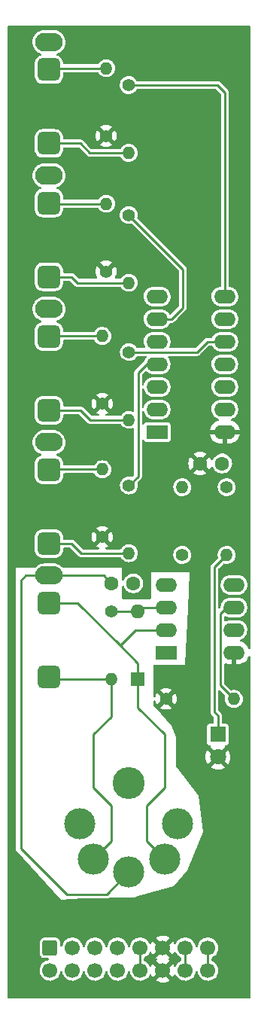
<source format=gtl>
%TF.GenerationSoftware,KiCad,Pcbnew,(6.0.1)*%
%TF.CreationDate,2022-10-16T16:10:35-04:00*%
%TF.ProjectId,SYNTH-MIDI-THRU,53594e54-482d-44d4-9944-492d54485255,1*%
%TF.SameCoordinates,Original*%
%TF.FileFunction,Copper,L1,Top*%
%TF.FilePolarity,Positive*%
%FSLAX46Y46*%
G04 Gerber Fmt 4.6, Leading zero omitted, Abs format (unit mm)*
G04 Created by KiCad (PCBNEW (6.0.1)) date 2022-10-16 16:10:35*
%MOMM*%
%LPD*%
G01*
G04 APERTURE LIST*
G04 Aperture macros list*
%AMRoundRect*
0 Rectangle with rounded corners*
0 $1 Rounding radius*
0 $2 $3 $4 $5 $6 $7 $8 $9 X,Y pos of 4 corners*
0 Add a 4 corners polygon primitive as box body*
4,1,4,$2,$3,$4,$5,$6,$7,$8,$9,$2,$3,0*
0 Add four circle primitives for the rounded corners*
1,1,$1+$1,$2,$3*
1,1,$1+$1,$4,$5*
1,1,$1+$1,$6,$7*
1,1,$1+$1,$8,$9*
0 Add four rect primitives between the rounded corners*
20,1,$1+$1,$2,$3,$4,$5,0*
20,1,$1+$1,$4,$5,$6,$7,0*
20,1,$1+$1,$6,$7,$8,$9,0*
20,1,$1+$1,$8,$9,$2,$3,0*%
G04 Aperture macros list end*
%TA.AperFunction,ComponentPad*%
%ADD10O,3.500000X3.500000*%
%TD*%
%TA.AperFunction,ComponentPad*%
%ADD11C,3.500000*%
%TD*%
%TA.AperFunction,ComponentPad*%
%ADD12C,3.600000*%
%TD*%
%TA.AperFunction,ComponentPad*%
%ADD13RoundRect,0.650000X0.650000X0.650000X-0.650000X0.650000X-0.650000X-0.650000X0.650000X-0.650000X0*%
%TD*%
%TA.AperFunction,ComponentPad*%
%ADD14O,3.100000X2.100000*%
%TD*%
%TA.AperFunction,ComponentPad*%
%ADD15R,1.800000X1.800000*%
%TD*%
%TA.AperFunction,ComponentPad*%
%ADD16C,1.800000*%
%TD*%
%TA.AperFunction,ComponentPad*%
%ADD17C,1.400000*%
%TD*%
%TA.AperFunction,ComponentPad*%
%ADD18O,1.400000X1.400000*%
%TD*%
%TA.AperFunction,ComponentPad*%
%ADD19R,2.400000X1.600000*%
%TD*%
%TA.AperFunction,ComponentPad*%
%ADD20O,2.400000X1.600000*%
%TD*%
%TA.AperFunction,ComponentPad*%
%ADD21C,1.600000*%
%TD*%
%TA.AperFunction,ComponentPad*%
%ADD22R,1.600000X1.600000*%
%TD*%
%TA.AperFunction,ComponentPad*%
%ADD23O,1.600000X1.600000*%
%TD*%
%TA.AperFunction,ComponentPad*%
%ADD24RoundRect,0.250000X-0.600000X0.600000X-0.600000X-0.600000X0.600000X-0.600000X0.600000X0.600000X0*%
%TD*%
%TA.AperFunction,ComponentPad*%
%ADD25C,1.700000*%
%TD*%
%TA.AperFunction,Conductor*%
%ADD26C,0.250000*%
%TD*%
G04 APERTURE END LIST*
D10*
%TO.P,J7,1*%
%TO.N,unconnected-(J7-Pad1)*%
X19500000Y-90000000D03*
%TO.P,J7,2*%
%TO.N,/MIDI_GND*%
X14000000Y-95500000D03*
D11*
%TO.P,J7,3*%
%TO.N,unconnected-(J7-Pad3)*%
X8500000Y-90000000D03*
D10*
%TO.P,J7,4*%
%TO.N,/MIDI_IN*%
X18000000Y-94000000D03*
%TO.P,J7,5*%
%TO.N,/MIDI_RTN*%
X10000000Y-94000000D03*
D12*
%TO.P,J7,6*%
%TO.N,N/C*%
X14000000Y-85500000D03*
%TD*%
D13*
%TO.P,J5,R*%
%TO.N,/MIDI_4_PWR*%
X5000000Y-50240000D03*
D14*
%TO.P,J5,S*%
%TO.N,GND*%
X5000000Y-47140000D03*
D13*
%TO.P,J5,T*%
%TO.N,/MIDI_4_OUT*%
X5000000Y-58540000D03*
%TD*%
%TO.P,J4,R*%
%TO.N,/MIDI_3_PWR*%
X5000000Y-35240000D03*
D14*
%TO.P,J4,S*%
%TO.N,GND*%
X5000000Y-32140000D03*
D13*
%TO.P,J4,T*%
%TO.N,/MIDI_3_OUT*%
X5000000Y-43540000D03*
%TD*%
D15*
%TO.P,D1,1,K*%
%TO.N,Net-(D1-Pad1)*%
X24000000Y-80000000D03*
D16*
%TO.P,D1,2,A*%
%TO.N,+5V*%
X24000000Y-82540000D03*
%TD*%
D13*
%TO.P,J1,R*%
%TO.N,/MIDI_IN*%
X5000000Y-65240000D03*
D14*
%TO.P,J1,S*%
%TO.N,/MIDI_GND*%
X5000000Y-62140000D03*
D13*
%TO.P,J1,T*%
%TO.N,/MIDI_RTN*%
X5000000Y-73540000D03*
%TD*%
%TO.P,J2,R*%
%TO.N,/MIDI_1_PWR*%
X5000000Y-5240000D03*
D14*
%TO.P,J2,S*%
%TO.N,GND*%
X5000000Y-2140000D03*
D13*
%TO.P,J2,T*%
%TO.N,/MIDI_1_OUT*%
X5000000Y-13540000D03*
%TD*%
%TO.P,J3,R*%
%TO.N,/MIDI_2_PWR*%
X5000000Y-20240000D03*
D14*
%TO.P,J3,S*%
%TO.N,GND*%
X5000000Y-17140000D03*
D13*
%TO.P,J3,T*%
%TO.N,/MIDI_2_OUT*%
X5000000Y-28540000D03*
%TD*%
D17*
%TO.P,R8,1*%
%TO.N,+5V*%
X11000000Y-42810000D03*
D18*
%TO.P,R8,2*%
%TO.N,/MIDI_3_PWR*%
X11000000Y-35190000D03*
%TD*%
D17*
%TO.P,R6,1*%
%TO.N,+5V*%
X11430000Y-27940000D03*
D18*
%TO.P,R6,2*%
%TO.N,/MIDI_2_PWR*%
X11430000Y-20320000D03*
%TD*%
D17*
%TO.P,R7,1*%
%TO.N,Net-(R7-Pad1)*%
X13970000Y-21590000D03*
D18*
%TO.P,R7,2*%
%TO.N,/MIDI_2_OUT*%
X13970000Y-29210000D03*
%TD*%
D17*
%TO.P,R4,1*%
%TO.N,+5V*%
X11430000Y-12700000D03*
D18*
%TO.P,R4,2*%
%TO.N,/MIDI_1_PWR*%
X11430000Y-5080000D03*
%TD*%
D19*
%TO.P,U1,1*%
%TO.N,/RXD*%
X17175000Y-46000000D03*
D20*
%TO.P,U1,2*%
%TO.N,/ALLRXD*%
X17175000Y-43460000D03*
%TO.P,U1,3*%
X17175000Y-40920000D03*
%TO.P,U1,4*%
%TO.N,Net-(R11-Pad1)*%
X17175000Y-38380000D03*
%TO.P,U1,5*%
%TO.N,/ALLRXD*%
X17175000Y-35840000D03*
%TO.P,U1,6*%
%TO.N,Net-(R7-Pad1)*%
X17175000Y-33300000D03*
%TO.P,U1,7,GND*%
%TO.N,GND*%
X17175000Y-30760000D03*
%TO.P,U1,8*%
%TO.N,Net-(R5-Pad1)*%
X24795000Y-30760000D03*
%TO.P,U1,9*%
%TO.N,/ALLRXD*%
X24795000Y-33300000D03*
%TO.P,U1,10*%
%TO.N,Net-(R9-Pad1)*%
X24795000Y-35840000D03*
%TO.P,U1,11*%
%TO.N,/ALLRXD*%
X24795000Y-38380000D03*
%TO.P,U1,12*%
%TO.N,Net-(R12-Pad1)*%
X24795000Y-40920000D03*
%TO.P,U1,13*%
%TO.N,/ALLRXD*%
X24795000Y-43460000D03*
%TO.P,U1,14,VCC*%
%TO.N,+5V*%
X24795000Y-46000000D03*
%TD*%
D17*
%TO.P,R11,1*%
%TO.N,Net-(R11-Pad1)*%
X14000000Y-52000000D03*
D18*
%TO.P,R11,2*%
%TO.N,/MIDI_4_OUT*%
X14000000Y-59620000D03*
%TD*%
D21*
%TO.P,C1,1*%
%TO.N,/MIDI_GND*%
X12000000Y-63000000D03*
%TO.P,C1,2*%
%TO.N,GND*%
X14500000Y-63000000D03*
%TD*%
D17*
%TO.P,R5,1*%
%TO.N,Net-(R5-Pad1)*%
X13970000Y-6985000D03*
D18*
%TO.P,R5,2*%
%TO.N,/MIDI_1_OUT*%
X13970000Y-14605000D03*
%TD*%
D17*
%TO.P,R3,1*%
%TO.N,Net-(D2-Pad2)*%
X12000000Y-66190000D03*
D18*
%TO.P,R3,2*%
%TO.N,/MIDI_RTN*%
X12000000Y-73810000D03*
%TD*%
D17*
%TO.P,R9,1*%
%TO.N,Net-(R9-Pad1)*%
X14000000Y-37000000D03*
D18*
%TO.P,R9,2*%
%TO.N,/MIDI_3_OUT*%
X14000000Y-44620000D03*
%TD*%
D22*
%TO.P,D2,1,K*%
%TO.N,/MIDI_IN*%
X15000000Y-73810000D03*
D23*
%TO.P,D2,2,A*%
%TO.N,Net-(D2-Pad2)*%
X15000000Y-66190000D03*
%TD*%
D24*
%TO.P,J6,1,Pin_1*%
%TO.N,unconnected-(J6-Pad1)*%
X5110000Y-103997500D03*
D25*
%TO.P,J6,2,Pin_2*%
%TO.N,unconnected-(J6-Pad2)*%
X5110000Y-106537500D03*
%TO.P,J6,3,Pin_3*%
%TO.N,GND*%
X7650000Y-103997500D03*
%TO.P,J6,4,Pin_4*%
X7650000Y-106537500D03*
%TO.P,J6,5,Pin_5*%
X10190000Y-103997500D03*
%TO.P,J6,6,Pin_6*%
X10190000Y-106537500D03*
%TO.P,J6,7,Pin_7*%
X12730000Y-103997500D03*
%TO.P,J6,8,Pin_8*%
X12730000Y-106537500D03*
%TO.P,J6,9,Pin_9*%
%TO.N,+12V*%
X15270000Y-103997500D03*
%TO.P,J6,10,Pin_10*%
X15270000Y-106537500D03*
%TO.P,J6,11,Pin_11*%
%TO.N,+5V*%
X17810000Y-103997500D03*
%TO.P,J6,12,Pin_12*%
X17810000Y-106537500D03*
%TO.P,J6,13,Pin_13*%
%TO.N,/CV_OUT*%
X20350000Y-103997500D03*
%TO.P,J6,14,Pin_14*%
X20350000Y-106537500D03*
%TO.P,J6,15,Pin_15*%
%TO.N,/GATE_OUT*%
X22890000Y-103997500D03*
%TO.P,J6,16,Pin_16*%
X22890000Y-106537500D03*
%TD*%
D17*
%TO.P,R10,1*%
%TO.N,+5V*%
X11000000Y-57810000D03*
D18*
%TO.P,R10,2*%
%TO.N,/MIDI_4_PWR*%
X11000000Y-50190000D03*
%TD*%
D17*
%TO.P,R12,1*%
%TO.N,Net-(R12-Pad1)*%
X25000000Y-52190000D03*
D18*
%TO.P,R12,2*%
%TO.N,Net-(D1-Pad1)*%
X25000000Y-59810000D03*
%TD*%
D17*
%TO.P,R2,1*%
%TO.N,+5V*%
X18190000Y-76000000D03*
D18*
%TO.P,R2,2*%
%TO.N,/RXD*%
X25810000Y-76000000D03*
%TD*%
D17*
%TO.P,R1,1*%
%TO.N,Net-(R1-Pad1)*%
X20000000Y-59810000D03*
D18*
%TO.P,R1,2*%
%TO.N,GND*%
X20000000Y-52190000D03*
%TD*%
D19*
%TO.P,U2,1,NC*%
%TO.N,unconnected-(U2-Pad1)*%
X18200000Y-70800000D03*
D20*
%TO.P,U2,2,C1*%
%TO.N,/MIDI_IN*%
X18200000Y-68260000D03*
%TO.P,U2,3,C2*%
%TO.N,Net-(D2-Pad2)*%
X18200000Y-65720000D03*
%TO.P,U2,4,NC*%
%TO.N,unconnected-(U2-Pad4)*%
X18200000Y-63180000D03*
%TO.P,U2,5,GND*%
%TO.N,GND*%
X25820000Y-63180000D03*
%TO.P,U2,6,VO2*%
%TO.N,/RXD*%
X25820000Y-65720000D03*
%TO.P,U2,7,VO1*%
%TO.N,Net-(R1-Pad1)*%
X25820000Y-68260000D03*
%TO.P,U2,8,VCC*%
%TO.N,+5V*%
X25820000Y-70800000D03*
%TD*%
D21*
%TO.P,C2,1*%
%TO.N,+5V*%
X22000000Y-49530000D03*
%TO.P,C2,2*%
%TO.N,GND*%
X24500000Y-49530000D03*
%TD*%
D26*
%TO.N,/MIDI_GND*%
X11140000Y-62140000D02*
X12000000Y-63000000D01*
X5000000Y-62140000D02*
X11140000Y-62140000D01*
X11500000Y-98000000D02*
X14000000Y-95500000D01*
X7000000Y-98000000D02*
X11500000Y-98000000D01*
X1860000Y-92860000D02*
X7000000Y-98000000D01*
X1860000Y-62656000D02*
X1860000Y-92860000D01*
X5000000Y-62140000D02*
X2376000Y-62140000D01*
X2376000Y-62140000D02*
X1860000Y-62656000D01*
%TO.N,/MIDI_RTN*%
X10000000Y-86000000D02*
X10000000Y-80000000D01*
X12000000Y-88000000D02*
X10000000Y-86000000D01*
X12000000Y-92000000D02*
X12000000Y-88000000D01*
X12000000Y-78000000D02*
X12000000Y-73810000D01*
X10000000Y-94000000D02*
X12000000Y-92000000D01*
X10000000Y-80000000D02*
X12000000Y-78000000D01*
%TO.N,/MIDI_IN*%
X15000000Y-77000000D02*
X15000000Y-73810000D01*
X18000000Y-86000000D02*
X18000000Y-80000000D01*
X16000000Y-88000000D02*
X18000000Y-86000000D01*
X18000000Y-80000000D02*
X15000000Y-77000000D01*
X18000000Y-94000000D02*
X16000000Y-92000000D01*
X16000000Y-92000000D02*
X16000000Y-88000000D01*
%TO.N,/MIDI_RTN*%
X5270000Y-73810000D02*
X12000000Y-73810000D01*
%TO.N,Net-(D2-Pad2)*%
X18200000Y-65720000D02*
X15470000Y-65720000D01*
X12000000Y-66190000D02*
X15000000Y-66190000D01*
%TO.N,/MIDI_1_PWR*%
X5160000Y-5080000D02*
X11430000Y-5080000D01*
%TO.N,/MIDI_1_OUT*%
X13970000Y-14605000D02*
X9605000Y-14605000D01*
X8540000Y-13540000D02*
X5000000Y-13540000D01*
X9605000Y-14605000D02*
X8540000Y-13540000D01*
%TO.N,/MIDI_2_PWR*%
X5080000Y-20320000D02*
X11430000Y-20320000D01*
%TO.N,/MIDI_IN*%
X14740000Y-68260000D02*
X13000000Y-70000000D01*
X15000000Y-72000000D02*
X15000000Y-73810000D01*
X8240000Y-65240000D02*
X13000000Y-70000000D01*
X18200000Y-68260000D02*
X14740000Y-68260000D01*
X5000000Y-65240000D02*
X8240000Y-65240000D01*
X13000000Y-70000000D02*
X15000000Y-72000000D01*
%TO.N,/RXD*%
X24295480Y-74485480D02*
X24295480Y-66382520D01*
X25810000Y-76000000D02*
X24295480Y-74485480D01*
X24295480Y-66382520D02*
X24958000Y-65720000D01*
%TO.N,Net-(D1-Pad1)*%
X24000000Y-80000000D02*
X24000000Y-77848000D01*
X24000000Y-77848000D02*
X23622000Y-77470000D01*
X23622000Y-61188000D02*
X25000000Y-59810000D01*
X23622000Y-77470000D02*
X23622000Y-61188000D01*
%TO.N,/MIDI_2_OUT*%
X13970000Y-29210000D02*
X8210000Y-29210000D01*
X8210000Y-29210000D02*
X7540000Y-28540000D01*
X7540000Y-28540000D02*
X5000000Y-28540000D01*
%TO.N,/MIDI_3_PWR*%
X5050000Y-35190000D02*
X11000000Y-35190000D01*
%TO.N,/MIDI_3_OUT*%
X5000000Y-43540000D02*
X8540000Y-43540000D01*
X9620000Y-44620000D02*
X8540000Y-43540000D01*
X14000000Y-44620000D02*
X9620000Y-44620000D01*
%TO.N,/MIDI_4_PWR*%
X5050000Y-50190000D02*
X11000000Y-50190000D01*
%TO.N,Net-(R5-Pad1)*%
X24795000Y-30760000D02*
X24795000Y-7795000D01*
X24795000Y-7795000D02*
X23985000Y-6985000D01*
X23985000Y-6985000D02*
X13970000Y-6985000D01*
%TO.N,Net-(R7-Pad1)*%
X17175000Y-33300000D02*
X18770000Y-33300000D01*
X18770000Y-33300000D02*
X20066000Y-32004000D01*
X20066000Y-27686000D02*
X13970000Y-21590000D01*
X20066000Y-32004000D02*
X20066000Y-27686000D01*
%TO.N,/MIDI_4_OUT*%
X5000000Y-58540000D02*
X7540000Y-58540000D01*
X8620000Y-59620000D02*
X14000000Y-59620000D01*
X7540000Y-58540000D02*
X8620000Y-59620000D01*
%TO.N,Net-(R9-Pad1)*%
X21674000Y-37000000D02*
X14000000Y-37000000D01*
X22834000Y-35840000D02*
X21674000Y-37000000D01*
X24795000Y-35840000D02*
X22834000Y-35840000D01*
%TO.N,Net-(R11-Pad1)*%
X15024511Y-39331489D02*
X15976000Y-38380000D01*
X14000000Y-52000000D02*
X15024511Y-50975489D01*
X15976000Y-38380000D02*
X17175000Y-38380000D01*
X15024511Y-50975489D02*
X15024511Y-39331489D01*
%TO.N,+12V*%
X15270000Y-103997500D02*
X15270000Y-106537500D01*
%TO.N,/CV_OUT*%
X20350000Y-103997500D02*
X20350000Y-106537500D01*
%TO.N,/GATE_OUT*%
X22890000Y-103997500D02*
X22890000Y-106537500D01*
%TD*%
%TA.AperFunction,Conductor*%
%TO.N,+5V*%
G36*
X27637321Y-324802D02*
G01*
X27683814Y-378458D01*
X27695200Y-430800D01*
X27695200Y-70300954D01*
X27675198Y-70369075D01*
X27621542Y-70415568D01*
X27551268Y-70425672D01*
X27486688Y-70396178D01*
X27455117Y-70350321D01*
X27453813Y-70350929D01*
X27359414Y-70148489D01*
X27353931Y-70138993D01*
X27228972Y-69960533D01*
X27221916Y-69952125D01*
X27067875Y-69798084D01*
X27059467Y-69791028D01*
X26881007Y-69666069D01*
X26871511Y-69660586D01*
X26674053Y-69568510D01*
X26663761Y-69564764D01*
X26593199Y-69545857D01*
X26532576Y-69508905D01*
X26501555Y-69445044D01*
X26509983Y-69374550D01*
X26555186Y-69319803D01*
X26590341Y-69303245D01*
X26632340Y-69290924D01*
X26637668Y-69288180D01*
X26814513Y-69197099D01*
X26814516Y-69197097D01*
X26819844Y-69194353D01*
X26985704Y-69064068D01*
X26989636Y-69059537D01*
X26989639Y-69059534D01*
X27120004Y-68909301D01*
X27123935Y-68904771D01*
X27126935Y-68899585D01*
X27126938Y-68899581D01*
X27226544Y-68727404D01*
X27229550Y-68722208D01*
X27298738Y-68522968D01*
X27329002Y-68314239D01*
X27319251Y-68103553D01*
X27269836Y-67898513D01*
X27182540Y-67706515D01*
X27060513Y-67534489D01*
X26908158Y-67388641D01*
X26730973Y-67274234D01*
X26625730Y-67231820D01*
X26540919Y-67197640D01*
X26540916Y-67197639D01*
X26535350Y-67195396D01*
X26403791Y-67169704D01*
X26332795Y-67155839D01*
X26332792Y-67155839D01*
X26328349Y-67154971D01*
X26322808Y-67154700D01*
X25367301Y-67154700D01*
X25210042Y-67169704D01*
X25007660Y-67229076D01*
X25002333Y-67231820D01*
X25002332Y-67231820D01*
X24909472Y-67279646D01*
X24839753Y-67293055D01*
X24773853Y-67266642D01*
X24732694Y-67208793D01*
X24725780Y-67167630D01*
X24725780Y-66817372D01*
X24745782Y-66749251D01*
X24799438Y-66702758D01*
X24869712Y-66692654D01*
X24907497Y-66704778D01*
X24909027Y-66705766D01*
X25004878Y-66744395D01*
X25099081Y-66782360D01*
X25099084Y-66782361D01*
X25104650Y-66784604D01*
X25208326Y-66804851D01*
X25307205Y-66824161D01*
X25307208Y-66824161D01*
X25311651Y-66825029D01*
X25317192Y-66825300D01*
X26272699Y-66825300D01*
X26429958Y-66810296D01*
X26632340Y-66750924D01*
X26637668Y-66748180D01*
X26814513Y-66657099D01*
X26814516Y-66657097D01*
X26819844Y-66654353D01*
X26985704Y-66524068D01*
X26989636Y-66519537D01*
X26989639Y-66519534D01*
X27120004Y-66369301D01*
X27123935Y-66364771D01*
X27126935Y-66359585D01*
X27126938Y-66359581D01*
X27226544Y-66187404D01*
X27229550Y-66182208D01*
X27298738Y-65982968D01*
X27320034Y-65836095D01*
X27328141Y-65780179D01*
X27328141Y-65780176D01*
X27329002Y-65774239D01*
X27319251Y-65563553D01*
X27293580Y-65457032D01*
X27271242Y-65364346D01*
X27271241Y-65364344D01*
X27269836Y-65358513D01*
X27182540Y-65166515D01*
X27060513Y-64994489D01*
X26908158Y-64848641D01*
X26730973Y-64734234D01*
X26670610Y-64709907D01*
X26540919Y-64657640D01*
X26540916Y-64657639D01*
X26535350Y-64655396D01*
X26403791Y-64629704D01*
X26332795Y-64615839D01*
X26332792Y-64615839D01*
X26328349Y-64614971D01*
X26322808Y-64614700D01*
X25367301Y-64614700D01*
X25210042Y-64629704D01*
X25007660Y-64689076D01*
X25002333Y-64691820D01*
X25002332Y-64691820D01*
X24825487Y-64782901D01*
X24825484Y-64782903D01*
X24820156Y-64785647D01*
X24654296Y-64915932D01*
X24650364Y-64920463D01*
X24650361Y-64920466D01*
X24581888Y-64999375D01*
X24516065Y-65075229D01*
X24513065Y-65080415D01*
X24513062Y-65080419D01*
X24466082Y-65161628D01*
X24410450Y-65257792D01*
X24341262Y-65457032D01*
X24310998Y-65665761D01*
X24311276Y-65671757D01*
X24312527Y-65698785D01*
X24295697Y-65767758D01*
X24275757Y-65793707D01*
X24267395Y-65802069D01*
X24205083Y-65836095D01*
X24134268Y-65831030D01*
X24077432Y-65788483D01*
X24052621Y-65721963D01*
X24052300Y-65712974D01*
X24052300Y-63125761D01*
X24310998Y-63125761D01*
X24320749Y-63336447D01*
X24370164Y-63541487D01*
X24372646Y-63546945D01*
X24372647Y-63546949D01*
X24378460Y-63559733D01*
X24457460Y-63733485D01*
X24579487Y-63905511D01*
X24731842Y-64051359D01*
X24909027Y-64165766D01*
X24914593Y-64168009D01*
X25099081Y-64242360D01*
X25099084Y-64242361D01*
X25104650Y-64244604D01*
X25208326Y-64264851D01*
X25307205Y-64284161D01*
X25307208Y-64284161D01*
X25311651Y-64285029D01*
X25317192Y-64285300D01*
X26272699Y-64285300D01*
X26429958Y-64270296D01*
X26632340Y-64210924D01*
X26726336Y-64162513D01*
X26814513Y-64117099D01*
X26814516Y-64117097D01*
X26819844Y-64114353D01*
X26985704Y-63984068D01*
X26989636Y-63979537D01*
X26989639Y-63979534D01*
X27120004Y-63829301D01*
X27123935Y-63824771D01*
X27126935Y-63819585D01*
X27126938Y-63819581D01*
X27226544Y-63647404D01*
X27229550Y-63642208D01*
X27298738Y-63442968D01*
X27308480Y-63375783D01*
X27328141Y-63240179D01*
X27328141Y-63240176D01*
X27329002Y-63234239D01*
X27319251Y-63023553D01*
X27314468Y-63003704D01*
X27271242Y-62824346D01*
X27271241Y-62824344D01*
X27269836Y-62818513D01*
X27260379Y-62797712D01*
X27185020Y-62631970D01*
X27182540Y-62626515D01*
X27060513Y-62454489D01*
X26908158Y-62308641D01*
X26730973Y-62194234D01*
X26625730Y-62151820D01*
X26540919Y-62117640D01*
X26540916Y-62117639D01*
X26535350Y-62115396D01*
X26403791Y-62089704D01*
X26332795Y-62075839D01*
X26332792Y-62075839D01*
X26328349Y-62074971D01*
X26322808Y-62074700D01*
X25367301Y-62074700D01*
X25210042Y-62089704D01*
X25007660Y-62149076D01*
X25002333Y-62151820D01*
X25002332Y-62151820D01*
X24825487Y-62242901D01*
X24825484Y-62242903D01*
X24820156Y-62245647D01*
X24654296Y-62375932D01*
X24650364Y-62380463D01*
X24650361Y-62380466D01*
X24581888Y-62459375D01*
X24516065Y-62535229D01*
X24513065Y-62540415D01*
X24513062Y-62540419D01*
X24466082Y-62621628D01*
X24410450Y-62717792D01*
X24341262Y-62917032D01*
X24310998Y-63125761D01*
X24052300Y-63125761D01*
X24052300Y-61418426D01*
X24072302Y-61350305D01*
X24089205Y-61329331D01*
X24606858Y-60811678D01*
X24669170Y-60777652D01*
X24734889Y-60780940D01*
X24783082Y-60796599D01*
X24978845Y-60819942D01*
X24984980Y-60819470D01*
X24984982Y-60819470D01*
X25169272Y-60805290D01*
X25169277Y-60805289D01*
X25175413Y-60804817D01*
X25181343Y-60803161D01*
X25181345Y-60803161D01*
X25272708Y-60777652D01*
X25365300Y-60751800D01*
X25393449Y-60737581D01*
X25535772Y-60665689D01*
X25535774Y-60665688D01*
X25541273Y-60662910D01*
X25696629Y-60541532D01*
X25825450Y-60392291D01*
X25868666Y-60316218D01*
X25919785Y-60226234D01*
X25919787Y-60226229D01*
X25922831Y-60220871D01*
X25985061Y-60033800D01*
X26009770Y-59838205D01*
X26010164Y-59810000D01*
X25990926Y-59613791D01*
X25933943Y-59425056D01*
X25899374Y-59360042D01*
X25844283Y-59256430D01*
X25844281Y-59256428D01*
X25841387Y-59250984D01*
X25737022Y-59123019D01*
X25720672Y-59102972D01*
X25720670Y-59102970D01*
X25716783Y-59098204D01*
X25564877Y-58972536D01*
X25559460Y-58969607D01*
X25559457Y-58969605D01*
X25396872Y-58881696D01*
X25396868Y-58881694D01*
X25391454Y-58878767D01*
X25385574Y-58876947D01*
X25385572Y-58876946D01*
X25254189Y-58836276D01*
X25203122Y-58820468D01*
X25197004Y-58819825D01*
X25196999Y-58819824D01*
X25013181Y-58800505D01*
X25013179Y-58800505D01*
X25007052Y-58799861D01*
X24924586Y-58807366D01*
X24816853Y-58817170D01*
X24816850Y-58817171D01*
X24810714Y-58817729D01*
X24804808Y-58819467D01*
X24804804Y-58819468D01*
X24677278Y-58857001D01*
X24621586Y-58873392D01*
X24446871Y-58964731D01*
X24442071Y-58968591D01*
X24442070Y-58968591D01*
X24425783Y-58981686D01*
X24293225Y-59088265D01*
X24166500Y-59239291D01*
X24163536Y-59244683D01*
X24163533Y-59244687D01*
X24086362Y-59385063D01*
X24071523Y-59412054D01*
X24069662Y-59417921D01*
X24069661Y-59417923D01*
X24030791Y-59540459D01*
X24011911Y-59599975D01*
X23989934Y-59795896D01*
X23991414Y-59813523D01*
X23998754Y-59900919D01*
X24006432Y-59992354D01*
X24023076Y-60050397D01*
X24031140Y-60078521D01*
X24030689Y-60149516D01*
X23999117Y-60202346D01*
X23341077Y-60860387D01*
X23329987Y-60870242D01*
X23304782Y-60890112D01*
X23272930Y-60936197D01*
X23270666Y-60939365D01*
X23237420Y-60984376D01*
X23235135Y-60990883D01*
X23231214Y-60996556D01*
X23228374Y-61005537D01*
X23214344Y-61049900D01*
X23213090Y-61053657D01*
X23197670Y-61097567D01*
X23197669Y-61097571D01*
X23194548Y-61106459D01*
X23194277Y-61113352D01*
X23192198Y-61119926D01*
X23191700Y-61126253D01*
X23191700Y-61176467D01*
X23191603Y-61181414D01*
X23189468Y-61235752D01*
X23191285Y-61242605D01*
X23191700Y-61250145D01*
X23191700Y-77436982D01*
X23190827Y-77451790D01*
X23187054Y-77483668D01*
X23188746Y-77492932D01*
X23188746Y-77492933D01*
X23197111Y-77538733D01*
X23197761Y-77542637D01*
X23206077Y-77597955D01*
X23209062Y-77604171D01*
X23210301Y-77610956D01*
X23214643Y-77619314D01*
X23236100Y-77660619D01*
X23237870Y-77664162D01*
X23254448Y-77698685D01*
X23262088Y-77714596D01*
X23266771Y-77719662D01*
X23269949Y-77725780D01*
X23274070Y-77730606D01*
X23309572Y-77766108D01*
X23313001Y-77769674D01*
X23349919Y-77809612D01*
X23356052Y-77813175D01*
X23361677Y-77818213D01*
X23532795Y-77989331D01*
X23566821Y-78051643D01*
X23569700Y-78078426D01*
X23569700Y-78668700D01*
X23549698Y-78736821D01*
X23496042Y-78783314D01*
X23443700Y-78794700D01*
X23054642Y-78794700D01*
X23043748Y-78795996D01*
X23037407Y-78796750D01*
X23037404Y-78796751D01*
X23028022Y-78797867D01*
X22924081Y-78844036D01*
X22884002Y-78884186D01*
X22851948Y-78916295D01*
X22851947Y-78916297D01*
X22843730Y-78924528D01*
X22797742Y-79028549D01*
X22794700Y-79054642D01*
X22794700Y-80945358D01*
X22795996Y-80956252D01*
X22796685Y-80962040D01*
X22797867Y-80971978D01*
X22844036Y-81075919D01*
X22884186Y-81115998D01*
X22916295Y-81148052D01*
X22916297Y-81148053D01*
X22924528Y-81156270D01*
X23028549Y-81202258D01*
X23054642Y-81205300D01*
X23085161Y-81205300D01*
X23153282Y-81225302D01*
X23199775Y-81278958D01*
X23209879Y-81349232D01*
X23206130Y-81358300D01*
X23204667Y-81379174D01*
X23212251Y-81393040D01*
X23987189Y-82167979D01*
X24001132Y-82175592D01*
X24002966Y-82175461D01*
X24009580Y-82171210D01*
X24788994Y-81391795D01*
X24796605Y-81377857D01*
X24794397Y-81346991D01*
X24791411Y-81338656D01*
X24807402Y-81269483D01*
X24858252Y-81219937D01*
X24917196Y-81205300D01*
X24945358Y-81205300D01*
X24956252Y-81204004D01*
X24962593Y-81203250D01*
X24962596Y-81203249D01*
X24971978Y-81202133D01*
X25075919Y-81155964D01*
X25115998Y-81115814D01*
X25148052Y-81083705D01*
X25148053Y-81083703D01*
X25156270Y-81075472D01*
X25202258Y-80971451D01*
X25205300Y-80945358D01*
X25205300Y-79054642D01*
X25204004Y-79043748D01*
X25203250Y-79037407D01*
X25203249Y-79037404D01*
X25202133Y-79028022D01*
X25155964Y-78924081D01*
X25115814Y-78884002D01*
X25083705Y-78851948D01*
X25083703Y-78851947D01*
X25075472Y-78843730D01*
X24971451Y-78797742D01*
X24945358Y-78794700D01*
X24556300Y-78794700D01*
X24488179Y-78774698D01*
X24441686Y-78721042D01*
X24430300Y-78668700D01*
X24430300Y-77881018D01*
X24431173Y-77866207D01*
X24433839Y-77843683D01*
X24434946Y-77834332D01*
X24424889Y-77779264D01*
X24424239Y-77775361D01*
X24417323Y-77729356D01*
X24417323Y-77729355D01*
X24415923Y-77720045D01*
X24412938Y-77713829D01*
X24411699Y-77707044D01*
X24407357Y-77698685D01*
X24385895Y-77657369D01*
X24384126Y-77653829D01*
X24359912Y-77603404D01*
X24355231Y-77598340D01*
X24352052Y-77592220D01*
X24347930Y-77587394D01*
X24312428Y-77551892D01*
X24308998Y-77548325D01*
X24300131Y-77538733D01*
X24272081Y-77508388D01*
X24265948Y-77504825D01*
X24260323Y-77499787D01*
X24089205Y-77328669D01*
X24055179Y-77266357D01*
X24052300Y-77239574D01*
X24052300Y-75155026D01*
X24072302Y-75086905D01*
X24125958Y-75040412D01*
X24196232Y-75030308D01*
X24260812Y-75059802D01*
X24267395Y-75065931D01*
X24808566Y-75607102D01*
X24842592Y-75669414D01*
X24839573Y-75734294D01*
X24823775Y-75784097D01*
X24823774Y-75784103D01*
X24821911Y-75789975D01*
X24821225Y-75796094D01*
X24821224Y-75796097D01*
X24800621Y-75979771D01*
X24799934Y-75985896D01*
X24816432Y-76182354D01*
X24870773Y-76371866D01*
X24873592Y-76377351D01*
X24958072Y-76541732D01*
X24958075Y-76541737D01*
X24960890Y-76547214D01*
X25083349Y-76701719D01*
X25088042Y-76705713D01*
X25088043Y-76705714D01*
X25112896Y-76726865D01*
X25233486Y-76829495D01*
X25405582Y-76925677D01*
X25593082Y-76986599D01*
X25788845Y-77009942D01*
X25794980Y-77009470D01*
X25794982Y-77009470D01*
X25979272Y-76995290D01*
X25979277Y-76995289D01*
X25985413Y-76994817D01*
X25991343Y-76993161D01*
X25991345Y-76993161D01*
X26080357Y-76968308D01*
X26175300Y-76941800D01*
X26203449Y-76927581D01*
X26345772Y-76855689D01*
X26345774Y-76855688D01*
X26351273Y-76852910D01*
X26506629Y-76731532D01*
X26635450Y-76582291D01*
X26678666Y-76506218D01*
X26729785Y-76416234D01*
X26729787Y-76416229D01*
X26732831Y-76410871D01*
X26795061Y-76223800D01*
X26819770Y-76028205D01*
X26820164Y-76000000D01*
X26800926Y-75803791D01*
X26743943Y-75615056D01*
X26651387Y-75440984D01*
X26526783Y-75288204D01*
X26374877Y-75162536D01*
X26369460Y-75159607D01*
X26369457Y-75159605D01*
X26206872Y-75071696D01*
X26206868Y-75071694D01*
X26201454Y-75068767D01*
X26195574Y-75066947D01*
X26195572Y-75066946D01*
X26079017Y-75030866D01*
X26013122Y-75010468D01*
X26007004Y-75009825D01*
X26006999Y-75009824D01*
X25823181Y-74990505D01*
X25823179Y-74990505D01*
X25817052Y-74989861D01*
X25734586Y-74997366D01*
X25626853Y-75007170D01*
X25626850Y-75007171D01*
X25620714Y-75007729D01*
X25614804Y-75009468D01*
X25614801Y-75009469D01*
X25542248Y-75030822D01*
X25471252Y-75030866D01*
X25417579Y-74999043D01*
X24762685Y-74344149D01*
X24728659Y-74281837D01*
X24725780Y-74255054D01*
X24725780Y-72117279D01*
X24745782Y-72049158D01*
X24799438Y-72002665D01*
X24869712Y-71992561D01*
X24905030Y-72003084D01*
X24965947Y-72031490D01*
X24976239Y-72035236D01*
X25186688Y-72091625D01*
X25197481Y-72093528D01*
X25360170Y-72107762D01*
X25365635Y-72108000D01*
X25547885Y-72108000D01*
X25563124Y-72103525D01*
X25564329Y-72102135D01*
X25566000Y-72094452D01*
X25566000Y-70672000D01*
X25586002Y-70603879D01*
X25639658Y-70557386D01*
X25692000Y-70546000D01*
X25948000Y-70546000D01*
X26016121Y-70566002D01*
X26062614Y-70619658D01*
X26074000Y-70672000D01*
X26074000Y-72089885D01*
X26078475Y-72105124D01*
X26079865Y-72106329D01*
X26087548Y-72108000D01*
X26274365Y-72108000D01*
X26279830Y-72107762D01*
X26442519Y-72093528D01*
X26453312Y-72091625D01*
X26663761Y-72035236D01*
X26674053Y-72031490D01*
X26871511Y-71939414D01*
X26881007Y-71933931D01*
X27059467Y-71808972D01*
X27067875Y-71801916D01*
X27221916Y-71647875D01*
X27228972Y-71639467D01*
X27353931Y-71461007D01*
X27359414Y-71451511D01*
X27453813Y-71249071D01*
X27455341Y-71249783D01*
X27492893Y-71198780D01*
X27559214Y-71173442D01*
X27628706Y-71187983D01*
X27679305Y-71237785D01*
X27695200Y-71299046D01*
X27695200Y-109569200D01*
X27675198Y-109637321D01*
X27621542Y-109683814D01*
X27569200Y-109695200D01*
X430800Y-109695200D01*
X362679Y-109675198D01*
X316186Y-109621542D01*
X304800Y-109569200D01*
X304800Y-106507128D01*
X3950149Y-106507128D01*
X3964036Y-106719003D01*
X4016301Y-106924799D01*
X4105195Y-107117624D01*
X4227740Y-107291021D01*
X4379832Y-107439183D01*
X4384628Y-107442388D01*
X4384631Y-107442390D01*
X4455886Y-107490001D01*
X4556377Y-107557147D01*
X4561685Y-107559428D01*
X4561686Y-107559428D01*
X4746160Y-107638684D01*
X4746163Y-107638685D01*
X4751463Y-107640962D01*
X4757092Y-107642236D01*
X4757093Y-107642236D01*
X4952921Y-107686548D01*
X4952924Y-107686548D01*
X4958557Y-107687823D01*
X4964328Y-107688050D01*
X4964330Y-107688050D01*
X5029086Y-107690594D01*
X5170723Y-107696159D01*
X5275789Y-107680925D01*
X5375141Y-107666520D01*
X5375146Y-107666519D01*
X5380855Y-107665691D01*
X5386319Y-107663836D01*
X5386324Y-107663835D01*
X5576448Y-107599296D01*
X5581916Y-107597440D01*
X5767172Y-107493692D01*
X5930420Y-107357920D01*
X6066192Y-107194672D01*
X6169940Y-107009416D01*
X6200565Y-106919199D01*
X6236335Y-106813824D01*
X6236336Y-106813819D01*
X6238191Y-106808355D01*
X6239019Y-106802646D01*
X6239020Y-106802641D01*
X6250334Y-106724605D01*
X6253287Y-106704238D01*
X6282857Y-106639693D01*
X6342628Y-106601381D01*
X6413625Y-106601465D01*
X6473305Y-106639920D01*
X6502722Y-106704536D01*
X6503565Y-106712647D01*
X6503658Y-106713233D01*
X6504036Y-106719003D01*
X6556301Y-106924799D01*
X6645195Y-107117624D01*
X6767740Y-107291021D01*
X6919832Y-107439183D01*
X6924628Y-107442388D01*
X6924631Y-107442390D01*
X6995886Y-107490001D01*
X7096377Y-107557147D01*
X7101685Y-107559428D01*
X7101686Y-107559428D01*
X7286160Y-107638684D01*
X7286163Y-107638685D01*
X7291463Y-107640962D01*
X7297092Y-107642236D01*
X7297093Y-107642236D01*
X7492921Y-107686548D01*
X7492924Y-107686548D01*
X7498557Y-107687823D01*
X7504328Y-107688050D01*
X7504330Y-107688050D01*
X7569086Y-107690594D01*
X7710723Y-107696159D01*
X7815789Y-107680925D01*
X7915141Y-107666520D01*
X7915146Y-107666519D01*
X7920855Y-107665691D01*
X7926319Y-107663836D01*
X7926324Y-107663835D01*
X8116448Y-107599296D01*
X8121916Y-107597440D01*
X8307172Y-107493692D01*
X8470420Y-107357920D01*
X8606192Y-107194672D01*
X8709940Y-107009416D01*
X8740565Y-106919199D01*
X8776335Y-106813824D01*
X8776336Y-106813819D01*
X8778191Y-106808355D01*
X8779019Y-106802646D01*
X8779020Y-106802641D01*
X8790334Y-106724605D01*
X8793287Y-106704238D01*
X8822857Y-106639693D01*
X8882628Y-106601381D01*
X8953625Y-106601465D01*
X9013305Y-106639920D01*
X9042722Y-106704536D01*
X9043565Y-106712647D01*
X9043658Y-106713233D01*
X9044036Y-106719003D01*
X9096301Y-106924799D01*
X9185195Y-107117624D01*
X9307740Y-107291021D01*
X9459832Y-107439183D01*
X9464628Y-107442388D01*
X9464631Y-107442390D01*
X9535886Y-107490001D01*
X9636377Y-107557147D01*
X9641685Y-107559428D01*
X9641686Y-107559428D01*
X9826160Y-107638684D01*
X9826163Y-107638685D01*
X9831463Y-107640962D01*
X9837092Y-107642236D01*
X9837093Y-107642236D01*
X10032921Y-107686548D01*
X10032924Y-107686548D01*
X10038557Y-107687823D01*
X10044328Y-107688050D01*
X10044330Y-107688050D01*
X10109086Y-107690594D01*
X10250723Y-107696159D01*
X10355789Y-107680925D01*
X10455141Y-107666520D01*
X10455146Y-107666519D01*
X10460855Y-107665691D01*
X10466319Y-107663836D01*
X10466324Y-107663835D01*
X10656448Y-107599296D01*
X10661916Y-107597440D01*
X10847172Y-107493692D01*
X11010420Y-107357920D01*
X11146192Y-107194672D01*
X11249940Y-107009416D01*
X11280565Y-106919199D01*
X11316335Y-106813824D01*
X11316336Y-106813819D01*
X11318191Y-106808355D01*
X11319019Y-106802646D01*
X11319020Y-106802641D01*
X11330334Y-106724605D01*
X11333287Y-106704238D01*
X11362857Y-106639693D01*
X11422628Y-106601381D01*
X11493625Y-106601465D01*
X11553305Y-106639920D01*
X11582722Y-106704536D01*
X11583565Y-106712647D01*
X11583658Y-106713233D01*
X11584036Y-106719003D01*
X11636301Y-106924799D01*
X11725195Y-107117624D01*
X11847740Y-107291021D01*
X11999832Y-107439183D01*
X12004628Y-107442388D01*
X12004631Y-107442390D01*
X12075886Y-107490001D01*
X12176377Y-107557147D01*
X12181685Y-107559428D01*
X12181686Y-107559428D01*
X12366160Y-107638684D01*
X12366163Y-107638685D01*
X12371463Y-107640962D01*
X12377092Y-107642236D01*
X12377093Y-107642236D01*
X12572921Y-107686548D01*
X12572924Y-107686548D01*
X12578557Y-107687823D01*
X12584328Y-107688050D01*
X12584330Y-107688050D01*
X12649086Y-107690594D01*
X12790723Y-107696159D01*
X12895789Y-107680925D01*
X12995141Y-107666520D01*
X12995146Y-107666519D01*
X13000855Y-107665691D01*
X13006319Y-107663836D01*
X13006324Y-107663835D01*
X13196448Y-107599296D01*
X13201916Y-107597440D01*
X13387172Y-107493692D01*
X13550420Y-107357920D01*
X13686192Y-107194672D01*
X13789940Y-107009416D01*
X13820565Y-106919199D01*
X13856335Y-106813824D01*
X13856336Y-106813819D01*
X13858191Y-106808355D01*
X13859019Y-106802646D01*
X13859020Y-106802641D01*
X13870334Y-106724605D01*
X13873287Y-106704238D01*
X13902857Y-106639693D01*
X13962628Y-106601381D01*
X14033625Y-106601465D01*
X14093305Y-106639920D01*
X14122722Y-106704536D01*
X14123565Y-106712647D01*
X14123658Y-106713233D01*
X14124036Y-106719003D01*
X14176301Y-106924799D01*
X14265195Y-107117624D01*
X14387740Y-107291021D01*
X14539832Y-107439183D01*
X14544628Y-107442388D01*
X14544631Y-107442390D01*
X14615886Y-107490001D01*
X14716377Y-107557147D01*
X14721685Y-107559428D01*
X14721686Y-107559428D01*
X14906160Y-107638684D01*
X14906163Y-107638685D01*
X14911463Y-107640962D01*
X14917092Y-107642236D01*
X14917093Y-107642236D01*
X15112921Y-107686548D01*
X15112924Y-107686548D01*
X15118557Y-107687823D01*
X15124328Y-107688050D01*
X15124330Y-107688050D01*
X15189086Y-107690594D01*
X15330723Y-107696159D01*
X15435789Y-107680925D01*
X15535141Y-107666520D01*
X15535146Y-107666519D01*
X15540855Y-107665691D01*
X15546319Y-107663836D01*
X15546324Y-107663835D01*
X15550690Y-107662353D01*
X17049977Y-107662353D01*
X17055258Y-107669407D01*
X17216756Y-107763779D01*
X17226042Y-107768229D01*
X17425001Y-107844203D01*
X17434899Y-107847079D01*
X17643595Y-107889538D01*
X17653823Y-107890757D01*
X17866650Y-107898562D01*
X17876936Y-107898095D01*
X18088185Y-107871034D01*
X18098262Y-107868892D01*
X18302255Y-107807691D01*
X18311842Y-107803933D01*
X18503098Y-107710238D01*
X18511944Y-107704965D01*
X18559247Y-107671223D01*
X18567648Y-107660523D01*
X18560660Y-107647370D01*
X17822812Y-106909522D01*
X17808868Y-106901908D01*
X17807035Y-106902039D01*
X17800420Y-106906290D01*
X17056737Y-107649973D01*
X17049977Y-107662353D01*
X15550690Y-107662353D01*
X15736448Y-107599296D01*
X15741916Y-107597440D01*
X15927172Y-107493692D01*
X16090420Y-107357920D01*
X16226192Y-107194672D01*
X16321243Y-107024947D01*
X16371978Y-106975286D01*
X16441510Y-106960938D01*
X16507760Y-106986460D01*
X16547919Y-107039110D01*
X16591770Y-107147103D01*
X16596413Y-107156294D01*
X16676460Y-107286920D01*
X16686916Y-107296380D01*
X16695694Y-107292596D01*
X17437978Y-106550312D01*
X17444356Y-106538632D01*
X18174408Y-106538632D01*
X18174539Y-106540465D01*
X18178790Y-106547080D01*
X18920474Y-107288764D01*
X18932484Y-107295323D01*
X18944223Y-107286355D01*
X18975004Y-107243519D01*
X18980315Y-107234680D01*
X19074673Y-107043760D01*
X19075578Y-107041476D01*
X19076191Y-107040691D01*
X19076964Y-107039126D01*
X19077287Y-107039286D01*
X19119253Y-106985503D01*
X19186256Y-106962027D01*
X19255314Y-106978503D01*
X19307155Y-107035109D01*
X19345195Y-107117624D01*
X19467740Y-107291021D01*
X19619832Y-107439183D01*
X19624628Y-107442388D01*
X19624631Y-107442390D01*
X19695886Y-107490001D01*
X19796377Y-107557147D01*
X19801685Y-107559428D01*
X19801686Y-107559428D01*
X19986160Y-107638684D01*
X19986163Y-107638685D01*
X19991463Y-107640962D01*
X19997092Y-107642236D01*
X19997093Y-107642236D01*
X20192921Y-107686548D01*
X20192924Y-107686548D01*
X20198557Y-107687823D01*
X20204328Y-107688050D01*
X20204330Y-107688050D01*
X20269086Y-107690594D01*
X20410723Y-107696159D01*
X20515789Y-107680925D01*
X20615141Y-107666520D01*
X20615146Y-107666519D01*
X20620855Y-107665691D01*
X20626319Y-107663836D01*
X20626324Y-107663835D01*
X20816448Y-107599296D01*
X20821916Y-107597440D01*
X21007172Y-107493692D01*
X21170420Y-107357920D01*
X21306192Y-107194672D01*
X21409940Y-107009416D01*
X21440565Y-106919199D01*
X21476335Y-106813824D01*
X21476336Y-106813819D01*
X21478191Y-106808355D01*
X21479019Y-106802646D01*
X21479020Y-106802641D01*
X21490334Y-106724605D01*
X21493287Y-106704238D01*
X21522857Y-106639693D01*
X21582628Y-106601381D01*
X21653625Y-106601465D01*
X21713305Y-106639920D01*
X21742722Y-106704536D01*
X21743565Y-106712647D01*
X21743658Y-106713233D01*
X21744036Y-106719003D01*
X21796301Y-106924799D01*
X21885195Y-107117624D01*
X22007740Y-107291021D01*
X22159832Y-107439183D01*
X22164628Y-107442388D01*
X22164631Y-107442390D01*
X22235886Y-107490001D01*
X22336377Y-107557147D01*
X22341685Y-107559428D01*
X22341686Y-107559428D01*
X22526160Y-107638684D01*
X22526163Y-107638685D01*
X22531463Y-107640962D01*
X22537092Y-107642236D01*
X22537093Y-107642236D01*
X22732921Y-107686548D01*
X22732924Y-107686548D01*
X22738557Y-107687823D01*
X22744328Y-107688050D01*
X22744330Y-107688050D01*
X22809086Y-107690594D01*
X22950723Y-107696159D01*
X23055789Y-107680925D01*
X23155141Y-107666520D01*
X23155146Y-107666519D01*
X23160855Y-107665691D01*
X23166319Y-107663836D01*
X23166324Y-107663835D01*
X23356448Y-107599296D01*
X23361916Y-107597440D01*
X23547172Y-107493692D01*
X23710420Y-107357920D01*
X23846192Y-107194672D01*
X23949940Y-107009416D01*
X23980565Y-106919199D01*
X24016335Y-106813824D01*
X24016336Y-106813819D01*
X24018191Y-106808355D01*
X24019019Y-106802646D01*
X24019020Y-106802641D01*
X24048126Y-106601897D01*
X24048659Y-106598223D01*
X24050249Y-106537500D01*
X24030821Y-106326061D01*
X23973186Y-106121704D01*
X23879275Y-105931272D01*
X23752233Y-105761142D01*
X23596315Y-105617013D01*
X23416742Y-105503711D01*
X23399611Y-105496876D01*
X23343752Y-105453057D01*
X23320300Y-105379846D01*
X23320300Y-105154596D01*
X23340302Y-105086475D01*
X23384733Y-105044662D01*
X23547172Y-104953692D01*
X23710420Y-104817920D01*
X23846192Y-104654672D01*
X23949940Y-104469416D01*
X23980565Y-104379199D01*
X24016335Y-104273824D01*
X24016336Y-104273819D01*
X24018191Y-104268355D01*
X24019019Y-104262646D01*
X24019020Y-104262641D01*
X24048126Y-104061897D01*
X24048659Y-104058223D01*
X24050249Y-103997500D01*
X24035092Y-103832541D01*
X24031350Y-103791815D01*
X24031349Y-103791812D01*
X24030821Y-103786061D01*
X23973186Y-103581704D01*
X23879275Y-103391272D01*
X23812002Y-103301182D01*
X23755686Y-103225766D01*
X23755685Y-103225765D01*
X23752233Y-103221142D01*
X23596315Y-103077013D01*
X23416742Y-102963711D01*
X23383068Y-102950276D01*
X23293054Y-102914364D01*
X23219529Y-102885030D01*
X23213861Y-102883903D01*
X23213859Y-102883902D01*
X23016946Y-102844734D01*
X23016944Y-102844734D01*
X23011279Y-102843607D01*
X23005504Y-102843531D01*
X23005500Y-102843531D01*
X22899283Y-102842141D01*
X22798968Y-102840828D01*
X22793271Y-102841807D01*
X22793270Y-102841807D01*
X22595395Y-102875808D01*
X22595392Y-102875809D01*
X22589705Y-102876786D01*
X22390500Y-102950276D01*
X22208023Y-103058839D01*
X22048385Y-103198837D01*
X22044818Y-103203362D01*
X22044813Y-103203367D01*
X21922663Y-103358314D01*
X21916933Y-103365583D01*
X21914245Y-103370692D01*
X21820759Y-103548380D01*
X21820757Y-103548385D01*
X21818070Y-103553492D01*
X21755105Y-103756271D01*
X21754426Y-103762010D01*
X21745690Y-103835821D01*
X21717820Y-103901119D01*
X21659072Y-103940983D01*
X21588097Y-103942758D01*
X21527430Y-103905879D01*
X21496333Y-103842055D01*
X21495092Y-103832541D01*
X21491350Y-103791815D01*
X21491349Y-103791812D01*
X21490821Y-103786061D01*
X21433186Y-103581704D01*
X21339275Y-103391272D01*
X21272002Y-103301182D01*
X21215686Y-103225766D01*
X21215685Y-103225765D01*
X21212233Y-103221142D01*
X21056315Y-103077013D01*
X20876742Y-102963711D01*
X20843068Y-102950276D01*
X20753054Y-102914364D01*
X20679529Y-102885030D01*
X20673861Y-102883903D01*
X20673859Y-102883902D01*
X20476946Y-102844734D01*
X20476944Y-102844734D01*
X20471279Y-102843607D01*
X20465504Y-102843531D01*
X20465500Y-102843531D01*
X20359283Y-102842141D01*
X20258968Y-102840828D01*
X20253271Y-102841807D01*
X20253270Y-102841807D01*
X20055395Y-102875808D01*
X20055392Y-102875809D01*
X20049705Y-102876786D01*
X19850500Y-102950276D01*
X19668023Y-103058839D01*
X19508385Y-103198837D01*
X19504818Y-103203362D01*
X19504813Y-103203367D01*
X19382663Y-103358314D01*
X19376933Y-103365583D01*
X19374245Y-103370692D01*
X19301702Y-103508574D01*
X19252282Y-103559547D01*
X19183150Y-103575710D01*
X19116254Y-103551931D01*
X19074643Y-103500149D01*
X19012972Y-103358314D01*
X19008105Y-103349239D01*
X18943063Y-103248697D01*
X18932377Y-103239495D01*
X18922812Y-103243898D01*
X18182022Y-103984688D01*
X18174408Y-103998632D01*
X18174539Y-104000465D01*
X18178790Y-104007080D01*
X18920474Y-104748764D01*
X18932484Y-104755323D01*
X18944223Y-104746355D01*
X18975004Y-104703519D01*
X18980315Y-104694680D01*
X19074673Y-104503760D01*
X19075578Y-104501476D01*
X19076191Y-104500691D01*
X19076964Y-104499126D01*
X19077287Y-104499286D01*
X19119253Y-104445503D01*
X19186256Y-104422027D01*
X19255314Y-104438503D01*
X19307155Y-104495109D01*
X19345195Y-104577624D01*
X19467740Y-104751021D01*
X19540202Y-104821611D01*
X19592608Y-104872662D01*
X19619832Y-104899183D01*
X19624628Y-104902388D01*
X19624631Y-104902390D01*
X19695886Y-104950001D01*
X19796377Y-105017147D01*
X19801680Y-105019425D01*
X19801685Y-105019428D01*
X19828816Y-105031084D01*
X19843438Y-105037366D01*
X19898130Y-105082632D01*
X19919700Y-105153133D01*
X19919700Y-105378355D01*
X19899698Y-105446476D01*
X19850326Y-105489983D01*
X19850500Y-105490276D01*
X19668023Y-105598839D01*
X19508385Y-105738837D01*
X19504818Y-105743362D01*
X19504813Y-105743367D01*
X19382663Y-105898314D01*
X19376933Y-105905583D01*
X19374245Y-105910692D01*
X19301702Y-106048574D01*
X19252282Y-106099547D01*
X19183150Y-106115710D01*
X19116254Y-106091931D01*
X19074643Y-106040149D01*
X19012972Y-105898314D01*
X19008105Y-105889239D01*
X18943063Y-105788697D01*
X18932377Y-105779495D01*
X18922812Y-105783898D01*
X18182022Y-106524688D01*
X18174408Y-106538632D01*
X17444356Y-106538632D01*
X17445592Y-106536368D01*
X17445461Y-106534535D01*
X17441210Y-106527920D01*
X16699849Y-105786559D01*
X16688313Y-105780259D01*
X16676031Y-105789882D01*
X16628089Y-105860162D01*
X16623004Y-105869113D01*
X16542628Y-106042269D01*
X16495804Y-106095636D01*
X16427560Y-106115217D01*
X16359565Y-106094793D01*
X16315334Y-106044948D01*
X16261829Y-105936451D01*
X16259275Y-105931272D01*
X16132233Y-105761142D01*
X15976315Y-105617013D01*
X15796742Y-105503711D01*
X15779611Y-105496876D01*
X15723752Y-105453057D01*
X15700300Y-105379846D01*
X15700300Y-105154596D01*
X15709767Y-105122353D01*
X17049977Y-105122353D01*
X17055258Y-105129407D01*
X17102479Y-105157001D01*
X17151203Y-105208639D01*
X17164274Y-105278422D01*
X17137543Y-105344194D01*
X17097087Y-105377553D01*
X17088466Y-105382041D01*
X17079734Y-105387539D01*
X17059677Y-105402599D01*
X17051223Y-105413927D01*
X17057968Y-105426258D01*
X17797188Y-106165478D01*
X17811132Y-106173092D01*
X17812965Y-106172961D01*
X17819580Y-106168710D01*
X18563389Y-105424901D01*
X18570410Y-105412044D01*
X18563611Y-105402713D01*
X18559559Y-105400021D01*
X18522116Y-105379352D01*
X18472145Y-105328920D01*
X18457373Y-105259477D01*
X18482489Y-105193072D01*
X18509840Y-105166465D01*
X18559247Y-105131223D01*
X18567648Y-105120523D01*
X18560660Y-105107370D01*
X17822812Y-104369522D01*
X17808868Y-104361908D01*
X17807035Y-104362039D01*
X17800420Y-104366290D01*
X17056737Y-105109973D01*
X17049977Y-105122353D01*
X15709767Y-105122353D01*
X15720302Y-105086475D01*
X15764733Y-105044662D01*
X15927172Y-104953692D01*
X16090420Y-104817920D01*
X16226192Y-104654672D01*
X16321243Y-104484947D01*
X16371978Y-104435286D01*
X16441510Y-104420938D01*
X16507760Y-104446460D01*
X16547919Y-104499110D01*
X16591770Y-104607103D01*
X16596413Y-104616294D01*
X16676460Y-104746920D01*
X16686916Y-104756380D01*
X16695694Y-104752596D01*
X17437978Y-104010312D01*
X17445592Y-103996368D01*
X17445461Y-103994535D01*
X17441210Y-103987920D01*
X16699849Y-103246559D01*
X16688313Y-103240259D01*
X16676031Y-103249882D01*
X16628089Y-103320162D01*
X16623004Y-103329113D01*
X16542628Y-103502269D01*
X16495804Y-103555636D01*
X16427560Y-103575217D01*
X16359565Y-103554793D01*
X16315334Y-103504948D01*
X16261829Y-103396451D01*
X16259275Y-103391272D01*
X16192002Y-103301182D01*
X16135686Y-103225766D01*
X16135685Y-103225765D01*
X16132233Y-103221142D01*
X15976315Y-103077013D01*
X15796742Y-102963711D01*
X15763068Y-102950276D01*
X15673054Y-102914364D01*
X15599529Y-102885030D01*
X15593861Y-102883903D01*
X15593859Y-102883902D01*
X15543711Y-102873927D01*
X17051223Y-102873927D01*
X17057968Y-102886258D01*
X17797188Y-103625478D01*
X17811132Y-103633092D01*
X17812965Y-103632961D01*
X17819580Y-103628710D01*
X18563389Y-102884901D01*
X18570410Y-102872044D01*
X18563611Y-102862713D01*
X18559554Y-102860018D01*
X18373117Y-102757099D01*
X18363705Y-102752869D01*
X18162959Y-102681780D01*
X18152989Y-102679146D01*
X17943327Y-102641801D01*
X17933073Y-102640831D01*
X17720116Y-102638228D01*
X17709832Y-102638948D01*
X17499321Y-102671161D01*
X17489293Y-102673550D01*
X17286868Y-102739712D01*
X17277359Y-102743709D01*
X17088466Y-102842040D01*
X17079734Y-102847539D01*
X17059677Y-102862599D01*
X17051223Y-102873927D01*
X15543711Y-102873927D01*
X15396946Y-102844734D01*
X15396944Y-102844734D01*
X15391279Y-102843607D01*
X15385504Y-102843531D01*
X15385500Y-102843531D01*
X15279283Y-102842141D01*
X15178968Y-102840828D01*
X15173271Y-102841807D01*
X15173270Y-102841807D01*
X14975395Y-102875808D01*
X14975392Y-102875809D01*
X14969705Y-102876786D01*
X14770500Y-102950276D01*
X14588023Y-103058839D01*
X14428385Y-103198837D01*
X14424818Y-103203362D01*
X14424813Y-103203367D01*
X14302663Y-103358314D01*
X14296933Y-103365583D01*
X14294245Y-103370692D01*
X14200759Y-103548380D01*
X14200757Y-103548385D01*
X14198070Y-103553492D01*
X14135105Y-103756271D01*
X14134426Y-103762010D01*
X14125690Y-103835821D01*
X14097820Y-103901119D01*
X14039072Y-103940983D01*
X13968097Y-103942758D01*
X13907430Y-103905879D01*
X13876333Y-103842055D01*
X13875092Y-103832541D01*
X13871350Y-103791815D01*
X13871349Y-103791812D01*
X13870821Y-103786061D01*
X13813186Y-103581704D01*
X13719275Y-103391272D01*
X13652002Y-103301182D01*
X13595686Y-103225766D01*
X13595685Y-103225765D01*
X13592233Y-103221142D01*
X13436315Y-103077013D01*
X13256742Y-102963711D01*
X13223068Y-102950276D01*
X13133054Y-102914364D01*
X13059529Y-102885030D01*
X13053861Y-102883903D01*
X13053859Y-102883902D01*
X12856946Y-102844734D01*
X12856944Y-102844734D01*
X12851279Y-102843607D01*
X12845504Y-102843531D01*
X12845500Y-102843531D01*
X12739283Y-102842141D01*
X12638968Y-102840828D01*
X12633271Y-102841807D01*
X12633270Y-102841807D01*
X12435395Y-102875808D01*
X12435392Y-102875809D01*
X12429705Y-102876786D01*
X12230500Y-102950276D01*
X12048023Y-103058839D01*
X11888385Y-103198837D01*
X11884818Y-103203362D01*
X11884813Y-103203367D01*
X11762663Y-103358314D01*
X11756933Y-103365583D01*
X11754245Y-103370692D01*
X11660759Y-103548380D01*
X11660757Y-103548385D01*
X11658070Y-103553492D01*
X11595105Y-103756271D01*
X11594426Y-103762010D01*
X11585690Y-103835821D01*
X11557820Y-103901119D01*
X11499072Y-103940983D01*
X11428097Y-103942758D01*
X11367430Y-103905879D01*
X11336333Y-103842055D01*
X11335092Y-103832541D01*
X11331350Y-103791815D01*
X11331349Y-103791812D01*
X11330821Y-103786061D01*
X11273186Y-103581704D01*
X11179275Y-103391272D01*
X11112002Y-103301182D01*
X11055686Y-103225766D01*
X11055685Y-103225765D01*
X11052233Y-103221142D01*
X10896315Y-103077013D01*
X10716742Y-102963711D01*
X10683068Y-102950276D01*
X10593054Y-102914364D01*
X10519529Y-102885030D01*
X10513861Y-102883903D01*
X10513859Y-102883902D01*
X10316946Y-102844734D01*
X10316944Y-102844734D01*
X10311279Y-102843607D01*
X10305504Y-102843531D01*
X10305500Y-102843531D01*
X10199283Y-102842141D01*
X10098968Y-102840828D01*
X10093271Y-102841807D01*
X10093270Y-102841807D01*
X9895395Y-102875808D01*
X9895392Y-102875809D01*
X9889705Y-102876786D01*
X9690500Y-102950276D01*
X9508023Y-103058839D01*
X9348385Y-103198837D01*
X9344818Y-103203362D01*
X9344813Y-103203367D01*
X9222663Y-103358314D01*
X9216933Y-103365583D01*
X9214245Y-103370692D01*
X9120759Y-103548380D01*
X9120757Y-103548385D01*
X9118070Y-103553492D01*
X9055105Y-103756271D01*
X9054426Y-103762010D01*
X9045690Y-103835821D01*
X9017820Y-103901119D01*
X8959072Y-103940983D01*
X8888097Y-103942758D01*
X8827430Y-103905879D01*
X8796333Y-103842055D01*
X8795092Y-103832541D01*
X8791350Y-103791815D01*
X8791349Y-103791812D01*
X8790821Y-103786061D01*
X8733186Y-103581704D01*
X8639275Y-103391272D01*
X8572002Y-103301182D01*
X8515686Y-103225766D01*
X8515685Y-103225765D01*
X8512233Y-103221142D01*
X8356315Y-103077013D01*
X8176742Y-102963711D01*
X8143068Y-102950276D01*
X8053054Y-102914364D01*
X7979529Y-102885030D01*
X7973861Y-102883903D01*
X7973859Y-102883902D01*
X7776946Y-102844734D01*
X7776944Y-102844734D01*
X7771279Y-102843607D01*
X7765504Y-102843531D01*
X7765500Y-102843531D01*
X7659283Y-102842141D01*
X7558968Y-102840828D01*
X7553271Y-102841807D01*
X7553270Y-102841807D01*
X7355395Y-102875808D01*
X7355392Y-102875809D01*
X7349705Y-102876786D01*
X7150500Y-102950276D01*
X6968023Y-103058839D01*
X6808385Y-103198837D01*
X6804818Y-103203362D01*
X6804813Y-103203367D01*
X6682663Y-103358314D01*
X6676933Y-103365583D01*
X6674245Y-103370692D01*
X6580759Y-103548380D01*
X6580757Y-103548385D01*
X6578070Y-103553492D01*
X6515105Y-103756271D01*
X6514478Y-103761572D01*
X6480815Y-103823917D01*
X6418664Y-103858236D01*
X6347825Y-103853505D01*
X6290789Y-103811227D01*
X6265665Y-103744825D01*
X6265300Y-103735243D01*
X6265300Y-103354356D01*
X6254341Y-103263797D01*
X6235903Y-103217226D01*
X6201498Y-103130330D01*
X6198334Y-103122338D01*
X6106348Y-103001152D01*
X5985162Y-102909166D01*
X5903379Y-102876786D01*
X5851233Y-102856140D01*
X5851231Y-102856139D01*
X5843703Y-102853159D01*
X5753144Y-102842200D01*
X4466856Y-102842200D01*
X4376297Y-102853159D01*
X4368769Y-102856139D01*
X4368767Y-102856140D01*
X4316621Y-102876786D01*
X4234838Y-102909166D01*
X4113652Y-103001152D01*
X4021666Y-103122338D01*
X4018502Y-103130330D01*
X3984098Y-103217226D01*
X3965659Y-103263797D01*
X3954700Y-103354356D01*
X3954700Y-104640644D01*
X3965659Y-104731203D01*
X3968639Y-104738731D01*
X3968640Y-104738733D01*
X3975627Y-104756380D01*
X4021666Y-104872662D01*
X4113652Y-104993848D01*
X4234838Y-105085834D01*
X4276265Y-105102236D01*
X4368767Y-105138860D01*
X4368769Y-105138861D01*
X4376297Y-105141841D01*
X4466856Y-105152800D01*
X4868713Y-105152800D01*
X4936834Y-105172802D01*
X4983327Y-105226458D01*
X4993431Y-105296732D01*
X4963937Y-105361312D01*
X4904211Y-105399696D01*
X4890051Y-105402980D01*
X4815395Y-105415808D01*
X4815392Y-105415809D01*
X4809705Y-105416786D01*
X4610500Y-105490276D01*
X4428023Y-105598839D01*
X4268385Y-105738837D01*
X4264818Y-105743362D01*
X4264813Y-105743367D01*
X4142663Y-105898314D01*
X4136933Y-105905583D01*
X4134245Y-105910692D01*
X4040759Y-106088380D01*
X4040757Y-106088385D01*
X4038070Y-106093492D01*
X3975105Y-106296271D01*
X3950149Y-106507128D01*
X304800Y-106507128D01*
X304800Y-92964000D01*
X1270000Y-92964000D01*
X6350000Y-98552000D01*
X6359825Y-98551509D01*
X6359828Y-98551509D01*
X8780860Y-98430457D01*
X8787152Y-98430300D01*
X11466982Y-98430300D01*
X11481790Y-98431173D01*
X11513668Y-98434946D01*
X11522932Y-98433254D01*
X11522933Y-98433254D01*
X11568733Y-98424889D01*
X11572639Y-98424239D01*
X11618644Y-98417323D01*
X11618645Y-98417323D01*
X11627955Y-98415923D01*
X11634171Y-98412938D01*
X11640956Y-98411699D01*
X11690622Y-98385899D01*
X11694162Y-98384130D01*
X11736104Y-98363990D01*
X11736105Y-98363989D01*
X11744596Y-98359912D01*
X11749662Y-98355229D01*
X11755780Y-98352051D01*
X11760606Y-98347930D01*
X11773631Y-98334905D01*
X11835943Y-98300879D01*
X11862726Y-98298000D01*
X14732000Y-98298000D01*
X14740656Y-98295454D01*
X14740657Y-98295454D01*
X16886563Y-97664305D01*
X19050000Y-97028000D01*
X20574000Y-95250000D01*
X22352000Y-90932000D01*
X21844000Y-86868000D01*
X19408159Y-83701406D01*
X23203423Y-83701406D01*
X23208704Y-83708461D01*
X23385080Y-83811527D01*
X23394363Y-83815974D01*
X23601003Y-83894883D01*
X23610901Y-83897759D01*
X23827653Y-83941857D01*
X23837883Y-83943076D01*
X24058914Y-83951182D01*
X24069223Y-83950714D01*
X24288623Y-83922608D01*
X24298688Y-83920468D01*
X24510557Y-83856905D01*
X24520152Y-83853144D01*
X24718778Y-83755838D01*
X24727636Y-83750559D01*
X24785097Y-83709572D01*
X24793497Y-83698874D01*
X24786510Y-83685721D01*
X24012811Y-82912021D01*
X23998868Y-82904408D01*
X23997034Y-82904539D01*
X23990420Y-82908790D01*
X23210180Y-83689031D01*
X23203423Y-83701406D01*
X19408159Y-83701406D01*
X19330129Y-83599967D01*
X19304450Y-83533778D01*
X19304000Y-83523144D01*
X19304000Y-82510638D01*
X22587893Y-82510638D01*
X22600627Y-82731468D01*
X22602061Y-82741670D01*
X22650685Y-82957439D01*
X22653773Y-82967292D01*
X22736986Y-83172220D01*
X22741634Y-83181421D01*
X22830097Y-83325781D01*
X22840553Y-83335242D01*
X22849331Y-83331458D01*
X23627979Y-82552811D01*
X23634356Y-82541132D01*
X24364408Y-82541132D01*
X24364539Y-82542966D01*
X24368790Y-82549580D01*
X25146307Y-83327096D01*
X25158313Y-83333652D01*
X25170052Y-83324684D01*
X25208010Y-83271859D01*
X25213321Y-83263020D01*
X25311318Y-83064737D01*
X25315117Y-83055142D01*
X25379415Y-82843517D01*
X25381594Y-82833436D01*
X25410702Y-82612338D01*
X25411221Y-82605663D01*
X25412744Y-82543364D01*
X25412550Y-82536646D01*
X25394279Y-82314400D01*
X25392596Y-82304238D01*
X25338710Y-82089708D01*
X25335389Y-82079953D01*
X25247193Y-81877118D01*
X25242315Y-81868020D01*
X25169224Y-81755038D01*
X25158538Y-81745835D01*
X25148973Y-81750238D01*
X24372021Y-82527189D01*
X24364408Y-82541132D01*
X23634356Y-82541132D01*
X23635592Y-82538868D01*
X23635461Y-82537034D01*
X23631210Y-82530420D01*
X22853862Y-81753073D01*
X22842330Y-81746776D01*
X22830048Y-81756399D01*
X22774467Y-81837877D01*
X22769379Y-81846833D01*
X22676252Y-82047459D01*
X22672689Y-82057146D01*
X22613581Y-82270280D01*
X22611650Y-82280400D01*
X22588145Y-82500349D01*
X22587893Y-82510638D01*
X19304000Y-82510638D01*
X19304000Y-80264000D01*
X18796000Y-78994000D01*
X17036232Y-77014261D01*
X17540294Y-77014261D01*
X17549590Y-77026276D01*
X17579189Y-77047001D01*
X17588677Y-77052479D01*
X17770277Y-77137159D01*
X17780571Y-77140907D01*
X17974122Y-77192769D01*
X17984909Y-77194671D01*
X18184525Y-77212135D01*
X18195475Y-77212135D01*
X18395091Y-77194671D01*
X18405878Y-77192769D01*
X18599429Y-77140907D01*
X18609723Y-77137159D01*
X18791323Y-77052479D01*
X18800811Y-77047001D01*
X18831248Y-77025689D01*
X18839623Y-77015212D01*
X18832554Y-77001764D01*
X18202812Y-76372022D01*
X18188868Y-76364408D01*
X18187035Y-76364539D01*
X18180420Y-76368790D01*
X17546724Y-77002486D01*
X17540294Y-77014261D01*
X17036232Y-77014261D01*
X17019369Y-76995290D01*
X16795826Y-76743804D01*
X16765519Y-76679601D01*
X16764000Y-76660094D01*
X16764000Y-76302515D01*
X16784002Y-76234394D01*
X16837658Y-76187901D01*
X16907932Y-76177797D01*
X16972512Y-76207291D01*
X17011707Y-76269903D01*
X17049093Y-76409429D01*
X17052841Y-76419723D01*
X17137521Y-76601323D01*
X17142999Y-76610811D01*
X17164311Y-76641248D01*
X17174788Y-76649623D01*
X17188236Y-76642554D01*
X17817978Y-76012812D01*
X17824356Y-76001132D01*
X18554408Y-76001132D01*
X18554539Y-76002965D01*
X18558790Y-76009580D01*
X19192486Y-76643276D01*
X19204261Y-76649706D01*
X19216276Y-76640410D01*
X19237001Y-76610811D01*
X19242479Y-76601323D01*
X19327159Y-76419723D01*
X19330907Y-76409429D01*
X19382769Y-76215878D01*
X19384671Y-76205091D01*
X19402135Y-76005475D01*
X19402135Y-75994525D01*
X19384671Y-75794909D01*
X19382769Y-75784122D01*
X19330907Y-75590571D01*
X19327159Y-75580277D01*
X19242479Y-75398677D01*
X19237001Y-75389189D01*
X19215689Y-75358752D01*
X19205212Y-75350377D01*
X19191764Y-75357446D01*
X18562022Y-75987188D01*
X18554408Y-76001132D01*
X17824356Y-76001132D01*
X17825592Y-75998868D01*
X17825461Y-75997035D01*
X17821210Y-75990420D01*
X17187514Y-75356724D01*
X17175739Y-75350294D01*
X17163724Y-75359590D01*
X17142999Y-75389189D01*
X17137521Y-75398677D01*
X17052841Y-75580277D01*
X17049093Y-75590571D01*
X17011707Y-75730097D01*
X16974755Y-75790719D01*
X16910894Y-75821741D01*
X16840400Y-75813312D01*
X16785653Y-75768109D01*
X16764000Y-75697485D01*
X16764000Y-74984788D01*
X17540377Y-74984788D01*
X17547446Y-74998236D01*
X18177188Y-75627978D01*
X18191132Y-75635592D01*
X18192965Y-75635461D01*
X18199580Y-75631210D01*
X18833276Y-74997514D01*
X18839706Y-74985739D01*
X18830410Y-74973724D01*
X18800811Y-74952999D01*
X18791323Y-74947521D01*
X18609723Y-74862841D01*
X18599429Y-74859093D01*
X18405878Y-74807231D01*
X18395091Y-74805329D01*
X18195475Y-74787865D01*
X18184525Y-74787865D01*
X17984909Y-74805329D01*
X17974122Y-74807231D01*
X17780571Y-74859093D01*
X17770277Y-74862841D01*
X17588677Y-74947521D01*
X17579189Y-74952999D01*
X17548752Y-74974311D01*
X17540377Y-74984788D01*
X16764000Y-74984788D01*
X16764000Y-72262000D01*
X16784002Y-72193879D01*
X16837658Y-72147386D01*
X16890000Y-72136000D01*
X20320000Y-72136000D01*
X20320914Y-72117279D01*
X20627312Y-65836095D01*
X20828000Y-61722000D01*
X16510000Y-61722000D01*
X16510000Y-64644000D01*
X16489998Y-64712121D01*
X16436342Y-64758614D01*
X16384000Y-64770000D01*
X13334000Y-64770000D01*
X13265879Y-64749998D01*
X13219386Y-64696342D01*
X13208000Y-64644000D01*
X13208000Y-63408579D01*
X13228002Y-63340458D01*
X13281658Y-63293965D01*
X13351932Y-63283861D01*
X13416512Y-63313355D01*
X13452520Y-63366148D01*
X13453635Y-63370537D01*
X13456052Y-63375779D01*
X13456053Y-63375783D01*
X13493276Y-63456525D01*
X13538681Y-63555017D01*
X13655923Y-63720910D01*
X13801432Y-63862659D01*
X13806228Y-63865864D01*
X13806231Y-63865866D01*
X13944375Y-63958171D01*
X13970337Y-63975518D01*
X13975640Y-63977796D01*
X13975643Y-63977798D01*
X14060062Y-64014067D01*
X14156980Y-64055706D01*
X14229381Y-64072088D01*
X14349474Y-64099263D01*
X14349479Y-64099264D01*
X14355111Y-64100538D01*
X14360882Y-64100765D01*
X14360884Y-64100765D01*
X14419801Y-64103080D01*
X14558095Y-64108514D01*
X14676121Y-64091401D01*
X14753411Y-64080195D01*
X14753415Y-64080194D01*
X14759133Y-64079365D01*
X14764605Y-64077507D01*
X14764607Y-64077507D01*
X14946028Y-64015922D01*
X14946030Y-64015921D01*
X14951492Y-64014067D01*
X15128731Y-63914809D01*
X15284913Y-63784913D01*
X15414809Y-63628731D01*
X15514067Y-63451492D01*
X15551143Y-63342272D01*
X15577507Y-63264607D01*
X15577507Y-63264605D01*
X15579365Y-63259133D01*
X15582975Y-63234239D01*
X15607981Y-63061769D01*
X15608514Y-63058095D01*
X15610035Y-63000000D01*
X15591447Y-62797712D01*
X15536307Y-62602199D01*
X15446460Y-62420008D01*
X15324917Y-62257242D01*
X15306732Y-62240432D01*
X15179986Y-62123269D01*
X15179983Y-62123267D01*
X15175746Y-62119350D01*
X15106785Y-62075839D01*
X15008829Y-62014033D01*
X15008824Y-62014031D01*
X15003945Y-62010952D01*
X14815267Y-61935677D01*
X14616030Y-61896046D01*
X14610255Y-61895970D01*
X14610251Y-61895970D01*
X14508762Y-61894642D01*
X14412908Y-61893387D01*
X14407211Y-61894366D01*
X14407210Y-61894366D01*
X14218399Y-61926810D01*
X14212702Y-61927789D01*
X14022118Y-61998099D01*
X14017157Y-62001051D01*
X14017156Y-62001051D01*
X13865305Y-62091393D01*
X13847538Y-62101963D01*
X13694809Y-62235902D01*
X13569046Y-62395432D01*
X13566357Y-62400543D01*
X13566355Y-62400546D01*
X13535404Y-62459375D01*
X13474461Y-62575208D01*
X13472748Y-62580726D01*
X13454333Y-62640031D01*
X13415030Y-62699156D01*
X13350000Y-62727647D01*
X13279891Y-62716457D01*
X13226961Y-62669140D01*
X13208000Y-62602667D01*
X13208000Y-61214000D01*
X6548415Y-61214000D01*
X6480294Y-61193998D01*
X6453249Y-61170580D01*
X6448284Y-61164858D01*
X6444158Y-61161475D01*
X6444154Y-61161471D01*
X6274554Y-61022409D01*
X6270426Y-61019024D01*
X6265790Y-61016385D01*
X6265787Y-61016383D01*
X6075182Y-60907884D01*
X6070539Y-60905241D01*
X5854338Y-60826764D01*
X5849089Y-60825815D01*
X5849086Y-60825814D01*
X5632090Y-60786575D01*
X5632083Y-60786574D01*
X5628006Y-60785837D01*
X5608669Y-60784925D01*
X5605385Y-60784770D01*
X5605379Y-60784770D01*
X5603898Y-60784700D01*
X4442252Y-60784700D01*
X4270821Y-60799246D01*
X4265657Y-60800586D01*
X4265653Y-60800587D01*
X4053359Y-60855688D01*
X4053354Y-60855690D01*
X4048194Y-60857029D01*
X4043328Y-60859221D01*
X3843348Y-60949305D01*
X3843345Y-60949306D01*
X3838487Y-60951495D01*
X3647693Y-61079945D01*
X3643835Y-61083626D01*
X3643828Y-61083631D01*
X3543677Y-61179170D01*
X3480581Y-61211717D01*
X3456706Y-61214000D01*
X1270000Y-61214000D01*
X1270000Y-92964000D01*
X304800Y-92964000D01*
X304800Y-57834795D01*
X3394700Y-57834795D01*
X3394701Y-59245204D01*
X3394950Y-59247991D01*
X3394950Y-59247998D01*
X3404416Y-59354069D01*
X3404949Y-59360042D01*
X3406601Y-59365802D01*
X3406601Y-59365804D01*
X3424987Y-59429924D01*
X3458443Y-59546597D01*
X3548357Y-59718586D01*
X3671017Y-59868983D01*
X3821414Y-59991643D01*
X3993403Y-60081557D01*
X4179958Y-60135051D01*
X4210090Y-60137740D01*
X4292002Y-60145051D01*
X4292008Y-60145051D01*
X4294795Y-60145300D01*
X5000000Y-60145300D01*
X5705204Y-60145299D01*
X5707991Y-60145050D01*
X5707998Y-60145050D01*
X5814071Y-60135584D01*
X5814073Y-60135584D01*
X5820042Y-60135051D01*
X5825802Y-60133399D01*
X5825804Y-60133399D01*
X6000459Y-60083317D01*
X6006597Y-60081557D01*
X6178586Y-59991643D01*
X6328983Y-59868983D01*
X6451643Y-59718586D01*
X6541557Y-59546597D01*
X6595051Y-59360042D01*
X6605300Y-59245205D01*
X6605300Y-59096300D01*
X6625302Y-59028179D01*
X6678958Y-58981686D01*
X6731300Y-58970300D01*
X7309574Y-58970300D01*
X7377695Y-58990302D01*
X7398669Y-59007205D01*
X8292383Y-59900919D01*
X8302238Y-59912008D01*
X8322112Y-59937218D01*
X8368197Y-59969070D01*
X8371365Y-59971334D01*
X8416376Y-60004580D01*
X8422883Y-60006865D01*
X8428556Y-60010786D01*
X8469868Y-60023851D01*
X8481908Y-60027659D01*
X8485661Y-60028911D01*
X8529577Y-60044333D01*
X8529579Y-60044333D01*
X8538460Y-60047452D01*
X8545352Y-60047723D01*
X8551926Y-60049802D01*
X8558253Y-60050300D01*
X8608451Y-60050300D01*
X8613400Y-60050397D01*
X8667752Y-60052533D01*
X8674608Y-60050715D01*
X8682153Y-60050300D01*
X13013894Y-60050300D01*
X13082015Y-60070302D01*
X13125959Y-60118704D01*
X13150890Y-60167214D01*
X13273349Y-60321719D01*
X13278042Y-60325713D01*
X13278043Y-60325714D01*
X13302896Y-60346865D01*
X13423486Y-60449495D01*
X13595582Y-60545677D01*
X13783082Y-60606599D01*
X13978845Y-60629942D01*
X13984980Y-60629470D01*
X13984982Y-60629470D01*
X14169272Y-60615290D01*
X14169277Y-60615289D01*
X14175413Y-60614817D01*
X14181343Y-60613161D01*
X14181345Y-60613161D01*
X14270356Y-60588309D01*
X14365300Y-60561800D01*
X14393449Y-60547581D01*
X14535772Y-60475689D01*
X14535774Y-60475688D01*
X14541273Y-60472910D01*
X14696629Y-60351532D01*
X14809412Y-60220871D01*
X14821421Y-60206959D01*
X14821422Y-60206957D01*
X14825450Y-60202291D01*
X14872933Y-60118706D01*
X14919785Y-60036234D01*
X14919787Y-60036229D01*
X14922831Y-60030871D01*
X14985061Y-59843800D01*
X14991113Y-59795896D01*
X18989934Y-59795896D01*
X18991414Y-59813523D01*
X18998754Y-59900919D01*
X19006432Y-59992354D01*
X19008131Y-59998279D01*
X19057957Y-60172045D01*
X19060773Y-60181866D01*
X19063592Y-60187351D01*
X19148072Y-60351732D01*
X19148075Y-60351737D01*
X19150890Y-60357214D01*
X19273349Y-60511719D01*
X19278042Y-60515713D01*
X19278043Y-60515714D01*
X19411707Y-60629470D01*
X19423486Y-60639495D01*
X19595582Y-60735677D01*
X19783082Y-60796599D01*
X19978845Y-60819942D01*
X19984980Y-60819470D01*
X19984982Y-60819470D01*
X20169272Y-60805290D01*
X20169277Y-60805289D01*
X20175413Y-60804817D01*
X20181343Y-60803161D01*
X20181345Y-60803161D01*
X20272708Y-60777652D01*
X20365300Y-60751800D01*
X20393449Y-60737581D01*
X20535772Y-60665689D01*
X20535774Y-60665688D01*
X20541273Y-60662910D01*
X20696629Y-60541532D01*
X20825450Y-60392291D01*
X20868666Y-60316218D01*
X20919785Y-60226234D01*
X20919787Y-60226229D01*
X20922831Y-60220871D01*
X20985061Y-60033800D01*
X21009770Y-59838205D01*
X21010164Y-59810000D01*
X20990926Y-59613791D01*
X20933943Y-59425056D01*
X20899374Y-59360042D01*
X20844283Y-59256430D01*
X20844281Y-59256428D01*
X20841387Y-59250984D01*
X20737022Y-59123019D01*
X20720672Y-59102972D01*
X20720670Y-59102970D01*
X20716783Y-59098204D01*
X20564877Y-58972536D01*
X20559460Y-58969607D01*
X20559457Y-58969605D01*
X20396872Y-58881696D01*
X20396868Y-58881694D01*
X20391454Y-58878767D01*
X20385574Y-58876947D01*
X20385572Y-58876946D01*
X20254189Y-58836276D01*
X20203122Y-58820468D01*
X20197004Y-58819825D01*
X20196999Y-58819824D01*
X20013181Y-58800505D01*
X20013179Y-58800505D01*
X20007052Y-58799861D01*
X19924586Y-58807366D01*
X19816853Y-58817170D01*
X19816850Y-58817171D01*
X19810714Y-58817729D01*
X19804808Y-58819467D01*
X19804804Y-58819468D01*
X19677278Y-58857001D01*
X19621586Y-58873392D01*
X19446871Y-58964731D01*
X19442071Y-58968591D01*
X19442070Y-58968591D01*
X19425783Y-58981686D01*
X19293225Y-59088265D01*
X19166500Y-59239291D01*
X19163536Y-59244683D01*
X19163533Y-59244687D01*
X19086362Y-59385063D01*
X19071523Y-59412054D01*
X19069662Y-59417921D01*
X19069661Y-59417923D01*
X19030791Y-59540459D01*
X19011911Y-59599975D01*
X18989934Y-59795896D01*
X14991113Y-59795896D01*
X15009770Y-59648205D01*
X15010164Y-59620000D01*
X14990926Y-59423791D01*
X14933943Y-59235056D01*
X14909827Y-59189700D01*
X14844283Y-59066430D01*
X14844281Y-59066428D01*
X14841387Y-59060984D01*
X14716783Y-58908204D01*
X14564877Y-58782536D01*
X14559460Y-58779607D01*
X14559457Y-58779605D01*
X14396872Y-58691696D01*
X14396868Y-58691694D01*
X14391454Y-58688767D01*
X14385574Y-58686947D01*
X14385572Y-58686946D01*
X14297288Y-58659617D01*
X14203122Y-58630468D01*
X14197004Y-58629825D01*
X14196999Y-58629824D01*
X14013181Y-58610505D01*
X14013179Y-58610505D01*
X14007052Y-58609861D01*
X13924586Y-58617366D01*
X13816853Y-58627170D01*
X13816850Y-58627171D01*
X13810714Y-58627729D01*
X13804808Y-58629467D01*
X13804804Y-58629468D01*
X13663547Y-58671042D01*
X13621586Y-58683392D01*
X13446871Y-58774731D01*
X13442071Y-58778591D01*
X13442070Y-58778591D01*
X13415615Y-58799861D01*
X13293225Y-58898265D01*
X13166500Y-59049291D01*
X13163536Y-59054683D01*
X13163533Y-59054687D01*
X13125208Y-59124401D01*
X13074862Y-59174460D01*
X13014793Y-59189700D01*
X11467929Y-59189700D01*
X11399808Y-59169698D01*
X11353315Y-59116042D01*
X11343211Y-59045768D01*
X11372705Y-58981188D01*
X11415733Y-58951618D01*
X11414738Y-58949484D01*
X11601323Y-58862479D01*
X11610811Y-58857001D01*
X11641248Y-58835689D01*
X11649623Y-58825212D01*
X11642554Y-58811764D01*
X11012812Y-58182022D01*
X10998868Y-58174408D01*
X10997035Y-58174539D01*
X10990420Y-58178790D01*
X10356724Y-58812486D01*
X10350294Y-58824261D01*
X10359590Y-58836276D01*
X10389189Y-58857001D01*
X10398677Y-58862479D01*
X10585262Y-58949484D01*
X10584117Y-58951940D01*
X10632209Y-58987225D01*
X10657658Y-59053504D01*
X10643234Y-59123019D01*
X10593517Y-59173702D01*
X10532071Y-59189700D01*
X8850426Y-59189700D01*
X8782305Y-59169698D01*
X8761331Y-59152795D01*
X7867617Y-58259081D01*
X7857762Y-58247992D01*
X7843719Y-58230179D01*
X7837888Y-58222782D01*
X7791803Y-58190930D01*
X7788630Y-58188662D01*
X7775265Y-58178790D01*
X7743624Y-58155420D01*
X7737117Y-58153135D01*
X7731444Y-58149214D01*
X7678100Y-58132344D01*
X7674343Y-58131090D01*
X7630433Y-58115670D01*
X7630429Y-58115669D01*
X7621541Y-58112548D01*
X7614648Y-58112277D01*
X7608074Y-58110198D01*
X7601747Y-58109700D01*
X7551533Y-58109700D01*
X7546586Y-58109603D01*
X7492248Y-58107468D01*
X7485395Y-58109285D01*
X7477855Y-58109700D01*
X6731299Y-58109700D01*
X6663178Y-58089698D01*
X6616685Y-58036042D01*
X6605299Y-57983700D01*
X6605299Y-57834796D01*
X6603575Y-57815475D01*
X9787865Y-57815475D01*
X9805329Y-58015091D01*
X9807231Y-58025878D01*
X9859093Y-58219429D01*
X9862841Y-58229723D01*
X9947521Y-58411323D01*
X9952999Y-58420811D01*
X9974311Y-58451248D01*
X9984788Y-58459623D01*
X9998236Y-58452554D01*
X10627978Y-57822812D01*
X10634356Y-57811132D01*
X11364408Y-57811132D01*
X11364539Y-57812965D01*
X11368790Y-57819580D01*
X12002486Y-58453276D01*
X12014261Y-58459706D01*
X12026276Y-58450410D01*
X12047001Y-58420811D01*
X12052479Y-58411323D01*
X12137159Y-58229723D01*
X12140907Y-58219429D01*
X12192769Y-58025878D01*
X12194671Y-58015091D01*
X12212135Y-57815475D01*
X12212135Y-57804525D01*
X12194671Y-57604909D01*
X12192769Y-57594122D01*
X12140907Y-57400571D01*
X12137159Y-57390277D01*
X12052479Y-57208677D01*
X12047001Y-57199189D01*
X12025689Y-57168752D01*
X12015212Y-57160377D01*
X12001764Y-57167446D01*
X11372022Y-57797188D01*
X11364408Y-57811132D01*
X10634356Y-57811132D01*
X10635592Y-57808868D01*
X10635461Y-57807035D01*
X10631210Y-57800420D01*
X9997514Y-57166724D01*
X9985739Y-57160294D01*
X9973724Y-57169590D01*
X9952999Y-57199189D01*
X9947521Y-57208677D01*
X9862841Y-57390277D01*
X9859093Y-57400571D01*
X9807231Y-57594122D01*
X9805329Y-57604909D01*
X9787865Y-57804525D01*
X9787865Y-57815475D01*
X6603575Y-57815475D01*
X6603188Y-57811132D01*
X6595584Y-57725929D01*
X6595584Y-57725927D01*
X6595051Y-57719958D01*
X6593399Y-57714195D01*
X6543317Y-57539541D01*
X6541557Y-57533403D01*
X6451643Y-57361414D01*
X6328983Y-57211017D01*
X6178586Y-57088357D01*
X6006597Y-56998443D01*
X5820042Y-56944949D01*
X5789910Y-56942260D01*
X5707998Y-56934949D01*
X5707992Y-56934949D01*
X5705205Y-56934700D01*
X5702403Y-56934700D01*
X5000001Y-56934701D01*
X4294796Y-56934701D01*
X4292009Y-56934950D01*
X4292002Y-56934950D01*
X4185929Y-56944416D01*
X4185927Y-56944416D01*
X4179958Y-56944949D01*
X4174198Y-56946601D01*
X4174196Y-56946601D01*
X4174193Y-56946602D01*
X3993403Y-56998443D01*
X3821414Y-57088357D01*
X3671017Y-57211017D01*
X3548357Y-57361414D01*
X3458443Y-57533403D01*
X3404949Y-57719958D01*
X3404416Y-57725929D01*
X3404416Y-57725931D01*
X3397178Y-57807035D01*
X3394700Y-57834795D01*
X304800Y-57834795D01*
X304800Y-56794788D01*
X10350377Y-56794788D01*
X10357446Y-56808236D01*
X10987188Y-57437978D01*
X11001132Y-57445592D01*
X11002965Y-57445461D01*
X11009580Y-57441210D01*
X11643276Y-56807514D01*
X11649706Y-56795739D01*
X11640410Y-56783724D01*
X11610811Y-56762999D01*
X11601323Y-56757521D01*
X11419723Y-56672841D01*
X11409429Y-56669093D01*
X11215878Y-56617231D01*
X11205091Y-56615329D01*
X11005475Y-56597865D01*
X10994525Y-56597865D01*
X10794909Y-56615329D01*
X10784122Y-56617231D01*
X10590571Y-56669093D01*
X10580277Y-56672841D01*
X10398677Y-56757521D01*
X10389189Y-56762999D01*
X10358752Y-56784311D01*
X10350377Y-56794788D01*
X304800Y-56794788D01*
X304800Y-47075926D01*
X3141310Y-47075926D01*
X3141510Y-47081255D01*
X3141510Y-47081257D01*
X3145625Y-47190847D01*
X3149939Y-47305767D01*
X3197170Y-47530868D01*
X3281653Y-47744793D01*
X3284423Y-47749357D01*
X3284424Y-47749360D01*
X3398202Y-47936861D01*
X3398205Y-47936865D01*
X3400972Y-47941425D01*
X3551716Y-48115142D01*
X3555842Y-48118525D01*
X3555847Y-48118530D01*
X3650786Y-48196374D01*
X3729574Y-48260976D01*
X3734210Y-48263615D01*
X3734213Y-48263617D01*
X3795511Y-48298510D01*
X3929461Y-48374759D01*
X4056244Y-48420779D01*
X4090805Y-48433324D01*
X4148013Y-48475369D01*
X4173409Y-48541668D01*
X4158929Y-48611172D01*
X4109171Y-48661815D01*
X4082546Y-48672881D01*
X3993403Y-48698443D01*
X3821414Y-48788357D01*
X3671017Y-48911017D01*
X3548357Y-49061414D01*
X3458443Y-49233403D01*
X3404949Y-49419958D01*
X3404416Y-49425929D01*
X3404416Y-49425931D01*
X3395393Y-49527035D01*
X3394700Y-49534795D01*
X3394701Y-50945204D01*
X3394950Y-50947991D01*
X3394950Y-50947998D01*
X3403420Y-51042910D01*
X3404949Y-51060042D01*
X3406601Y-51065802D01*
X3406601Y-51065804D01*
X3406634Y-51065918D01*
X3458443Y-51246597D01*
X3548357Y-51418586D01*
X3671017Y-51568983D01*
X3821414Y-51691643D01*
X3993403Y-51781557D01*
X4179958Y-51835051D01*
X4210090Y-51837740D01*
X4292002Y-51845051D01*
X4292008Y-51845051D01*
X4294795Y-51845300D01*
X5000000Y-51845300D01*
X5705204Y-51845299D01*
X5707991Y-51845050D01*
X5707998Y-51845050D01*
X5814071Y-51835584D01*
X5814073Y-51835584D01*
X5820042Y-51835051D01*
X5825802Y-51833399D01*
X5825804Y-51833399D01*
X5988804Y-51786659D01*
X6006597Y-51781557D01*
X6178586Y-51691643D01*
X6328983Y-51568983D01*
X6451643Y-51418586D01*
X6541557Y-51246597D01*
X6595051Y-51060042D01*
X6605300Y-50945205D01*
X6605300Y-50746300D01*
X6625302Y-50678179D01*
X6678958Y-50631686D01*
X6731300Y-50620300D01*
X10013894Y-50620300D01*
X10082015Y-50640302D01*
X10125959Y-50688704D01*
X10150890Y-50737214D01*
X10273349Y-50891719D01*
X10278042Y-50895713D01*
X10278043Y-50895714D01*
X10412123Y-51009824D01*
X10423486Y-51019495D01*
X10595582Y-51115677D01*
X10783082Y-51176599D01*
X10978845Y-51199942D01*
X10984980Y-51199470D01*
X10984982Y-51199470D01*
X11169272Y-51185290D01*
X11169277Y-51185289D01*
X11175413Y-51184817D01*
X11181343Y-51183161D01*
X11181345Y-51183161D01*
X11293392Y-51151877D01*
X11365300Y-51131800D01*
X11393449Y-51117581D01*
X11535772Y-51045689D01*
X11535774Y-51045688D01*
X11541273Y-51042910D01*
X11696629Y-50921532D01*
X11825450Y-50772291D01*
X11901918Y-50637685D01*
X11919785Y-50606234D01*
X11919787Y-50606229D01*
X11922831Y-50600871D01*
X11985061Y-50413800D01*
X12009770Y-50218205D01*
X12010164Y-50190000D01*
X11990926Y-49993791D01*
X11933943Y-49805056D01*
X11909827Y-49759700D01*
X11844283Y-49636430D01*
X11844281Y-49636428D01*
X11841387Y-49630984D01*
X11766840Y-49539580D01*
X11720672Y-49482972D01*
X11720670Y-49482970D01*
X11716783Y-49478204D01*
X11564877Y-49352536D01*
X11559460Y-49349607D01*
X11559457Y-49349605D01*
X11396872Y-49261696D01*
X11396868Y-49261694D01*
X11391454Y-49258767D01*
X11385574Y-49256947D01*
X11385572Y-49256946D01*
X11291242Y-49227746D01*
X11203122Y-49200468D01*
X11197004Y-49199825D01*
X11196999Y-49199824D01*
X11013181Y-49180505D01*
X11013179Y-49180505D01*
X11007052Y-49179861D01*
X10924586Y-49187366D01*
X10816853Y-49197170D01*
X10816850Y-49197171D01*
X10810714Y-49197729D01*
X10804808Y-49199467D01*
X10804804Y-49199468D01*
X10708724Y-49227746D01*
X10621586Y-49253392D01*
X10446871Y-49344731D01*
X10442071Y-49348591D01*
X10442070Y-49348591D01*
X10408459Y-49375615D01*
X10293225Y-49468265D01*
X10166500Y-49619291D01*
X10163536Y-49624683D01*
X10163533Y-49624687D01*
X10125208Y-49694401D01*
X10074862Y-49744460D01*
X10014793Y-49759700D01*
X6731299Y-49759700D01*
X6663178Y-49739698D01*
X6616685Y-49686042D01*
X6605299Y-49633700D01*
X6605299Y-49534796D01*
X6604607Y-49527035D01*
X6595584Y-49425929D01*
X6595584Y-49425927D01*
X6595051Y-49419958D01*
X6593399Y-49414195D01*
X6543317Y-49239541D01*
X6541557Y-49233403D01*
X6451643Y-49061414D01*
X6328983Y-48911017D01*
X6178586Y-48788357D01*
X6006597Y-48698443D01*
X5919806Y-48673556D01*
X5859838Y-48635552D01*
X5829936Y-48571159D01*
X5839594Y-48500823D01*
X5885745Y-48446873D01*
X5922883Y-48430478D01*
X5935616Y-48427173D01*
X5951806Y-48422971D01*
X6064700Y-48372116D01*
X6156652Y-48330695D01*
X6156655Y-48330694D01*
X6161513Y-48328505D01*
X6352307Y-48200055D01*
X6518730Y-48041296D01*
X6656024Y-47856765D01*
X6760264Y-47651740D01*
X6828470Y-47432083D01*
X6844916Y-47308000D01*
X6857990Y-47209359D01*
X6857990Y-47209354D01*
X6858690Y-47204074D01*
X6856263Y-47139414D01*
X6850433Y-46984139D01*
X6850061Y-46974233D01*
X6824079Y-46850402D01*
X6803927Y-46754359D01*
X6803926Y-46754356D01*
X6802830Y-46749132D01*
X6718347Y-46535207D01*
X6669102Y-46454053D01*
X6601798Y-46343139D01*
X6601795Y-46343135D01*
X6599028Y-46338575D01*
X6448284Y-46164858D01*
X6444158Y-46161475D01*
X6444153Y-46161470D01*
X6274554Y-46022409D01*
X6270426Y-46019024D01*
X6265790Y-46016385D01*
X6265787Y-46016383D01*
X6075182Y-45907884D01*
X6070539Y-45905241D01*
X5854338Y-45826764D01*
X5849089Y-45825815D01*
X5849086Y-45825814D01*
X5632090Y-45786575D01*
X5632083Y-45786574D01*
X5628006Y-45785837D01*
X5608669Y-45784925D01*
X5605385Y-45784770D01*
X5605379Y-45784770D01*
X5603898Y-45784700D01*
X4442252Y-45784700D01*
X4270821Y-45799246D01*
X4265657Y-45800586D01*
X4265653Y-45800587D01*
X4053359Y-45855688D01*
X4053354Y-45855690D01*
X4048194Y-45857029D01*
X4043328Y-45859221D01*
X3843348Y-45949305D01*
X3843345Y-45949306D01*
X3838487Y-45951495D01*
X3647693Y-46079945D01*
X3481270Y-46238704D01*
X3478085Y-46242984D01*
X3478083Y-46242987D01*
X3409966Y-46334541D01*
X3343976Y-46423235D01*
X3239736Y-46628260D01*
X3171530Y-46847917D01*
X3170829Y-46853206D01*
X3143292Y-47060974D01*
X3141310Y-47075926D01*
X304800Y-47075926D01*
X304800Y-42834795D01*
X3394700Y-42834795D01*
X3394701Y-44245204D01*
X3394950Y-44247991D01*
X3394950Y-44247998D01*
X3396384Y-44264068D01*
X3404949Y-44360042D01*
X3406601Y-44365802D01*
X3406601Y-44365804D01*
X3415575Y-44397099D01*
X3458443Y-44546597D01*
X3548357Y-44718586D01*
X3671017Y-44868983D01*
X3821414Y-44991643D01*
X3993403Y-45081557D01*
X4179958Y-45135051D01*
X4206356Y-45137407D01*
X4292002Y-45145051D01*
X4292008Y-45145051D01*
X4294795Y-45145300D01*
X5000000Y-45145300D01*
X5705204Y-45145299D01*
X5707991Y-45145050D01*
X5707998Y-45145050D01*
X5814071Y-45135584D01*
X5814073Y-45135584D01*
X5820042Y-45135051D01*
X5825802Y-45133399D01*
X5825804Y-45133399D01*
X6000459Y-45083317D01*
X6006597Y-45081557D01*
X6178586Y-44991643D01*
X6328983Y-44868983D01*
X6451643Y-44718586D01*
X6541557Y-44546597D01*
X6595051Y-44360042D01*
X6605300Y-44245205D01*
X6605300Y-44096300D01*
X6625302Y-44028179D01*
X6678958Y-43981686D01*
X6731300Y-43970300D01*
X8309574Y-43970300D01*
X8377695Y-43990302D01*
X8398669Y-44007205D01*
X9292383Y-44900919D01*
X9302238Y-44912008D01*
X9322112Y-44937218D01*
X9368197Y-44969070D01*
X9371365Y-44971334D01*
X9416376Y-45004580D01*
X9422883Y-45006865D01*
X9428556Y-45010786D01*
X9469868Y-45023851D01*
X9481908Y-45027659D01*
X9485661Y-45028911D01*
X9529577Y-45044333D01*
X9529579Y-45044333D01*
X9538460Y-45047452D01*
X9545352Y-45047723D01*
X9551926Y-45049802D01*
X9558253Y-45050300D01*
X9608451Y-45050300D01*
X9613400Y-45050397D01*
X9667752Y-45052533D01*
X9674608Y-45050715D01*
X9682153Y-45050300D01*
X13013894Y-45050300D01*
X13082015Y-45070302D01*
X13125959Y-45118704D01*
X13150890Y-45167214D01*
X13273349Y-45321719D01*
X13278042Y-45325713D01*
X13278043Y-45325714D01*
X13402401Y-45431550D01*
X13423486Y-45449495D01*
X13595582Y-45545677D01*
X13783082Y-45606599D01*
X13978845Y-45629942D01*
X13984980Y-45629470D01*
X13984982Y-45629470D01*
X14169272Y-45615290D01*
X14169277Y-45615289D01*
X14175413Y-45614817D01*
X14181343Y-45613161D01*
X14181345Y-45613161D01*
X14270357Y-45588308D01*
X14365300Y-45561800D01*
X14411400Y-45538513D01*
X14481223Y-45525653D01*
X14546914Y-45552583D01*
X14587617Y-45610753D01*
X14594211Y-45650979D01*
X14594211Y-50745062D01*
X14574209Y-50813183D01*
X14557306Y-50834157D01*
X14392695Y-50998768D01*
X14330383Y-51032794D01*
X14266342Y-51030038D01*
X14203122Y-51010468D01*
X14197004Y-51009825D01*
X14196999Y-51009824D01*
X14013181Y-50990505D01*
X14013179Y-50990505D01*
X14007052Y-50989861D01*
X13924586Y-50997366D01*
X13816853Y-51007170D01*
X13816850Y-51007171D01*
X13810714Y-51007729D01*
X13804808Y-51009467D01*
X13804804Y-51009468D01*
X13681736Y-51045689D01*
X13621586Y-51063392D01*
X13446871Y-51154731D01*
X13293225Y-51278265D01*
X13166500Y-51429291D01*
X13163536Y-51434683D01*
X13163533Y-51434687D01*
X13092422Y-51564038D01*
X13071523Y-51602054D01*
X13069662Y-51607921D01*
X13069661Y-51607923D01*
X13015520Y-51778599D01*
X13011911Y-51789975D01*
X12989934Y-51985896D01*
X12991414Y-52003523D01*
X13005890Y-52175896D01*
X13006432Y-52182354D01*
X13008131Y-52188279D01*
X13015702Y-52214681D01*
X13060773Y-52371866D01*
X13063592Y-52377351D01*
X13148072Y-52541732D01*
X13148075Y-52541737D01*
X13150890Y-52547214D01*
X13273349Y-52701719D01*
X13278042Y-52705713D01*
X13278043Y-52705714D01*
X13302896Y-52726865D01*
X13423486Y-52829495D01*
X13595582Y-52925677D01*
X13783082Y-52986599D01*
X13978845Y-53009942D01*
X13984980Y-53009470D01*
X13984982Y-53009470D01*
X14169272Y-52995290D01*
X14169277Y-52995289D01*
X14175413Y-52994817D01*
X14181343Y-52993161D01*
X14181345Y-52993161D01*
X14270357Y-52968308D01*
X14365300Y-52941800D01*
X14393449Y-52927581D01*
X14535772Y-52855689D01*
X14535774Y-52855688D01*
X14541273Y-52852910D01*
X14696629Y-52731532D01*
X14809412Y-52600871D01*
X14821421Y-52586959D01*
X14821422Y-52586957D01*
X14825450Y-52582291D01*
X14917843Y-52419652D01*
X14919785Y-52416234D01*
X14919787Y-52416229D01*
X14922831Y-52410871D01*
X14985061Y-52223800D01*
X14991113Y-52175896D01*
X18989934Y-52175896D01*
X19006432Y-52372354D01*
X19008131Y-52378279D01*
X19057957Y-52552045D01*
X19060773Y-52561866D01*
X19063592Y-52567351D01*
X19148072Y-52731732D01*
X19148075Y-52731737D01*
X19150890Y-52737214D01*
X19273349Y-52891719D01*
X19278042Y-52895713D01*
X19278043Y-52895714D01*
X19411707Y-53009470D01*
X19423486Y-53019495D01*
X19595582Y-53115677D01*
X19783082Y-53176599D01*
X19978845Y-53199942D01*
X19984980Y-53199470D01*
X19984982Y-53199470D01*
X20169272Y-53185290D01*
X20169277Y-53185289D01*
X20175413Y-53184817D01*
X20181343Y-53183161D01*
X20181345Y-53183161D01*
X20270357Y-53158308D01*
X20365300Y-53131800D01*
X20393449Y-53117581D01*
X20535772Y-53045689D01*
X20535774Y-53045688D01*
X20541273Y-53042910D01*
X20696629Y-52921532D01*
X20825450Y-52772291D01*
X20868666Y-52696218D01*
X20919785Y-52606234D01*
X20919787Y-52606229D01*
X20922831Y-52600871D01*
X20985061Y-52413800D01*
X21009770Y-52218205D01*
X21010164Y-52190000D01*
X21008781Y-52175896D01*
X23989934Y-52175896D01*
X24006432Y-52372354D01*
X24008131Y-52378279D01*
X24057957Y-52552045D01*
X24060773Y-52561866D01*
X24063592Y-52567351D01*
X24148072Y-52731732D01*
X24148075Y-52731737D01*
X24150890Y-52737214D01*
X24273349Y-52891719D01*
X24278042Y-52895713D01*
X24278043Y-52895714D01*
X24411707Y-53009470D01*
X24423486Y-53019495D01*
X24595582Y-53115677D01*
X24783082Y-53176599D01*
X24978845Y-53199942D01*
X24984980Y-53199470D01*
X24984982Y-53199470D01*
X25169272Y-53185290D01*
X25169277Y-53185289D01*
X25175413Y-53184817D01*
X25181343Y-53183161D01*
X25181345Y-53183161D01*
X25270357Y-53158308D01*
X25365300Y-53131800D01*
X25393449Y-53117581D01*
X25535772Y-53045689D01*
X25535774Y-53045688D01*
X25541273Y-53042910D01*
X25696629Y-52921532D01*
X25825450Y-52772291D01*
X25868666Y-52696218D01*
X25919785Y-52606234D01*
X25919787Y-52606229D01*
X25922831Y-52600871D01*
X25985061Y-52413800D01*
X26009770Y-52218205D01*
X26010164Y-52190000D01*
X25990926Y-51993791D01*
X25933943Y-51805056D01*
X25871495Y-51687608D01*
X25844283Y-51636430D01*
X25844281Y-51636428D01*
X25841387Y-51630984D01*
X25716783Y-51478204D01*
X25564877Y-51352536D01*
X25559460Y-51349607D01*
X25559457Y-51349605D01*
X25396872Y-51261696D01*
X25396868Y-51261694D01*
X25391454Y-51258767D01*
X25385574Y-51256947D01*
X25385572Y-51256946D01*
X25279525Y-51224119D01*
X25203122Y-51200468D01*
X25197004Y-51199825D01*
X25196999Y-51199824D01*
X25013181Y-51180505D01*
X25013179Y-51180505D01*
X25007052Y-51179861D01*
X24924586Y-51187366D01*
X24816853Y-51197170D01*
X24816850Y-51197171D01*
X24810714Y-51197729D01*
X24804808Y-51199467D01*
X24804804Y-51199468D01*
X24715642Y-51225710D01*
X24621586Y-51253392D01*
X24446871Y-51344731D01*
X24442071Y-51348591D01*
X24442070Y-51348591D01*
X24408460Y-51375614D01*
X24293225Y-51468265D01*
X24166500Y-51619291D01*
X24163536Y-51624683D01*
X24163533Y-51624687D01*
X24126724Y-51691643D01*
X24071523Y-51792054D01*
X24069662Y-51797921D01*
X24069661Y-51797923D01*
X24054633Y-51845299D01*
X24011911Y-51979975D01*
X23989934Y-52175896D01*
X21008781Y-52175896D01*
X20990926Y-51993791D01*
X20933943Y-51805056D01*
X20871495Y-51687608D01*
X20844283Y-51636430D01*
X20844281Y-51636428D01*
X20841387Y-51630984D01*
X20716783Y-51478204D01*
X20564877Y-51352536D01*
X20559460Y-51349607D01*
X20559457Y-51349605D01*
X20396872Y-51261696D01*
X20396868Y-51261694D01*
X20391454Y-51258767D01*
X20385574Y-51256947D01*
X20385572Y-51256946D01*
X20279525Y-51224119D01*
X20203122Y-51200468D01*
X20197004Y-51199825D01*
X20196999Y-51199824D01*
X20013181Y-51180505D01*
X20013179Y-51180505D01*
X20007052Y-51179861D01*
X19924586Y-51187366D01*
X19816853Y-51197170D01*
X19816850Y-51197171D01*
X19810714Y-51197729D01*
X19804808Y-51199467D01*
X19804804Y-51199468D01*
X19715642Y-51225710D01*
X19621586Y-51253392D01*
X19446871Y-51344731D01*
X19442071Y-51348591D01*
X19442070Y-51348591D01*
X19408460Y-51375614D01*
X19293225Y-51468265D01*
X19166500Y-51619291D01*
X19163536Y-51624683D01*
X19163533Y-51624687D01*
X19126724Y-51691643D01*
X19071523Y-51792054D01*
X19069662Y-51797921D01*
X19069661Y-51797923D01*
X19054633Y-51845299D01*
X19011911Y-51979975D01*
X18989934Y-52175896D01*
X14991113Y-52175896D01*
X15009770Y-52028205D01*
X15010164Y-52000000D01*
X14990926Y-51803791D01*
X14984982Y-51784104D01*
X14969546Y-51732976D01*
X14969005Y-51661981D01*
X15001073Y-51607463D01*
X15305430Y-51303106D01*
X15316519Y-51293251D01*
X15316956Y-51292907D01*
X15341729Y-51273377D01*
X15373581Y-51227292D01*
X15375849Y-51224119D01*
X15403493Y-51186692D01*
X15409091Y-51179113D01*
X15411376Y-51172606D01*
X15415297Y-51166933D01*
X15432171Y-51113576D01*
X15433422Y-51109827D01*
X15448841Y-51065918D01*
X15448841Y-51065917D01*
X15451962Y-51057030D01*
X15452233Y-51050141D01*
X15454313Y-51043563D01*
X15454811Y-51037236D01*
X15454811Y-50987014D01*
X15454908Y-50982066D01*
X15456247Y-50947998D01*
X15457043Y-50927738D01*
X15455226Y-50920885D01*
X15454811Y-50913345D01*
X15454811Y-50616062D01*
X21278493Y-50616062D01*
X21287789Y-50628077D01*
X21338994Y-50663931D01*
X21348489Y-50669414D01*
X21545947Y-50761490D01*
X21556239Y-50765236D01*
X21766688Y-50821625D01*
X21777481Y-50823528D01*
X21994525Y-50842517D01*
X22005475Y-50842517D01*
X22222519Y-50823528D01*
X22233312Y-50821625D01*
X22443761Y-50765236D01*
X22454053Y-50761490D01*
X22651511Y-50669414D01*
X22661006Y-50663931D01*
X22713048Y-50627491D01*
X22721424Y-50617012D01*
X22714356Y-50603566D01*
X22012812Y-49902022D01*
X21998868Y-49894408D01*
X21997035Y-49894539D01*
X21990420Y-49898790D01*
X21284923Y-50604287D01*
X21278493Y-50616062D01*
X15454811Y-50616062D01*
X15454811Y-49535475D01*
X20687483Y-49535475D01*
X20706472Y-49752519D01*
X20708375Y-49763312D01*
X20764764Y-49973761D01*
X20768510Y-49984053D01*
X20860586Y-50181511D01*
X20866069Y-50191006D01*
X20902509Y-50243048D01*
X20912988Y-50251424D01*
X20926434Y-50244356D01*
X21627978Y-49542812D01*
X21634356Y-49531132D01*
X22364408Y-49531132D01*
X22364539Y-49532965D01*
X22368790Y-49539580D01*
X23074287Y-50245077D01*
X23086062Y-50251507D01*
X23098077Y-50242211D01*
X23133931Y-50191006D01*
X23139414Y-50181511D01*
X23231490Y-49984053D01*
X23235238Y-49973755D01*
X23237714Y-49964515D01*
X23274666Y-49903893D01*
X23338528Y-49872872D01*
X23409022Y-49881302D01*
X23463768Y-49926506D01*
X23473843Y-49944371D01*
X23538681Y-50085017D01*
X23655923Y-50250910D01*
X23801432Y-50392659D01*
X23806228Y-50395864D01*
X23806231Y-50395866D01*
X23944375Y-50488171D01*
X23970337Y-50505518D01*
X23975640Y-50507796D01*
X23975643Y-50507798D01*
X24060062Y-50544067D01*
X24156980Y-50585706D01*
X24198134Y-50595018D01*
X24349474Y-50629263D01*
X24349479Y-50629264D01*
X24355111Y-50630538D01*
X24360882Y-50630765D01*
X24360884Y-50630765D01*
X24419801Y-50633080D01*
X24558095Y-50638514D01*
X24676121Y-50621401D01*
X24753411Y-50610195D01*
X24753415Y-50610194D01*
X24759133Y-50609365D01*
X24764605Y-50607507D01*
X24764607Y-50607507D01*
X24946028Y-50545922D01*
X24946030Y-50545921D01*
X24951492Y-50544067D01*
X25128731Y-50444809D01*
X25284913Y-50314913D01*
X25414809Y-50158731D01*
X25514067Y-49981492D01*
X25515922Y-49976028D01*
X25577507Y-49794607D01*
X25577507Y-49794605D01*
X25579365Y-49789133D01*
X25608514Y-49588095D01*
X25610035Y-49530000D01*
X25591447Y-49327712D01*
X25536307Y-49132199D01*
X25446460Y-48950008D01*
X25347728Y-48817789D01*
X25328370Y-48791866D01*
X25328369Y-48791865D01*
X25324917Y-48787242D01*
X25306732Y-48770432D01*
X25179986Y-48653269D01*
X25179983Y-48653267D01*
X25175746Y-48649350D01*
X25115237Y-48611172D01*
X25008829Y-48544033D01*
X25008824Y-48544031D01*
X25003945Y-48540952D01*
X24815267Y-48465677D01*
X24616030Y-48426046D01*
X24610255Y-48425970D01*
X24610251Y-48425970D01*
X24508762Y-48424642D01*
X24412908Y-48423387D01*
X24407211Y-48424366D01*
X24407210Y-48424366D01*
X24218399Y-48456810D01*
X24212702Y-48457789D01*
X24022118Y-48528099D01*
X24017157Y-48531051D01*
X24017156Y-48531051D01*
X23882485Y-48611172D01*
X23847538Y-48631963D01*
X23694809Y-48765902D01*
X23569046Y-48925432D01*
X23566357Y-48930543D01*
X23566355Y-48930546D01*
X23556116Y-48950008D01*
X23474461Y-49105208D01*
X23473820Y-49107271D01*
X23430006Y-49161636D01*
X23362642Y-49184054D01*
X23293851Y-49166493D01*
X23245475Y-49114529D01*
X23236443Y-49090743D01*
X23235237Y-49086243D01*
X23231490Y-49075947D01*
X23139414Y-48878489D01*
X23133931Y-48868994D01*
X23097491Y-48816952D01*
X23087012Y-48808576D01*
X23073566Y-48815644D01*
X22372022Y-49517188D01*
X22364408Y-49531132D01*
X21634356Y-49531132D01*
X21635592Y-49528868D01*
X21635461Y-49527035D01*
X21631210Y-49520420D01*
X20925713Y-48814923D01*
X20913938Y-48808493D01*
X20901923Y-48817789D01*
X20866069Y-48868994D01*
X20860586Y-48878489D01*
X20768510Y-49075947D01*
X20764764Y-49086239D01*
X20708375Y-49296688D01*
X20706472Y-49307481D01*
X20687483Y-49524525D01*
X20687483Y-49535475D01*
X15454811Y-49535475D01*
X15454811Y-48442988D01*
X21278576Y-48442988D01*
X21285644Y-48456434D01*
X21987188Y-49157978D01*
X22001132Y-49165592D01*
X22002965Y-49165461D01*
X22009580Y-49161210D01*
X22715077Y-48455713D01*
X22721507Y-48443938D01*
X22712211Y-48431923D01*
X22661006Y-48396069D01*
X22651511Y-48390586D01*
X22454053Y-48298510D01*
X22443761Y-48294764D01*
X22233312Y-48238375D01*
X22222519Y-48236472D01*
X22005475Y-48217483D01*
X21994525Y-48217483D01*
X21777481Y-48236472D01*
X21766688Y-48238375D01*
X21556239Y-48294764D01*
X21545947Y-48298510D01*
X21348489Y-48390586D01*
X21338994Y-48396069D01*
X21286952Y-48432509D01*
X21278576Y-48442988D01*
X15454811Y-48442988D01*
X15454811Y-46975120D01*
X15474813Y-46906999D01*
X15528469Y-46860506D01*
X15598743Y-46850402D01*
X15663323Y-46879896D01*
X15695962Y-46923972D01*
X15719036Y-46975919D01*
X15745079Y-47001916D01*
X15791295Y-47048052D01*
X15791297Y-47048053D01*
X15799528Y-47056270D01*
X15903549Y-47102258D01*
X15929642Y-47105300D01*
X18420358Y-47105300D01*
X18431252Y-47104004D01*
X18437593Y-47103250D01*
X18437596Y-47103249D01*
X18446978Y-47102133D01*
X18550919Y-47055964D01*
X18597829Y-47008972D01*
X18623052Y-46983705D01*
X18623053Y-46983703D01*
X18631270Y-46975472D01*
X18677258Y-46871451D01*
X18680300Y-46845358D01*
X18680300Y-46266522D01*
X23112273Y-46266522D01*
X23159764Y-46443761D01*
X23163510Y-46454053D01*
X23255586Y-46651511D01*
X23261069Y-46661007D01*
X23386028Y-46839467D01*
X23393084Y-46847875D01*
X23547125Y-47001916D01*
X23555533Y-47008972D01*
X23733993Y-47133931D01*
X23743489Y-47139414D01*
X23940947Y-47231490D01*
X23951239Y-47235236D01*
X24161688Y-47291625D01*
X24172481Y-47293528D01*
X24335170Y-47307762D01*
X24340635Y-47308000D01*
X24522885Y-47308000D01*
X24538124Y-47303525D01*
X24539329Y-47302135D01*
X24541000Y-47294452D01*
X24541000Y-47289885D01*
X25049000Y-47289885D01*
X25053475Y-47305124D01*
X25054865Y-47306329D01*
X25062548Y-47308000D01*
X25249365Y-47308000D01*
X25254830Y-47307762D01*
X25417519Y-47293528D01*
X25428312Y-47291625D01*
X25638761Y-47235236D01*
X25649053Y-47231490D01*
X25846511Y-47139414D01*
X25856007Y-47133931D01*
X26034467Y-47008972D01*
X26042875Y-47001916D01*
X26196916Y-46847875D01*
X26203972Y-46839467D01*
X26328931Y-46661007D01*
X26334414Y-46651511D01*
X26426490Y-46454053D01*
X26430236Y-46443761D01*
X26476394Y-46271497D01*
X26476058Y-46257401D01*
X26468116Y-46254000D01*
X25067115Y-46254000D01*
X25051876Y-46258475D01*
X25050671Y-46259865D01*
X25049000Y-46267548D01*
X25049000Y-47289885D01*
X24541000Y-47289885D01*
X24541000Y-46272115D01*
X24536525Y-46256876D01*
X24535135Y-46255671D01*
X24527452Y-46254000D01*
X23127033Y-46254000D01*
X23113502Y-46257973D01*
X23112273Y-46266522D01*
X18680300Y-46266522D01*
X18680300Y-45728503D01*
X23113606Y-45728503D01*
X23113942Y-45742599D01*
X23121884Y-45746000D01*
X26462967Y-45746000D01*
X26476498Y-45742027D01*
X26477727Y-45733478D01*
X26430236Y-45556239D01*
X26426490Y-45545947D01*
X26334414Y-45348489D01*
X26328931Y-45338993D01*
X26203972Y-45160533D01*
X26196916Y-45152125D01*
X26042875Y-44998084D01*
X26034467Y-44991028D01*
X25856007Y-44866069D01*
X25846511Y-44860586D01*
X25649053Y-44768510D01*
X25638761Y-44764764D01*
X25568199Y-44745857D01*
X25507576Y-44708905D01*
X25476555Y-44645044D01*
X25484983Y-44574550D01*
X25530186Y-44519803D01*
X25565341Y-44503245D01*
X25607340Y-44490924D01*
X25701336Y-44442513D01*
X25789513Y-44397099D01*
X25789516Y-44397097D01*
X25794844Y-44394353D01*
X25960704Y-44264068D01*
X25964636Y-44259537D01*
X25964639Y-44259534D01*
X26083100Y-44123019D01*
X26098935Y-44104771D01*
X26101935Y-44099585D01*
X26101938Y-44099581D01*
X26201544Y-43927404D01*
X26204550Y-43922208D01*
X26273738Y-43722968D01*
X26277378Y-43697867D01*
X26303141Y-43520179D01*
X26303141Y-43520176D01*
X26304002Y-43514239D01*
X26294251Y-43303553D01*
X26271292Y-43208285D01*
X26246242Y-43104346D01*
X26246241Y-43104344D01*
X26244836Y-43098513D01*
X26206907Y-43015091D01*
X26160020Y-42911970D01*
X26157540Y-42906515D01*
X26035513Y-42734489D01*
X25883158Y-42588641D01*
X25705973Y-42474234D01*
X25600730Y-42431820D01*
X25515919Y-42397640D01*
X25515916Y-42397639D01*
X25510350Y-42395396D01*
X25378791Y-42369704D01*
X25307795Y-42355839D01*
X25307792Y-42355839D01*
X25303349Y-42354971D01*
X25297808Y-42354700D01*
X24342301Y-42354700D01*
X24185042Y-42369704D01*
X23982660Y-42429076D01*
X23977333Y-42431820D01*
X23977332Y-42431820D01*
X23800487Y-42522901D01*
X23800484Y-42522903D01*
X23795156Y-42525647D01*
X23629296Y-42655932D01*
X23625364Y-42660463D01*
X23625361Y-42660466D01*
X23556888Y-42739375D01*
X23491065Y-42815229D01*
X23488065Y-42820415D01*
X23488062Y-42820419D01*
X23478124Y-42837598D01*
X23385450Y-42997792D01*
X23316262Y-43197032D01*
X23315402Y-43202965D01*
X23315401Y-43202968D01*
X23312528Y-43222782D01*
X23285998Y-43405761D01*
X23295749Y-43616447D01*
X23297153Y-43622272D01*
X23330419Y-43760303D01*
X23345164Y-43821487D01*
X23432460Y-44013485D01*
X23554487Y-44185511D01*
X23706842Y-44331359D01*
X23884027Y-44445766D01*
X24026652Y-44503245D01*
X24036520Y-44507222D01*
X24092226Y-44551237D01*
X24115293Y-44618382D01*
X24098396Y-44687339D01*
X24046901Y-44736214D01*
X24022033Y-44745795D01*
X23951239Y-44764764D01*
X23940947Y-44768510D01*
X23743489Y-44860586D01*
X23733993Y-44866069D01*
X23555533Y-44991028D01*
X23547125Y-44998084D01*
X23393084Y-45152125D01*
X23386028Y-45160533D01*
X23261069Y-45338993D01*
X23255586Y-45348489D01*
X23163510Y-45545947D01*
X23159764Y-45556239D01*
X23113606Y-45728503D01*
X18680300Y-45728503D01*
X18680300Y-45154642D01*
X18677133Y-45128022D01*
X18641345Y-45047452D01*
X18635688Y-45034716D01*
X18630964Y-45024081D01*
X18590814Y-44984002D01*
X18558705Y-44951948D01*
X18558703Y-44951947D01*
X18550472Y-44943730D01*
X18446451Y-44897742D01*
X18420358Y-44894700D01*
X15929642Y-44894700D01*
X15918748Y-44895996D01*
X15912407Y-44896750D01*
X15912404Y-44896751D01*
X15903022Y-44897867D01*
X15799081Y-44944036D01*
X15774125Y-44969036D01*
X15726948Y-45016295D01*
X15726947Y-45016297D01*
X15718730Y-45024528D01*
X15714026Y-45035168D01*
X15696051Y-45075826D01*
X15650213Y-45130042D01*
X15582340Y-45150869D01*
X15513981Y-45131695D01*
X15466841Y-45078607D01*
X15454811Y-45024878D01*
X15454811Y-43760303D01*
X15474813Y-43692182D01*
X15528469Y-43645689D01*
X15598743Y-43635585D01*
X15663323Y-43665079D01*
X15703304Y-43730782D01*
X15725164Y-43821487D01*
X15812460Y-44013485D01*
X15934487Y-44185511D01*
X16086842Y-44331359D01*
X16264027Y-44445766D01*
X16269593Y-44448009D01*
X16454081Y-44522360D01*
X16454084Y-44522361D01*
X16459650Y-44524604D01*
X16563326Y-44544851D01*
X16662205Y-44564161D01*
X16662208Y-44564161D01*
X16666651Y-44565029D01*
X16672192Y-44565300D01*
X17627699Y-44565300D01*
X17784958Y-44550296D01*
X17987340Y-44490924D01*
X18081336Y-44442513D01*
X18169513Y-44397099D01*
X18169516Y-44397097D01*
X18174844Y-44394353D01*
X18340704Y-44264068D01*
X18344636Y-44259537D01*
X18344639Y-44259534D01*
X18463100Y-44123019D01*
X18478935Y-44104771D01*
X18481935Y-44099585D01*
X18481938Y-44099581D01*
X18581544Y-43927404D01*
X18584550Y-43922208D01*
X18653738Y-43722968D01*
X18657378Y-43697867D01*
X18683141Y-43520179D01*
X18683141Y-43520176D01*
X18684002Y-43514239D01*
X18674251Y-43303553D01*
X18651292Y-43208285D01*
X18626242Y-43104346D01*
X18626241Y-43104344D01*
X18624836Y-43098513D01*
X18586907Y-43015091D01*
X18540020Y-42911970D01*
X18537540Y-42906515D01*
X18415513Y-42734489D01*
X18263158Y-42588641D01*
X18085973Y-42474234D01*
X17980730Y-42431820D01*
X17895919Y-42397640D01*
X17895916Y-42397639D01*
X17890350Y-42395396D01*
X17758791Y-42369704D01*
X17687795Y-42355839D01*
X17687792Y-42355839D01*
X17683349Y-42354971D01*
X17677808Y-42354700D01*
X16722301Y-42354700D01*
X16565042Y-42369704D01*
X16362660Y-42429076D01*
X16357333Y-42431820D01*
X16357332Y-42431820D01*
X16180487Y-42522901D01*
X16180484Y-42522903D01*
X16175156Y-42525647D01*
X16009296Y-42655932D01*
X16005364Y-42660463D01*
X16005361Y-42660466D01*
X15936888Y-42739375D01*
X15871065Y-42815229D01*
X15868065Y-42820415D01*
X15868062Y-42820419D01*
X15858124Y-42837598D01*
X15765450Y-42997792D01*
X15763482Y-43003460D01*
X15763479Y-43003466D01*
X15699838Y-43186732D01*
X15658597Y-43244521D01*
X15592659Y-43270840D01*
X15522959Y-43257332D01*
X15471627Y-43208285D01*
X15454811Y-43145398D01*
X15454811Y-41220303D01*
X15474813Y-41152182D01*
X15528469Y-41105689D01*
X15598743Y-41095585D01*
X15663323Y-41125079D01*
X15703304Y-41190782D01*
X15725164Y-41281487D01*
X15812460Y-41473485D01*
X15877214Y-41564771D01*
X15914427Y-41617231D01*
X15934487Y-41645511D01*
X15938814Y-41649653D01*
X16079480Y-41784311D01*
X16086842Y-41791359D01*
X16264027Y-41905766D01*
X16269593Y-41908009D01*
X16454081Y-41982360D01*
X16454084Y-41982361D01*
X16459650Y-41984604D01*
X16545661Y-42001401D01*
X16662205Y-42024161D01*
X16662208Y-42024161D01*
X16666651Y-42025029D01*
X16672192Y-42025300D01*
X17627699Y-42025300D01*
X17784958Y-42010296D01*
X17987340Y-41950924D01*
X17999976Y-41944416D01*
X18169513Y-41857099D01*
X18169516Y-41857097D01*
X18174844Y-41854353D01*
X18340704Y-41724068D01*
X18344636Y-41719537D01*
X18344639Y-41719534D01*
X18475004Y-41569301D01*
X18478935Y-41564771D01*
X18481935Y-41559585D01*
X18481938Y-41559581D01*
X18581544Y-41387404D01*
X18584550Y-41382208D01*
X18653738Y-41182968D01*
X18662132Y-41125079D01*
X18683141Y-40980179D01*
X18683141Y-40980176D01*
X18684002Y-40974239D01*
X18678981Y-40865761D01*
X23285998Y-40865761D01*
X23295749Y-41076447D01*
X23297153Y-41082272D01*
X23330419Y-41220303D01*
X23345164Y-41281487D01*
X23432460Y-41473485D01*
X23497214Y-41564771D01*
X23534427Y-41617231D01*
X23554487Y-41645511D01*
X23558814Y-41649653D01*
X23699480Y-41784311D01*
X23706842Y-41791359D01*
X23884027Y-41905766D01*
X23889593Y-41908009D01*
X24074081Y-41982360D01*
X24074084Y-41982361D01*
X24079650Y-41984604D01*
X24165661Y-42001401D01*
X24282205Y-42024161D01*
X24282208Y-42024161D01*
X24286651Y-42025029D01*
X24292192Y-42025300D01*
X25247699Y-42025300D01*
X25404958Y-42010296D01*
X25607340Y-41950924D01*
X25619976Y-41944416D01*
X25789513Y-41857099D01*
X25789516Y-41857097D01*
X25794844Y-41854353D01*
X25960704Y-41724068D01*
X25964636Y-41719537D01*
X25964639Y-41719534D01*
X26095004Y-41569301D01*
X26098935Y-41564771D01*
X26101935Y-41559585D01*
X26101938Y-41559581D01*
X26201544Y-41387404D01*
X26204550Y-41382208D01*
X26273738Y-41182968D01*
X26282132Y-41125079D01*
X26303141Y-40980179D01*
X26303141Y-40980176D01*
X26304002Y-40974239D01*
X26294251Y-40763553D01*
X26271292Y-40668285D01*
X26246242Y-40564346D01*
X26246241Y-40564344D01*
X26244836Y-40558513D01*
X26157540Y-40366515D01*
X26035513Y-40194489D01*
X25883158Y-40048641D01*
X25705973Y-39934234D01*
X25600730Y-39891820D01*
X25515919Y-39857640D01*
X25515916Y-39857639D01*
X25510350Y-39855396D01*
X25378791Y-39829704D01*
X25307795Y-39815839D01*
X25307792Y-39815839D01*
X25303349Y-39814971D01*
X25297808Y-39814700D01*
X24342301Y-39814700D01*
X24185042Y-39829704D01*
X23982660Y-39889076D01*
X23977333Y-39891820D01*
X23977332Y-39891820D01*
X23800487Y-39982901D01*
X23800484Y-39982903D01*
X23795156Y-39985647D01*
X23629296Y-40115932D01*
X23625364Y-40120463D01*
X23625361Y-40120466D01*
X23556888Y-40199375D01*
X23491065Y-40275229D01*
X23488065Y-40280415D01*
X23488062Y-40280419D01*
X23441082Y-40361628D01*
X23385450Y-40457792D01*
X23316262Y-40657032D01*
X23285998Y-40865761D01*
X18678981Y-40865761D01*
X18674251Y-40763553D01*
X18651292Y-40668285D01*
X18626242Y-40564346D01*
X18626241Y-40564344D01*
X18624836Y-40558513D01*
X18537540Y-40366515D01*
X18415513Y-40194489D01*
X18263158Y-40048641D01*
X18085973Y-39934234D01*
X17980730Y-39891820D01*
X17895919Y-39857640D01*
X17895916Y-39857639D01*
X17890350Y-39855396D01*
X17758791Y-39829704D01*
X17687795Y-39815839D01*
X17687792Y-39815839D01*
X17683349Y-39814971D01*
X17677808Y-39814700D01*
X16722301Y-39814700D01*
X16565042Y-39829704D01*
X16362660Y-39889076D01*
X16357333Y-39891820D01*
X16357332Y-39891820D01*
X16180487Y-39982901D01*
X16180484Y-39982903D01*
X16175156Y-39985647D01*
X16009296Y-40115932D01*
X16005364Y-40120463D01*
X16005361Y-40120466D01*
X15936888Y-40199375D01*
X15871065Y-40275229D01*
X15868065Y-40280415D01*
X15868062Y-40280419D01*
X15821082Y-40361628D01*
X15765450Y-40457792D01*
X15763482Y-40463460D01*
X15763479Y-40463466D01*
X15699838Y-40646732D01*
X15658597Y-40704521D01*
X15592659Y-40730840D01*
X15522959Y-40717332D01*
X15471627Y-40668285D01*
X15454811Y-40605398D01*
X15454811Y-39561915D01*
X15474813Y-39493794D01*
X15491716Y-39472820D01*
X15808760Y-39155776D01*
X15871072Y-39121750D01*
X15941887Y-39126815D01*
X15984985Y-39153853D01*
X16086842Y-39251359D01*
X16264027Y-39365766D01*
X16269593Y-39368009D01*
X16454081Y-39442360D01*
X16454084Y-39442361D01*
X16459650Y-39444604D01*
X16563326Y-39464851D01*
X16662205Y-39484161D01*
X16662208Y-39484161D01*
X16666651Y-39485029D01*
X16672192Y-39485300D01*
X17627699Y-39485300D01*
X17784958Y-39470296D01*
X17987340Y-39410924D01*
X18032512Y-39387659D01*
X18169513Y-39317099D01*
X18169516Y-39317097D01*
X18174844Y-39314353D01*
X18340704Y-39184068D01*
X18344636Y-39179537D01*
X18344639Y-39179534D01*
X18475004Y-39029301D01*
X18478935Y-39024771D01*
X18481935Y-39019585D01*
X18481938Y-39019581D01*
X18581544Y-38847404D01*
X18584550Y-38842208D01*
X18653738Y-38642968D01*
X18684002Y-38434239D01*
X18678981Y-38325761D01*
X23285998Y-38325761D01*
X23295749Y-38536447D01*
X23345164Y-38741487D01*
X23432460Y-38933485D01*
X23554487Y-39105511D01*
X23706842Y-39251359D01*
X23884027Y-39365766D01*
X23889593Y-39368009D01*
X24074081Y-39442360D01*
X24074084Y-39442361D01*
X24079650Y-39444604D01*
X24183326Y-39464851D01*
X24282205Y-39484161D01*
X24282208Y-39484161D01*
X24286651Y-39485029D01*
X24292192Y-39485300D01*
X25247699Y-39485300D01*
X25404958Y-39470296D01*
X25607340Y-39410924D01*
X25652512Y-39387659D01*
X25789513Y-39317099D01*
X25789516Y-39317097D01*
X25794844Y-39314353D01*
X25960704Y-39184068D01*
X25964636Y-39179537D01*
X25964639Y-39179534D01*
X26095004Y-39029301D01*
X26098935Y-39024771D01*
X26101935Y-39019585D01*
X26101938Y-39019581D01*
X26201544Y-38847404D01*
X26204550Y-38842208D01*
X26273738Y-38642968D01*
X26304002Y-38434239D01*
X26294251Y-38223553D01*
X26268580Y-38117032D01*
X26246242Y-38024346D01*
X26246241Y-38024344D01*
X26244836Y-38018513D01*
X26240725Y-38009470D01*
X26189575Y-37896971D01*
X26157540Y-37826515D01*
X26035513Y-37654489D01*
X25883158Y-37508641D01*
X25705973Y-37394234D01*
X25630928Y-37363990D01*
X25515919Y-37317640D01*
X25515916Y-37317639D01*
X25510350Y-37315396D01*
X25378791Y-37289704D01*
X25307795Y-37275839D01*
X25307792Y-37275839D01*
X25303349Y-37274971D01*
X25297808Y-37274700D01*
X24342301Y-37274700D01*
X24185042Y-37289704D01*
X23982660Y-37349076D01*
X23977333Y-37351820D01*
X23977332Y-37351820D01*
X23800487Y-37442901D01*
X23800484Y-37442903D01*
X23795156Y-37445647D01*
X23629296Y-37575932D01*
X23625364Y-37580463D01*
X23625361Y-37580466D01*
X23516677Y-37705714D01*
X23491065Y-37735229D01*
X23488065Y-37740415D01*
X23488062Y-37740419D01*
X23441082Y-37821628D01*
X23385450Y-37917792D01*
X23316262Y-38117032D01*
X23285998Y-38325761D01*
X18678981Y-38325761D01*
X18674251Y-38223553D01*
X18648580Y-38117032D01*
X18626242Y-38024346D01*
X18626241Y-38024344D01*
X18624836Y-38018513D01*
X18620725Y-38009470D01*
X18569575Y-37896971D01*
X18537540Y-37826515D01*
X18415513Y-37654489D01*
X18411186Y-37650347D01*
X18411181Y-37650341D01*
X18408023Y-37647318D01*
X18372646Y-37585763D01*
X18376165Y-37514854D01*
X18417461Y-37457103D01*
X18483424Y-37430847D01*
X18495153Y-37430300D01*
X21640982Y-37430300D01*
X21655790Y-37431173D01*
X21687668Y-37434946D01*
X21696932Y-37433254D01*
X21696933Y-37433254D01*
X21742733Y-37424889D01*
X21746639Y-37424239D01*
X21792644Y-37417323D01*
X21792645Y-37417323D01*
X21801955Y-37415923D01*
X21808171Y-37412938D01*
X21814956Y-37411699D01*
X21864622Y-37385899D01*
X21868162Y-37384130D01*
X21910104Y-37363990D01*
X21910105Y-37363989D01*
X21918596Y-37359912D01*
X21923662Y-37355229D01*
X21929780Y-37352051D01*
X21934606Y-37347930D01*
X21970108Y-37312428D01*
X21973675Y-37308998D01*
X21994547Y-37289704D01*
X22013612Y-37272081D01*
X22017175Y-37265948D01*
X22022213Y-37260323D01*
X22975331Y-36307205D01*
X23037643Y-36273179D01*
X23064426Y-36270300D01*
X23295327Y-36270300D01*
X23363448Y-36290302D01*
X23410027Y-36344148D01*
X23429977Y-36388025D01*
X23432460Y-36393485D01*
X23554487Y-36565511D01*
X23706842Y-36711359D01*
X23884027Y-36825766D01*
X23932495Y-36845299D01*
X24074081Y-36902360D01*
X24074084Y-36902361D01*
X24079650Y-36904604D01*
X24183326Y-36924851D01*
X24282205Y-36944161D01*
X24282208Y-36944161D01*
X24286651Y-36945029D01*
X24292192Y-36945300D01*
X25247699Y-36945300D01*
X25404958Y-36930296D01*
X25607340Y-36870924D01*
X25657094Y-36845299D01*
X25789513Y-36777099D01*
X25789516Y-36777097D01*
X25794844Y-36774353D01*
X25960704Y-36644068D01*
X25964636Y-36639537D01*
X25964639Y-36639534D01*
X26083243Y-36502854D01*
X26098935Y-36484771D01*
X26101935Y-36479585D01*
X26101938Y-36479581D01*
X26201544Y-36307404D01*
X26204550Y-36302208D01*
X26273738Y-36102968D01*
X26278273Y-36071696D01*
X26303141Y-35900179D01*
X26303141Y-35900176D01*
X26304002Y-35894239D01*
X26294251Y-35683553D01*
X26283828Y-35640302D01*
X26246242Y-35484346D01*
X26246241Y-35484344D01*
X26244836Y-35478513D01*
X26234152Y-35455013D01*
X26160020Y-35291970D01*
X26157540Y-35286515D01*
X26035513Y-35114489D01*
X25883158Y-34968641D01*
X25705973Y-34854234D01*
X25598586Y-34810956D01*
X25515919Y-34777640D01*
X25515916Y-34777639D01*
X25510350Y-34775396D01*
X25378791Y-34749704D01*
X25307795Y-34735839D01*
X25307792Y-34735839D01*
X25303349Y-34734971D01*
X25297808Y-34734700D01*
X24342301Y-34734700D01*
X24185042Y-34749704D01*
X23982660Y-34809076D01*
X23977333Y-34811820D01*
X23977332Y-34811820D01*
X23800487Y-34902901D01*
X23800484Y-34902903D01*
X23795156Y-34905647D01*
X23629296Y-35035932D01*
X23625364Y-35040463D01*
X23625361Y-35040466D01*
X23556888Y-35119375D01*
X23491065Y-35195229D01*
X23488065Y-35200415D01*
X23488062Y-35200419D01*
X23403382Y-35346795D01*
X23351957Y-35395744D01*
X23294318Y-35409700D01*
X22867018Y-35409700D01*
X22852210Y-35408827D01*
X22820332Y-35405054D01*
X22811068Y-35406746D01*
X22811067Y-35406746D01*
X22765267Y-35415111D01*
X22761361Y-35415761D01*
X22715356Y-35422677D01*
X22715355Y-35422677D01*
X22706045Y-35424077D01*
X22699829Y-35427062D01*
X22693044Y-35428301D01*
X22684686Y-35432643D01*
X22684685Y-35432643D01*
X22643369Y-35454105D01*
X22639829Y-35455874D01*
X22589404Y-35480088D01*
X22584340Y-35484769D01*
X22578220Y-35487948D01*
X22573394Y-35492070D01*
X22537892Y-35527572D01*
X22534326Y-35531001D01*
X22494388Y-35567919D01*
X22490825Y-35574052D01*
X22485787Y-35579677D01*
X21532669Y-36532795D01*
X21470357Y-36566821D01*
X21443574Y-36569700D01*
X18648260Y-36569700D01*
X18580139Y-36549698D01*
X18533646Y-36496042D01*
X18523542Y-36425768D01*
X18539196Y-36380605D01*
X18581544Y-36307404D01*
X18584550Y-36302208D01*
X18653738Y-36102968D01*
X18658273Y-36071696D01*
X18683141Y-35900179D01*
X18683141Y-35900176D01*
X18684002Y-35894239D01*
X18674251Y-35683553D01*
X18663828Y-35640302D01*
X18626242Y-35484346D01*
X18626241Y-35484344D01*
X18624836Y-35478513D01*
X18614152Y-35455013D01*
X18540020Y-35291970D01*
X18537540Y-35286515D01*
X18415513Y-35114489D01*
X18263158Y-34968641D01*
X18085973Y-34854234D01*
X17978586Y-34810956D01*
X17895919Y-34777640D01*
X17895916Y-34777639D01*
X17890350Y-34775396D01*
X17758791Y-34749704D01*
X17687795Y-34735839D01*
X17687792Y-34735839D01*
X17683349Y-34734971D01*
X17677808Y-34734700D01*
X16722301Y-34734700D01*
X16565042Y-34749704D01*
X16362660Y-34809076D01*
X16357333Y-34811820D01*
X16357332Y-34811820D01*
X16180487Y-34902901D01*
X16180484Y-34902903D01*
X16175156Y-34905647D01*
X16009296Y-35035932D01*
X16005364Y-35040463D01*
X16005361Y-35040466D01*
X15936888Y-35119375D01*
X15871065Y-35195229D01*
X15868065Y-35200415D01*
X15868062Y-35200419D01*
X15821082Y-35281628D01*
X15765450Y-35377792D01*
X15696262Y-35577032D01*
X15695402Y-35582965D01*
X15695401Y-35582968D01*
X15668728Y-35766930D01*
X15665998Y-35785761D01*
X15675749Y-35996447D01*
X15691076Y-36060042D01*
X15721147Y-36184817D01*
X15725164Y-36201487D01*
X15809978Y-36388025D01*
X15811580Y-36391549D01*
X15821566Y-36461839D01*
X15791966Y-36526371D01*
X15732176Y-36564655D01*
X15696879Y-36569700D01*
X14985535Y-36569700D01*
X14917414Y-36549698D01*
X14874284Y-36502854D01*
X14844283Y-36446430D01*
X14844282Y-36446428D01*
X14841387Y-36440984D01*
X14732280Y-36307205D01*
X14720672Y-36292972D01*
X14720670Y-36292970D01*
X14716783Y-36288204D01*
X14564877Y-36162536D01*
X14559460Y-36159607D01*
X14559457Y-36159605D01*
X14396872Y-36071696D01*
X14396868Y-36071694D01*
X14391454Y-36068767D01*
X14385574Y-36066947D01*
X14385572Y-36066946D01*
X14295668Y-36039116D01*
X14203122Y-36010468D01*
X14197004Y-36009825D01*
X14196999Y-36009824D01*
X14013181Y-35990505D01*
X14013179Y-35990505D01*
X14007052Y-35989861D01*
X13924586Y-35997366D01*
X13816853Y-36007170D01*
X13816850Y-36007171D01*
X13810714Y-36007729D01*
X13804808Y-36009467D01*
X13804804Y-36009468D01*
X13704069Y-36039116D01*
X13621586Y-36063392D01*
X13446871Y-36154731D01*
X13442071Y-36158591D01*
X13442070Y-36158591D01*
X13422041Y-36174695D01*
X13293225Y-36278265D01*
X13166500Y-36429291D01*
X13163536Y-36434683D01*
X13163533Y-36434687D01*
X13113130Y-36526371D01*
X13071523Y-36602054D01*
X13069662Y-36607921D01*
X13069661Y-36607923D01*
X13015520Y-36778599D01*
X13011911Y-36789975D01*
X12989934Y-36985896D01*
X13006432Y-37182354D01*
X13008131Y-37188279D01*
X13058515Y-37363990D01*
X13060773Y-37371866D01*
X13063592Y-37377351D01*
X13148072Y-37541732D01*
X13148075Y-37541737D01*
X13150890Y-37547214D01*
X13273349Y-37701719D01*
X13278042Y-37705713D01*
X13278043Y-37705714D01*
X13318822Y-37740419D01*
X13423486Y-37829495D01*
X13595582Y-37925677D01*
X13783082Y-37986599D01*
X13978845Y-38009942D01*
X13984980Y-38009470D01*
X13984982Y-38009470D01*
X14169272Y-37995290D01*
X14169277Y-37995289D01*
X14175413Y-37994817D01*
X14181343Y-37993161D01*
X14181345Y-37993161D01*
X14270357Y-37968308D01*
X14365300Y-37941800D01*
X14393449Y-37927581D01*
X14535772Y-37855689D01*
X14535774Y-37855688D01*
X14541273Y-37852910D01*
X14696629Y-37731532D01*
X14825450Y-37582291D01*
X14875571Y-37494063D01*
X14926611Y-37444712D01*
X14985127Y-37430300D01*
X15859507Y-37430300D01*
X15927628Y-37450302D01*
X15974121Y-37503958D01*
X15984225Y-37574232D01*
X15954674Y-37638879D01*
X15871065Y-37735229D01*
X15868065Y-37740415D01*
X15868062Y-37740419D01*
X15821082Y-37821628D01*
X15765450Y-37917792D01*
X15763482Y-37923460D01*
X15763480Y-37923465D01*
X15740768Y-37988867D01*
X15710836Y-38036628D01*
X15679892Y-38067572D01*
X15676326Y-38071001D01*
X15636388Y-38107919D01*
X15632825Y-38114052D01*
X15627787Y-38119677D01*
X14743592Y-39003872D01*
X14732503Y-39013727D01*
X14707293Y-39033601D01*
X14675441Y-39079686D01*
X14673177Y-39082854D01*
X14639931Y-39127865D01*
X14637646Y-39134372D01*
X14633725Y-39140045D01*
X14630885Y-39149026D01*
X14616855Y-39193389D01*
X14615601Y-39197146D01*
X14600181Y-39241056D01*
X14600180Y-39241060D01*
X14597059Y-39249948D01*
X14596788Y-39256841D01*
X14594709Y-39263415D01*
X14594211Y-39269742D01*
X14594211Y-39319956D01*
X14594114Y-39324903D01*
X14591979Y-39379241D01*
X14593796Y-39386094D01*
X14594211Y-39393634D01*
X14594211Y-43587030D01*
X14574209Y-43655151D01*
X14520553Y-43701644D01*
X14450279Y-43711748D01*
X14408284Y-43697867D01*
X14396869Y-43691695D01*
X14396870Y-43691695D01*
X14391454Y-43688767D01*
X14385574Y-43686947D01*
X14385572Y-43686946D01*
X14282859Y-43655151D01*
X14203122Y-43630468D01*
X14197004Y-43629825D01*
X14196999Y-43629824D01*
X14013181Y-43610505D01*
X14013179Y-43610505D01*
X14007052Y-43609861D01*
X13924586Y-43617366D01*
X13816853Y-43627170D01*
X13816850Y-43627171D01*
X13810714Y-43627729D01*
X13804808Y-43629467D01*
X13804804Y-43629468D01*
X13663547Y-43671042D01*
X13621586Y-43683392D01*
X13446871Y-43774731D01*
X13293225Y-43898265D01*
X13166500Y-44049291D01*
X13163536Y-44054683D01*
X13163533Y-44054687D01*
X13125208Y-44124401D01*
X13074862Y-44174460D01*
X13014793Y-44189700D01*
X11467929Y-44189700D01*
X11399808Y-44169698D01*
X11353315Y-44116042D01*
X11343211Y-44045768D01*
X11372705Y-43981188D01*
X11415733Y-43951618D01*
X11414738Y-43949484D01*
X11601323Y-43862479D01*
X11610811Y-43857001D01*
X11641248Y-43835689D01*
X11649623Y-43825212D01*
X11642554Y-43811764D01*
X11012812Y-43182022D01*
X10998868Y-43174408D01*
X10997035Y-43174539D01*
X10990420Y-43178790D01*
X10356724Y-43812486D01*
X10350294Y-43824261D01*
X10359590Y-43836276D01*
X10389189Y-43857001D01*
X10398677Y-43862479D01*
X10585262Y-43949484D01*
X10584117Y-43951940D01*
X10632209Y-43987225D01*
X10657658Y-44053504D01*
X10643234Y-44123019D01*
X10593517Y-44173702D01*
X10532071Y-44189700D01*
X9850426Y-44189700D01*
X9782305Y-44169698D01*
X9761331Y-44152795D01*
X8867617Y-43259081D01*
X8857762Y-43247992D01*
X8843719Y-43230179D01*
X8837888Y-43222782D01*
X8791803Y-43190930D01*
X8788630Y-43188662D01*
X8775265Y-43178790D01*
X8743624Y-43155420D01*
X8737117Y-43153135D01*
X8731444Y-43149214D01*
X8678100Y-43132344D01*
X8674343Y-43131090D01*
X8630433Y-43115670D01*
X8630429Y-43115669D01*
X8621541Y-43112548D01*
X8614648Y-43112277D01*
X8608074Y-43110198D01*
X8601747Y-43109700D01*
X8551533Y-43109700D01*
X8546586Y-43109603D01*
X8492248Y-43107468D01*
X8485395Y-43109285D01*
X8477855Y-43109700D01*
X6731299Y-43109700D01*
X6663178Y-43089698D01*
X6616685Y-43036042D01*
X6605299Y-42983700D01*
X6605299Y-42834796D01*
X6603575Y-42815475D01*
X9787865Y-42815475D01*
X9805329Y-43015091D01*
X9807231Y-43025878D01*
X9859093Y-43219429D01*
X9862841Y-43229723D01*
X9947521Y-43411323D01*
X9952999Y-43420811D01*
X9974311Y-43451248D01*
X9984788Y-43459623D01*
X9998236Y-43452554D01*
X10627978Y-42822812D01*
X10634356Y-42811132D01*
X11364408Y-42811132D01*
X11364539Y-42812965D01*
X11368790Y-42819580D01*
X12002486Y-43453276D01*
X12014261Y-43459706D01*
X12026276Y-43450410D01*
X12047001Y-43420811D01*
X12052479Y-43411323D01*
X12137159Y-43229723D01*
X12140907Y-43219429D01*
X12192769Y-43025878D01*
X12194671Y-43015091D01*
X12212135Y-42815475D01*
X12212135Y-42804525D01*
X12194671Y-42604909D01*
X12192769Y-42594122D01*
X12140907Y-42400571D01*
X12137159Y-42390277D01*
X12052479Y-42208677D01*
X12047001Y-42199189D01*
X12025689Y-42168752D01*
X12015212Y-42160377D01*
X12001764Y-42167446D01*
X11372022Y-42797188D01*
X11364408Y-42811132D01*
X10634356Y-42811132D01*
X10635592Y-42808868D01*
X10635461Y-42807035D01*
X10631210Y-42800420D01*
X9997514Y-42166724D01*
X9985739Y-42160294D01*
X9973724Y-42169590D01*
X9952999Y-42199189D01*
X9947521Y-42208677D01*
X9862841Y-42390277D01*
X9859093Y-42400571D01*
X9807231Y-42594122D01*
X9805329Y-42604909D01*
X9787865Y-42804525D01*
X9787865Y-42815475D01*
X6603575Y-42815475D01*
X6603188Y-42811132D01*
X6595584Y-42725929D01*
X6595584Y-42725927D01*
X6595051Y-42719958D01*
X6593399Y-42714195D01*
X6543317Y-42539541D01*
X6541557Y-42533403D01*
X6451643Y-42361414D01*
X6328983Y-42211017D01*
X6178586Y-42088357D01*
X6006597Y-41998443D01*
X5820042Y-41944949D01*
X5789910Y-41942260D01*
X5707998Y-41934949D01*
X5707992Y-41934949D01*
X5705205Y-41934700D01*
X5702403Y-41934700D01*
X5000001Y-41934701D01*
X4294796Y-41934701D01*
X4292009Y-41934950D01*
X4292002Y-41934950D01*
X4185929Y-41944416D01*
X4185927Y-41944416D01*
X4179958Y-41944949D01*
X4174198Y-41946601D01*
X4174196Y-41946601D01*
X4049491Y-41982360D01*
X3993403Y-41998443D01*
X3821414Y-42088357D01*
X3671017Y-42211017D01*
X3548357Y-42361414D01*
X3458443Y-42533403D01*
X3404949Y-42719958D01*
X3404416Y-42725929D01*
X3404416Y-42725931D01*
X3396851Y-42810699D01*
X3394700Y-42834795D01*
X304800Y-42834795D01*
X304800Y-41794788D01*
X10350377Y-41794788D01*
X10357446Y-41808236D01*
X10987188Y-42437978D01*
X11001132Y-42445592D01*
X11002965Y-42445461D01*
X11009580Y-42441210D01*
X11643276Y-41807514D01*
X11649706Y-41795739D01*
X11640410Y-41783724D01*
X11610811Y-41762999D01*
X11601323Y-41757521D01*
X11419723Y-41672841D01*
X11409429Y-41669093D01*
X11215878Y-41617231D01*
X11205091Y-41615329D01*
X11005475Y-41597865D01*
X10994525Y-41597865D01*
X10794909Y-41615329D01*
X10784122Y-41617231D01*
X10590571Y-41669093D01*
X10580277Y-41672841D01*
X10398677Y-41757521D01*
X10389189Y-41762999D01*
X10358752Y-41784311D01*
X10350377Y-41794788D01*
X304800Y-41794788D01*
X304800Y-32075926D01*
X3141310Y-32075926D01*
X3149939Y-32305767D01*
X3155363Y-32331617D01*
X3189840Y-32495932D01*
X3197170Y-32530868D01*
X3199133Y-32535838D01*
X3244494Y-32650699D01*
X3281653Y-32744793D01*
X3284423Y-32749357D01*
X3284424Y-32749360D01*
X3398202Y-32936861D01*
X3398205Y-32936865D01*
X3400972Y-32941425D01*
X3551716Y-33115142D01*
X3555842Y-33118525D01*
X3555847Y-33118530D01*
X3650786Y-33196374D01*
X3729574Y-33260976D01*
X3734210Y-33263615D01*
X3734213Y-33263617D01*
X3893413Y-33354239D01*
X3929461Y-33374759D01*
X4056244Y-33420779D01*
X4090805Y-33433324D01*
X4148013Y-33475369D01*
X4173409Y-33541668D01*
X4158929Y-33611172D01*
X4109171Y-33661815D01*
X4082546Y-33672881D01*
X3993403Y-33698443D01*
X3821414Y-33788357D01*
X3671017Y-33911017D01*
X3548357Y-34061414D01*
X3458443Y-34233403D01*
X3404949Y-34419958D01*
X3404416Y-34425929D01*
X3404416Y-34425931D01*
X3400217Y-34472984D01*
X3394700Y-34534795D01*
X3394701Y-35945204D01*
X3394950Y-35947991D01*
X3394950Y-35947998D01*
X3403420Y-36042910D01*
X3404949Y-36060042D01*
X3406601Y-36065802D01*
X3406601Y-36065804D01*
X3437825Y-36174695D01*
X3458443Y-36246597D01*
X3548357Y-36418586D01*
X3671017Y-36568983D01*
X3821414Y-36691643D01*
X3993403Y-36781557D01*
X4179958Y-36835051D01*
X4210090Y-36837740D01*
X4292002Y-36845051D01*
X4292008Y-36845051D01*
X4294795Y-36845300D01*
X5000000Y-36845300D01*
X5705204Y-36845299D01*
X5707991Y-36845050D01*
X5707998Y-36845050D01*
X5814071Y-36835584D01*
X5814073Y-36835584D01*
X5820042Y-36835051D01*
X5825802Y-36833399D01*
X5825804Y-36833399D01*
X5977240Y-36789975D01*
X6006597Y-36781557D01*
X6178586Y-36691643D01*
X6328983Y-36568983D01*
X6451643Y-36418586D01*
X6541557Y-36246597D01*
X6595051Y-36060042D01*
X6605300Y-35945205D01*
X6605300Y-35746300D01*
X6625302Y-35678179D01*
X6678958Y-35631686D01*
X6731300Y-35620300D01*
X10013894Y-35620300D01*
X10082015Y-35640302D01*
X10125959Y-35688704D01*
X10150890Y-35737214D01*
X10273349Y-35891719D01*
X10278042Y-35895713D01*
X10278043Y-35895714D01*
X10412123Y-36009824D01*
X10423486Y-36019495D01*
X10595582Y-36115677D01*
X10783082Y-36176599D01*
X10978845Y-36199942D01*
X10984980Y-36199470D01*
X10984982Y-36199470D01*
X11169272Y-36185290D01*
X11169277Y-36185289D01*
X11175413Y-36184817D01*
X11181343Y-36183161D01*
X11181345Y-36183161D01*
X11293392Y-36151877D01*
X11365300Y-36131800D01*
X11393449Y-36117581D01*
X11535772Y-36045689D01*
X11535774Y-36045688D01*
X11541273Y-36042910D01*
X11696629Y-35921532D01*
X11813823Y-35785761D01*
X11821421Y-35776959D01*
X11821422Y-35776957D01*
X11825450Y-35772291D01*
X11900431Y-35640302D01*
X11919785Y-35606234D01*
X11919787Y-35606229D01*
X11922831Y-35600871D01*
X11985061Y-35413800D01*
X12009770Y-35218205D01*
X12009972Y-35203767D01*
X12010115Y-35193523D01*
X12010115Y-35193519D01*
X12010164Y-35190000D01*
X11990926Y-34993791D01*
X11933943Y-34805056D01*
X11919366Y-34777640D01*
X11844283Y-34636430D01*
X11844281Y-34636428D01*
X11841387Y-34630984D01*
X11776610Y-34551560D01*
X11720672Y-34482972D01*
X11720670Y-34482970D01*
X11716783Y-34478204D01*
X11564877Y-34352536D01*
X11559460Y-34349607D01*
X11559457Y-34349605D01*
X11396872Y-34261696D01*
X11396868Y-34261694D01*
X11391454Y-34258767D01*
X11385574Y-34256947D01*
X11385572Y-34256946D01*
X11291242Y-34227746D01*
X11203122Y-34200468D01*
X11197004Y-34199825D01*
X11196999Y-34199824D01*
X11013181Y-34180505D01*
X11013179Y-34180505D01*
X11007052Y-34179861D01*
X10924586Y-34187366D01*
X10816853Y-34197170D01*
X10816850Y-34197171D01*
X10810714Y-34197729D01*
X10804808Y-34199467D01*
X10804804Y-34199468D01*
X10689503Y-34233403D01*
X10621586Y-34253392D01*
X10446871Y-34344731D01*
X10442071Y-34348591D01*
X10442070Y-34348591D01*
X10424945Y-34362360D01*
X10293225Y-34468265D01*
X10166500Y-34619291D01*
X10163536Y-34624683D01*
X10163533Y-34624687D01*
X10125208Y-34694401D01*
X10074862Y-34744460D01*
X10014793Y-34759700D01*
X6731299Y-34759700D01*
X6663178Y-34739698D01*
X6616685Y-34686042D01*
X6605299Y-34633700D01*
X6605299Y-34534796D01*
X6600675Y-34482972D01*
X6595584Y-34425929D01*
X6595584Y-34425927D01*
X6595051Y-34419958D01*
X6593399Y-34414195D01*
X6543317Y-34239541D01*
X6541557Y-34233403D01*
X6451643Y-34061414D01*
X6328983Y-33911017D01*
X6178586Y-33788357D01*
X6006597Y-33698443D01*
X5919806Y-33673556D01*
X5859838Y-33635552D01*
X5829936Y-33571159D01*
X5839594Y-33500823D01*
X5885745Y-33446873D01*
X5922883Y-33430478D01*
X5946639Y-33424312D01*
X5946638Y-33424312D01*
X5951806Y-33422971D01*
X6064700Y-33372116D01*
X6156652Y-33330695D01*
X6156655Y-33330694D01*
X6161513Y-33328505D01*
X6352307Y-33200055D01*
X6405259Y-33149542D01*
X6514865Y-33044983D01*
X6518730Y-33041296D01*
X6656024Y-32856765D01*
X6760264Y-32651740D01*
X6828470Y-32432083D01*
X6829357Y-32425390D01*
X6857990Y-32209359D01*
X6857990Y-32209354D01*
X6858690Y-32204074D01*
X6850061Y-31974233D01*
X6826966Y-31864161D01*
X6803927Y-31754359D01*
X6803926Y-31754356D01*
X6802830Y-31749132D01*
X6753218Y-31623505D01*
X6720310Y-31540177D01*
X6720309Y-31540174D01*
X6718347Y-31535207D01*
X6715576Y-31530640D01*
X6601798Y-31343139D01*
X6601795Y-31343135D01*
X6599028Y-31338575D01*
X6448284Y-31164858D01*
X6444158Y-31161475D01*
X6444153Y-31161470D01*
X6274554Y-31022409D01*
X6270426Y-31019024D01*
X6265790Y-31016385D01*
X6265787Y-31016383D01*
X6075182Y-30907884D01*
X6070539Y-30905241D01*
X5854338Y-30826764D01*
X5849089Y-30825815D01*
X5849086Y-30825814D01*
X5632090Y-30786575D01*
X5632083Y-30786574D01*
X5628006Y-30785837D01*
X5608669Y-30784925D01*
X5605385Y-30784770D01*
X5605379Y-30784770D01*
X5603898Y-30784700D01*
X4442252Y-30784700D01*
X4270821Y-30799246D01*
X4265657Y-30800586D01*
X4265653Y-30800587D01*
X4053359Y-30855688D01*
X4053354Y-30855690D01*
X4048194Y-30857029D01*
X4043328Y-30859221D01*
X3843348Y-30949305D01*
X3843345Y-30949306D01*
X3838487Y-30951495D01*
X3647693Y-31079945D01*
X3643836Y-31083624D01*
X3643834Y-31083626D01*
X3491292Y-31229144D01*
X3481270Y-31238704D01*
X3343976Y-31423235D01*
X3239736Y-31628260D01*
X3238153Y-31633358D01*
X3219213Y-31694353D01*
X3171530Y-31847917D01*
X3170829Y-31853206D01*
X3149643Y-32013055D01*
X3141310Y-32075926D01*
X304800Y-32075926D01*
X304800Y-30705761D01*
X15665998Y-30705761D01*
X15675749Y-30916447D01*
X15677153Y-30922272D01*
X15714435Y-31076967D01*
X15725164Y-31121487D01*
X15727646Y-31126945D01*
X15727647Y-31126949D01*
X15768382Y-31216540D01*
X15812460Y-31313485D01*
X15934487Y-31485511D01*
X16086842Y-31631359D01*
X16264027Y-31745766D01*
X16285349Y-31754359D01*
X16454081Y-31822360D01*
X16454084Y-31822361D01*
X16459650Y-31824604D01*
X16552922Y-31842819D01*
X16662205Y-31864161D01*
X16662208Y-31864161D01*
X16666651Y-31865029D01*
X16672192Y-31865300D01*
X17627699Y-31865300D01*
X17784958Y-31850296D01*
X17987340Y-31790924D01*
X18021027Y-31773574D01*
X18169513Y-31697099D01*
X18169516Y-31697097D01*
X18174844Y-31694353D01*
X18340704Y-31564068D01*
X18344636Y-31559537D01*
X18344639Y-31559534D01*
X18475004Y-31409301D01*
X18478935Y-31404771D01*
X18481935Y-31399585D01*
X18481938Y-31399581D01*
X18581544Y-31227404D01*
X18584550Y-31222208D01*
X18653738Y-31022968D01*
X18670425Y-30907884D01*
X18683141Y-30820179D01*
X18683141Y-30820176D01*
X18684002Y-30814239D01*
X18674251Y-30603553D01*
X18648580Y-30497032D01*
X18626242Y-30404346D01*
X18626241Y-30404344D01*
X18624836Y-30398513D01*
X18537540Y-30206515D01*
X18437645Y-30065689D01*
X18418979Y-30039375D01*
X18418978Y-30039374D01*
X18415513Y-30034489D01*
X18263158Y-29888641D01*
X18085973Y-29774234D01*
X17980730Y-29731820D01*
X17895919Y-29697640D01*
X17895916Y-29697639D01*
X17890350Y-29695396D01*
X17758791Y-29669704D01*
X17687795Y-29655839D01*
X17687792Y-29655839D01*
X17683349Y-29654971D01*
X17677808Y-29654700D01*
X16722301Y-29654700D01*
X16565042Y-29669704D01*
X16362660Y-29729076D01*
X16357333Y-29731820D01*
X16357332Y-29731820D01*
X16180487Y-29822901D01*
X16180484Y-29822903D01*
X16175156Y-29825647D01*
X16009296Y-29955932D01*
X16005364Y-29960463D01*
X16005361Y-29960466D01*
X15934176Y-30042500D01*
X15871065Y-30115229D01*
X15868065Y-30120415D01*
X15868062Y-30120419D01*
X15818255Y-30206515D01*
X15765450Y-30297792D01*
X15696262Y-30497032D01*
X15665998Y-30705761D01*
X304800Y-30705761D01*
X304800Y-27834795D01*
X3394700Y-27834795D01*
X3394701Y-29245204D01*
X3404949Y-29360042D01*
X3406601Y-29365802D01*
X3406601Y-29365804D01*
X3443986Y-29496178D01*
X3458443Y-29546597D01*
X3548357Y-29718586D01*
X3671017Y-29868983D01*
X3821414Y-29991643D01*
X3993403Y-30081557D01*
X4179958Y-30135051D01*
X4208306Y-30137581D01*
X4292002Y-30145051D01*
X4292008Y-30145051D01*
X4294795Y-30145300D01*
X5000000Y-30145300D01*
X5705204Y-30145299D01*
X5707991Y-30145050D01*
X5707998Y-30145050D01*
X5814071Y-30135584D01*
X5814073Y-30135584D01*
X5820042Y-30135051D01*
X5825802Y-30133399D01*
X5825804Y-30133399D01*
X6000459Y-30083317D01*
X6006597Y-30081557D01*
X6178586Y-29991643D01*
X6328983Y-29868983D01*
X6451643Y-29718586D01*
X6541557Y-29546597D01*
X6595051Y-29360042D01*
X6605300Y-29245205D01*
X6605300Y-29096300D01*
X6625302Y-29028179D01*
X6678958Y-28981686D01*
X6731300Y-28970300D01*
X7309574Y-28970300D01*
X7377695Y-28990302D01*
X7398669Y-29007205D01*
X7882383Y-29490919D01*
X7892238Y-29502008D01*
X7912112Y-29527218D01*
X7958197Y-29559070D01*
X7961365Y-29561334D01*
X8006376Y-29594580D01*
X8012883Y-29596865D01*
X8018556Y-29600786D01*
X8035467Y-29606134D01*
X8071900Y-29617656D01*
X8075657Y-29618910D01*
X8119567Y-29634330D01*
X8119571Y-29634331D01*
X8128459Y-29637452D01*
X8135352Y-29637723D01*
X8141926Y-29639802D01*
X8148253Y-29640300D01*
X8198467Y-29640300D01*
X8203414Y-29640397D01*
X8257752Y-29642532D01*
X8264605Y-29640715D01*
X8272145Y-29640300D01*
X12983894Y-29640300D01*
X13052015Y-29660302D01*
X13095959Y-29708704D01*
X13120890Y-29757214D01*
X13243349Y-29911719D01*
X13248042Y-29915713D01*
X13248043Y-29915714D01*
X13272896Y-29936865D01*
X13393486Y-30039495D01*
X13565582Y-30135677D01*
X13753082Y-30196599D01*
X13948845Y-30219942D01*
X13954980Y-30219470D01*
X13954982Y-30219470D01*
X14139272Y-30205290D01*
X14139277Y-30205289D01*
X14145413Y-30204817D01*
X14151343Y-30203161D01*
X14151345Y-30203161D01*
X14240356Y-30178309D01*
X14335300Y-30151800D01*
X14363449Y-30137581D01*
X14505772Y-30065689D01*
X14505774Y-30065688D01*
X14511273Y-30062910D01*
X14666629Y-29941532D01*
X14795450Y-29792291D01*
X14851148Y-29694246D01*
X14889785Y-29626234D01*
X14889787Y-29626229D01*
X14892831Y-29620871D01*
X14955061Y-29433800D01*
X14979770Y-29238205D01*
X14980164Y-29210000D01*
X14960926Y-29013791D01*
X14903943Y-28825056D01*
X14879827Y-28779700D01*
X14814283Y-28656430D01*
X14814281Y-28656428D01*
X14811387Y-28650984D01*
X14686783Y-28498204D01*
X14534877Y-28372536D01*
X14529460Y-28369607D01*
X14529457Y-28369605D01*
X14366872Y-28281696D01*
X14366868Y-28281694D01*
X14361454Y-28278767D01*
X14355574Y-28276947D01*
X14355572Y-28276946D01*
X14233234Y-28239076D01*
X14173122Y-28220468D01*
X14167004Y-28219825D01*
X14166999Y-28219824D01*
X13983181Y-28200505D01*
X13983179Y-28200505D01*
X13977052Y-28199861D01*
X13894586Y-28207366D01*
X13786853Y-28217170D01*
X13786850Y-28217171D01*
X13780714Y-28217729D01*
X13774808Y-28219467D01*
X13774804Y-28219468D01*
X13640211Y-28259081D01*
X13591586Y-28273392D01*
X13416871Y-28364731D01*
X13412071Y-28368591D01*
X13412070Y-28368591D01*
X13378459Y-28395615D01*
X13263225Y-28488265D01*
X13136500Y-28639291D01*
X13133536Y-28644683D01*
X13133533Y-28644687D01*
X13095208Y-28714401D01*
X13044862Y-28764460D01*
X12984793Y-28779700D01*
X12558775Y-28779700D01*
X12490654Y-28759698D01*
X12444161Y-28706042D01*
X12434057Y-28635768D01*
X12455562Y-28581429D01*
X12477002Y-28550810D01*
X12482479Y-28541323D01*
X12567159Y-28359723D01*
X12570907Y-28349429D01*
X12622769Y-28155878D01*
X12624671Y-28145091D01*
X12642135Y-27945475D01*
X12642135Y-27934525D01*
X12624671Y-27734909D01*
X12622769Y-27724122D01*
X12570907Y-27530571D01*
X12567159Y-27520277D01*
X12482479Y-27338677D01*
X12477001Y-27329189D01*
X12455689Y-27298752D01*
X12445212Y-27290377D01*
X12431764Y-27297446D01*
X11519095Y-28210115D01*
X11456783Y-28244141D01*
X11385968Y-28239076D01*
X11340905Y-28210115D01*
X10427514Y-27296724D01*
X10415739Y-27290294D01*
X10403724Y-27299590D01*
X10382999Y-27329189D01*
X10377521Y-27338677D01*
X10292841Y-27520277D01*
X10289093Y-27530571D01*
X10237231Y-27724122D01*
X10235329Y-27734909D01*
X10217865Y-27934525D01*
X10217865Y-27945475D01*
X10235329Y-28145091D01*
X10237231Y-28155878D01*
X10289093Y-28349429D01*
X10292841Y-28359723D01*
X10377521Y-28541323D01*
X10382998Y-28550810D01*
X10404438Y-28581429D01*
X10427126Y-28648703D01*
X10409841Y-28717563D01*
X10358072Y-28766147D01*
X10301225Y-28779700D01*
X8440426Y-28779700D01*
X8372305Y-28759698D01*
X8351331Y-28742795D01*
X7867617Y-28259081D01*
X7857762Y-28247992D01*
X7843719Y-28230179D01*
X7837888Y-28222782D01*
X7791803Y-28190930D01*
X7788630Y-28188662D01*
X7751203Y-28161018D01*
X7743624Y-28155420D01*
X7737117Y-28153135D01*
X7731444Y-28149214D01*
X7678100Y-28132344D01*
X7674343Y-28131090D01*
X7630433Y-28115670D01*
X7630429Y-28115669D01*
X7621541Y-28112548D01*
X7614648Y-28112277D01*
X7608074Y-28110198D01*
X7601747Y-28109700D01*
X7551533Y-28109700D01*
X7546586Y-28109603D01*
X7492248Y-28107468D01*
X7485395Y-28109285D01*
X7477855Y-28109700D01*
X6731299Y-28109700D01*
X6663178Y-28089698D01*
X6616685Y-28036042D01*
X6605299Y-27983700D01*
X6605299Y-27834796D01*
X6595051Y-27719958D01*
X6593399Y-27714195D01*
X6543317Y-27539541D01*
X6541557Y-27533403D01*
X6451643Y-27361414D01*
X6328983Y-27211017D01*
X6178586Y-27088357D01*
X6006597Y-26998443D01*
X5820042Y-26944949D01*
X5789910Y-26942260D01*
X5707998Y-26934949D01*
X5707992Y-26934949D01*
X5705205Y-26934700D01*
X5702403Y-26934700D01*
X5000001Y-26934701D01*
X4294796Y-26934701D01*
X4292009Y-26934950D01*
X4292002Y-26934950D01*
X4185929Y-26944416D01*
X4185927Y-26944416D01*
X4179958Y-26944949D01*
X4174198Y-26946601D01*
X4174196Y-26946601D01*
X4174193Y-26946602D01*
X3993403Y-26998443D01*
X3821414Y-27088357D01*
X3671017Y-27211017D01*
X3548357Y-27361414D01*
X3458443Y-27533403D01*
X3404949Y-27719958D01*
X3394700Y-27834795D01*
X304800Y-27834795D01*
X304800Y-26924788D01*
X10780377Y-26924788D01*
X10787446Y-26938236D01*
X11417188Y-27567978D01*
X11431132Y-27575592D01*
X11432965Y-27575461D01*
X11439580Y-27571210D01*
X12073276Y-26937514D01*
X12079706Y-26925739D01*
X12070410Y-26913724D01*
X12040811Y-26892999D01*
X12031323Y-26887521D01*
X11849723Y-26802841D01*
X11839429Y-26799093D01*
X11645878Y-26747231D01*
X11635091Y-26745329D01*
X11435475Y-26727865D01*
X11424525Y-26727865D01*
X11224909Y-26745329D01*
X11214122Y-26747231D01*
X11020571Y-26799093D01*
X11010277Y-26802841D01*
X10828677Y-26887521D01*
X10819189Y-26892999D01*
X10788752Y-26914311D01*
X10780377Y-26924788D01*
X304800Y-26924788D01*
X304800Y-17075926D01*
X3141310Y-17075926D01*
X3149939Y-17305767D01*
X3197170Y-17530868D01*
X3281653Y-17744793D01*
X3284423Y-17749357D01*
X3284424Y-17749360D01*
X3398202Y-17936861D01*
X3398205Y-17936865D01*
X3400972Y-17941425D01*
X3551716Y-18115142D01*
X3555842Y-18118525D01*
X3555847Y-18118530D01*
X3650786Y-18196374D01*
X3729574Y-18260976D01*
X3734210Y-18263615D01*
X3734213Y-18263617D01*
X3842971Y-18325526D01*
X3929461Y-18374759D01*
X4056244Y-18420779D01*
X4090805Y-18433324D01*
X4148013Y-18475369D01*
X4173409Y-18541668D01*
X4158929Y-18611172D01*
X4109171Y-18661815D01*
X4082546Y-18672881D01*
X3993403Y-18698443D01*
X3821414Y-18788357D01*
X3671017Y-18911017D01*
X3548357Y-19061414D01*
X3458443Y-19233403D01*
X3404949Y-19419958D01*
X3394700Y-19534795D01*
X3394701Y-20945204D01*
X3394950Y-20947991D01*
X3394950Y-20947998D01*
X3404416Y-21054069D01*
X3404949Y-21060042D01*
X3406601Y-21065802D01*
X3406601Y-21065804D01*
X3438110Y-21175689D01*
X3458443Y-21246597D01*
X3548357Y-21418586D01*
X3671017Y-21568983D01*
X3821414Y-21691643D01*
X3993403Y-21781557D01*
X4179958Y-21835051D01*
X4210090Y-21837740D01*
X4292002Y-21845051D01*
X4292008Y-21845051D01*
X4294795Y-21845300D01*
X5000000Y-21845300D01*
X5705204Y-21845299D01*
X5707991Y-21845050D01*
X5707998Y-21845050D01*
X5814071Y-21835584D01*
X5814073Y-21835584D01*
X5820042Y-21835051D01*
X5825802Y-21833399D01*
X5825804Y-21833399D01*
X6000459Y-21783317D01*
X6006597Y-21781557D01*
X6178586Y-21691643D01*
X6320507Y-21575896D01*
X12959934Y-21575896D01*
X12976432Y-21772354D01*
X13030773Y-21961866D01*
X13033592Y-21967351D01*
X13118072Y-22131732D01*
X13118075Y-22131737D01*
X13120890Y-22137214D01*
X13243349Y-22291719D01*
X13393486Y-22419495D01*
X13565582Y-22515677D01*
X13753082Y-22576599D01*
X13948845Y-22599942D01*
X13954980Y-22599470D01*
X13954982Y-22599470D01*
X14139271Y-22585290D01*
X14139275Y-22585289D01*
X14145413Y-22584817D01*
X14239340Y-22558592D01*
X14310330Y-22559538D01*
X14362319Y-22590855D01*
X19598795Y-27827331D01*
X19632821Y-27889643D01*
X19635700Y-27916426D01*
X19635700Y-31773574D01*
X19615698Y-31841695D01*
X19598795Y-31862669D01*
X18716685Y-32744779D01*
X18654373Y-32778805D01*
X18583558Y-32773740D01*
X18524821Y-32728585D01*
X18415513Y-32574489D01*
X18263158Y-32428641D01*
X18085973Y-32314234D01*
X17980730Y-32271820D01*
X17895919Y-32237640D01*
X17895916Y-32237639D01*
X17890350Y-32235396D01*
X17758791Y-32209704D01*
X17687795Y-32195839D01*
X17687792Y-32195839D01*
X17683349Y-32194971D01*
X17677808Y-32194700D01*
X16722301Y-32194700D01*
X16565042Y-32209704D01*
X16362660Y-32269076D01*
X16357333Y-32271820D01*
X16357332Y-32271820D01*
X16180487Y-32362901D01*
X16180484Y-32362903D01*
X16175156Y-32365647D01*
X16009296Y-32495932D01*
X16005364Y-32500463D01*
X16005361Y-32500466D01*
X15936888Y-32579375D01*
X15871065Y-32655229D01*
X15868065Y-32660415D01*
X15868062Y-32660419D01*
X15828628Y-32728584D01*
X15765450Y-32837792D01*
X15696262Y-33037032D01*
X15695402Y-33042965D01*
X15695401Y-33042968D01*
X15672625Y-33200055D01*
X15665998Y-33245761D01*
X15675749Y-33456447D01*
X15677153Y-33462272D01*
X15721882Y-33647867D01*
X15725164Y-33661487D01*
X15727646Y-33666945D01*
X15727647Y-33666949D01*
X15753991Y-33724889D01*
X15812460Y-33853485D01*
X15934487Y-34025511D01*
X16086842Y-34171359D01*
X16264027Y-34285766D01*
X16269593Y-34288009D01*
X16454081Y-34362360D01*
X16454084Y-34362361D01*
X16459650Y-34364604D01*
X16563326Y-34384851D01*
X16662205Y-34404161D01*
X16662208Y-34404161D01*
X16666651Y-34405029D01*
X16672192Y-34405300D01*
X17627699Y-34405300D01*
X17784958Y-34390296D01*
X17987340Y-34330924D01*
X18081336Y-34282513D01*
X18169513Y-34237099D01*
X18169516Y-34237097D01*
X18174844Y-34234353D01*
X18340704Y-34104068D01*
X18344636Y-34099537D01*
X18344639Y-34099534D01*
X18475004Y-33949301D01*
X18478935Y-33944771D01*
X18481935Y-33939585D01*
X18481938Y-33939581D01*
X18566618Y-33793205D01*
X18618043Y-33744256D01*
X18675682Y-33730300D01*
X18736982Y-33730300D01*
X18751790Y-33731173D01*
X18783668Y-33734946D01*
X18792932Y-33733254D01*
X18792933Y-33733254D01*
X18838733Y-33724889D01*
X18842639Y-33724239D01*
X18888644Y-33717323D01*
X18888645Y-33717323D01*
X18897955Y-33715923D01*
X18904171Y-33712938D01*
X18910956Y-33711699D01*
X18960622Y-33685899D01*
X18964162Y-33684130D01*
X19006104Y-33663990D01*
X19006105Y-33663989D01*
X19014596Y-33659912D01*
X19019662Y-33655229D01*
X19025780Y-33652051D01*
X19030606Y-33647930D01*
X19066108Y-33612428D01*
X19069675Y-33608998D01*
X19109612Y-33572081D01*
X19113175Y-33565948D01*
X19118213Y-33560323D01*
X19432775Y-33245761D01*
X23285998Y-33245761D01*
X23295749Y-33456447D01*
X23297153Y-33462272D01*
X23341882Y-33647867D01*
X23345164Y-33661487D01*
X23347646Y-33666945D01*
X23347647Y-33666949D01*
X23373991Y-33724889D01*
X23432460Y-33853485D01*
X23554487Y-34025511D01*
X23706842Y-34171359D01*
X23884027Y-34285766D01*
X23889593Y-34288009D01*
X24074081Y-34362360D01*
X24074084Y-34362361D01*
X24079650Y-34364604D01*
X24183326Y-34384851D01*
X24282205Y-34404161D01*
X24282208Y-34404161D01*
X24286651Y-34405029D01*
X24292192Y-34405300D01*
X25247699Y-34405300D01*
X25404958Y-34390296D01*
X25607340Y-34330924D01*
X25701336Y-34282513D01*
X25789513Y-34237099D01*
X25789516Y-34237097D01*
X25794844Y-34234353D01*
X25960704Y-34104068D01*
X25964636Y-34099537D01*
X25964639Y-34099534D01*
X26095004Y-33949301D01*
X26098935Y-33944771D01*
X26101935Y-33939585D01*
X26101938Y-33939581D01*
X26201544Y-33767404D01*
X26204550Y-33762208D01*
X26273738Y-33562968D01*
X26276827Y-33541668D01*
X26303141Y-33360179D01*
X26303141Y-33360176D01*
X26304002Y-33354239D01*
X26294251Y-33143553D01*
X26288221Y-33118530D01*
X26246242Y-32944346D01*
X26246241Y-32944344D01*
X26244836Y-32938513D01*
X26157540Y-32746515D01*
X26035513Y-32574489D01*
X25883158Y-32428641D01*
X25705973Y-32314234D01*
X25600730Y-32271820D01*
X25515919Y-32237640D01*
X25515916Y-32237639D01*
X25510350Y-32235396D01*
X25378791Y-32209704D01*
X25307795Y-32195839D01*
X25307792Y-32195839D01*
X25303349Y-32194971D01*
X25297808Y-32194700D01*
X24342301Y-32194700D01*
X24185042Y-32209704D01*
X23982660Y-32269076D01*
X23977333Y-32271820D01*
X23977332Y-32271820D01*
X23800487Y-32362901D01*
X23800484Y-32362903D01*
X23795156Y-32365647D01*
X23629296Y-32495932D01*
X23625364Y-32500463D01*
X23625361Y-32500466D01*
X23556888Y-32579375D01*
X23491065Y-32655229D01*
X23488065Y-32660415D01*
X23488062Y-32660419D01*
X23448628Y-32728584D01*
X23385450Y-32837792D01*
X23316262Y-33037032D01*
X23315402Y-33042965D01*
X23315401Y-33042968D01*
X23292625Y-33200055D01*
X23285998Y-33245761D01*
X19432775Y-33245761D01*
X20346919Y-32331617D01*
X20358008Y-32321762D01*
X20370402Y-32311991D01*
X20383218Y-32301888D01*
X20415070Y-32255803D01*
X20417338Y-32252630D01*
X20444982Y-32215203D01*
X20450580Y-32207624D01*
X20452865Y-32201117D01*
X20456786Y-32195444D01*
X20473656Y-32142100D01*
X20474910Y-32138343D01*
X20490330Y-32094433D01*
X20490331Y-32094429D01*
X20493452Y-32085541D01*
X20493723Y-32078648D01*
X20495802Y-32072074D01*
X20496300Y-32065747D01*
X20496300Y-32015533D01*
X20496397Y-32010586D01*
X20498162Y-31965657D01*
X20498532Y-31956248D01*
X20496715Y-31949395D01*
X20496300Y-31941855D01*
X20496300Y-27719018D01*
X20497173Y-27704207D01*
X20499839Y-27681683D01*
X20500946Y-27672332D01*
X20490889Y-27617264D01*
X20490239Y-27613361D01*
X20483323Y-27567356D01*
X20483323Y-27567355D01*
X20481923Y-27558045D01*
X20478938Y-27551829D01*
X20477699Y-27545044D01*
X20470181Y-27530571D01*
X20451895Y-27495369D01*
X20450126Y-27491829D01*
X20425912Y-27441404D01*
X20421231Y-27436340D01*
X20418052Y-27430220D01*
X20413930Y-27425394D01*
X20378428Y-27389892D01*
X20374998Y-27386325D01*
X20357198Y-27367069D01*
X20338081Y-27346388D01*
X20331948Y-27342825D01*
X20326323Y-27337787D01*
X14971964Y-21983428D01*
X14937938Y-21921116D01*
X14941501Y-21854563D01*
X14955061Y-21813800D01*
X14979770Y-21618205D01*
X14980164Y-21590000D01*
X14960926Y-21393791D01*
X14903943Y-21205056D01*
X14884833Y-21169116D01*
X14814283Y-21036430D01*
X14814281Y-21036428D01*
X14811387Y-21030984D01*
X14739142Y-20942403D01*
X14690672Y-20882972D01*
X14690670Y-20882970D01*
X14686783Y-20878204D01*
X14534877Y-20752536D01*
X14529460Y-20749607D01*
X14529457Y-20749605D01*
X14366872Y-20661696D01*
X14366868Y-20661694D01*
X14361454Y-20658767D01*
X14355574Y-20656947D01*
X14355572Y-20656946D01*
X14267288Y-20629618D01*
X14173122Y-20600468D01*
X14167004Y-20599825D01*
X14166999Y-20599824D01*
X13983181Y-20580505D01*
X13983179Y-20580505D01*
X13977052Y-20579861D01*
X13894586Y-20587366D01*
X13786853Y-20597170D01*
X13786850Y-20597171D01*
X13780714Y-20597729D01*
X13774808Y-20599467D01*
X13774804Y-20599468D01*
X13633547Y-20641042D01*
X13591586Y-20653392D01*
X13416871Y-20744731D01*
X13412071Y-20748591D01*
X13412070Y-20748591D01*
X13395783Y-20761686D01*
X13263225Y-20868265D01*
X13136500Y-21019291D01*
X13133536Y-21024683D01*
X13133533Y-21024687D01*
X13067115Y-21145502D01*
X13041523Y-21192054D01*
X13039662Y-21197921D01*
X13039661Y-21197923D01*
X12998014Y-21329213D01*
X12981911Y-21379975D01*
X12959934Y-21575896D01*
X6320507Y-21575896D01*
X6328983Y-21568983D01*
X6451643Y-21418586D01*
X6541557Y-21246597D01*
X6595051Y-21060042D01*
X6605300Y-20945205D01*
X6605300Y-20876300D01*
X6625302Y-20808179D01*
X6678958Y-20761686D01*
X6731300Y-20750300D01*
X10443894Y-20750300D01*
X10512015Y-20770302D01*
X10555959Y-20818704D01*
X10580890Y-20867214D01*
X10703349Y-21021719D01*
X10708042Y-21025713D01*
X10708043Y-21025714D01*
X10748379Y-21060042D01*
X10853486Y-21149495D01*
X11025582Y-21245677D01*
X11213082Y-21306599D01*
X11408845Y-21329942D01*
X11414980Y-21329470D01*
X11414982Y-21329470D01*
X11599272Y-21315290D01*
X11599277Y-21315289D01*
X11605413Y-21314817D01*
X11611343Y-21313161D01*
X11611345Y-21313161D01*
X11700356Y-21288309D01*
X11795300Y-21261800D01*
X11825397Y-21246597D01*
X11965772Y-21175689D01*
X11965774Y-21175688D01*
X11971273Y-21172910D01*
X12126629Y-21051532D01*
X12255450Y-20902291D01*
X12330431Y-20770302D01*
X12349785Y-20736234D01*
X12349787Y-20736229D01*
X12352831Y-20730871D01*
X12415061Y-20543800D01*
X12439770Y-20348205D01*
X12440164Y-20320000D01*
X12420926Y-20123791D01*
X12363943Y-19935056D01*
X12339827Y-19889700D01*
X12274283Y-19766430D01*
X12274281Y-19766428D01*
X12271387Y-19760984D01*
X12146783Y-19608204D01*
X11994877Y-19482536D01*
X11989460Y-19479607D01*
X11989457Y-19479605D01*
X11826872Y-19391696D01*
X11826868Y-19391694D01*
X11821454Y-19388767D01*
X11815574Y-19386947D01*
X11815572Y-19386946D01*
X11727288Y-19359618D01*
X11633122Y-19330468D01*
X11627004Y-19329825D01*
X11626999Y-19329824D01*
X11443181Y-19310505D01*
X11443179Y-19310505D01*
X11437052Y-19309861D01*
X11354586Y-19317366D01*
X11246853Y-19327170D01*
X11246850Y-19327171D01*
X11240714Y-19327729D01*
X11234808Y-19329467D01*
X11234804Y-19329468D01*
X11093547Y-19371042D01*
X11051586Y-19383392D01*
X10876871Y-19474731D01*
X10872071Y-19478591D01*
X10872070Y-19478591D01*
X10838459Y-19505615D01*
X10723225Y-19598265D01*
X10596500Y-19749291D01*
X10593536Y-19754683D01*
X10593533Y-19754687D01*
X10555208Y-19824401D01*
X10504862Y-19874460D01*
X10444793Y-19889700D01*
X6731299Y-19889700D01*
X6663178Y-19869698D01*
X6616685Y-19816042D01*
X6605299Y-19763700D01*
X6605299Y-19534796D01*
X6600636Y-19482536D01*
X6595584Y-19425929D01*
X6595584Y-19425927D01*
X6595051Y-19419958D01*
X6593399Y-19414195D01*
X6543317Y-19239541D01*
X6541557Y-19233403D01*
X6451643Y-19061414D01*
X6328983Y-18911017D01*
X6178586Y-18788357D01*
X6006597Y-18698443D01*
X5919806Y-18673556D01*
X5859838Y-18635552D01*
X5829936Y-18571159D01*
X5839594Y-18500823D01*
X5885745Y-18446873D01*
X5922883Y-18430478D01*
X5946639Y-18424312D01*
X5946638Y-18424312D01*
X5951806Y-18422971D01*
X6064700Y-18372116D01*
X6156652Y-18330695D01*
X6156655Y-18330694D01*
X6161513Y-18328505D01*
X6352307Y-18200055D01*
X6518730Y-18041296D01*
X6656024Y-17856765D01*
X6760264Y-17651740D01*
X6828470Y-17432083D01*
X6845212Y-17305767D01*
X6857990Y-17209359D01*
X6857990Y-17209354D01*
X6858690Y-17204074D01*
X6850061Y-16974233D01*
X6802830Y-16749132D01*
X6718347Y-16535207D01*
X6715576Y-16530640D01*
X6601798Y-16343139D01*
X6601795Y-16343135D01*
X6599028Y-16338575D01*
X6448284Y-16164858D01*
X6444158Y-16161475D01*
X6444153Y-16161470D01*
X6274554Y-16022409D01*
X6270426Y-16019024D01*
X6265790Y-16016385D01*
X6265787Y-16016383D01*
X6075182Y-15907884D01*
X6070539Y-15905241D01*
X5854338Y-15826764D01*
X5849089Y-15825815D01*
X5849086Y-15825814D01*
X5632090Y-15786575D01*
X5632083Y-15786574D01*
X5628006Y-15785837D01*
X5608669Y-15784925D01*
X5605385Y-15784770D01*
X5605379Y-15784770D01*
X5603898Y-15784700D01*
X4442252Y-15784700D01*
X4270821Y-15799246D01*
X4265657Y-15800586D01*
X4265653Y-15800587D01*
X4053359Y-15855688D01*
X4053354Y-15855690D01*
X4048194Y-15857029D01*
X4043328Y-15859221D01*
X3843348Y-15949305D01*
X3843345Y-15949306D01*
X3838487Y-15951495D01*
X3647693Y-16079945D01*
X3481270Y-16238704D01*
X3343976Y-16423235D01*
X3239736Y-16628260D01*
X3171530Y-16847917D01*
X3170829Y-16853206D01*
X3154082Y-16979564D01*
X3141310Y-17075926D01*
X304800Y-17075926D01*
X304800Y-12834795D01*
X3394700Y-12834795D01*
X3394701Y-14245204D01*
X3404949Y-14360042D01*
X3406601Y-14365802D01*
X3406601Y-14365804D01*
X3420686Y-14414924D01*
X3458443Y-14546597D01*
X3548357Y-14718586D01*
X3671017Y-14868983D01*
X3821414Y-14991643D01*
X3993403Y-15081557D01*
X4179958Y-15135051D01*
X4210090Y-15137740D01*
X4292002Y-15145051D01*
X4292008Y-15145051D01*
X4294795Y-15145300D01*
X5000000Y-15145300D01*
X5705204Y-15145299D01*
X5707991Y-15145050D01*
X5707998Y-15145050D01*
X5814071Y-15135584D01*
X5814073Y-15135584D01*
X5820042Y-15135051D01*
X5825802Y-15133399D01*
X5825804Y-15133399D01*
X6000459Y-15083317D01*
X6006597Y-15081557D01*
X6178586Y-14991643D01*
X6328983Y-14868983D01*
X6451643Y-14718586D01*
X6541557Y-14546597D01*
X6595051Y-14360042D01*
X6605300Y-14245205D01*
X6605300Y-14096300D01*
X6625302Y-14028179D01*
X6678958Y-13981686D01*
X6731300Y-13970300D01*
X8309574Y-13970300D01*
X8377695Y-13990302D01*
X8398669Y-14007205D01*
X9277383Y-14885919D01*
X9287238Y-14897008D01*
X9307112Y-14922218D01*
X9353197Y-14954070D01*
X9356365Y-14956334D01*
X9401376Y-14989580D01*
X9407883Y-14991865D01*
X9413556Y-14995786D01*
X9422538Y-14998627D01*
X9422539Y-14998627D01*
X9466909Y-15012659D01*
X9470662Y-15013911D01*
X9476244Y-15015871D01*
X9523459Y-15032451D01*
X9530348Y-15032722D01*
X9536926Y-15034802D01*
X9543253Y-15035300D01*
X9593475Y-15035300D01*
X9598424Y-15035397D01*
X9652751Y-15037532D01*
X9659604Y-15035715D01*
X9667144Y-15035300D01*
X12983894Y-15035300D01*
X13052015Y-15055302D01*
X13095959Y-15103704D01*
X13120890Y-15152214D01*
X13243349Y-15306719D01*
X13248042Y-15310713D01*
X13248043Y-15310714D01*
X13272896Y-15331865D01*
X13393486Y-15434495D01*
X13565582Y-15530677D01*
X13753082Y-15591599D01*
X13948845Y-15614942D01*
X13954980Y-15614470D01*
X13954982Y-15614470D01*
X14139272Y-15600290D01*
X14139277Y-15600289D01*
X14145413Y-15599817D01*
X14151343Y-15598161D01*
X14151345Y-15598161D01*
X14240356Y-15573309D01*
X14335300Y-15546800D01*
X14363449Y-15532581D01*
X14505772Y-15460689D01*
X14505774Y-15460688D01*
X14511273Y-15457910D01*
X14666629Y-15336532D01*
X14795450Y-15187291D01*
X14880736Y-15037162D01*
X14889785Y-15021234D01*
X14889787Y-15021229D01*
X14892831Y-15015871D01*
X14955061Y-14828800D01*
X14979770Y-14633205D01*
X14980164Y-14605000D01*
X14960926Y-14408791D01*
X14903943Y-14220056D01*
X14879827Y-14174700D01*
X14814283Y-14051430D01*
X14814281Y-14051428D01*
X14811387Y-14045984D01*
X14686783Y-13893204D01*
X14534877Y-13767536D01*
X14529460Y-13764607D01*
X14529457Y-13764605D01*
X14366872Y-13676696D01*
X14366868Y-13676694D01*
X14361454Y-13673767D01*
X14355574Y-13671947D01*
X14355572Y-13671946D01*
X14267288Y-13644618D01*
X14173122Y-13615468D01*
X14167004Y-13614825D01*
X14166999Y-13614824D01*
X13983181Y-13595505D01*
X13983179Y-13595505D01*
X13977052Y-13594861D01*
X13894586Y-13602366D01*
X13786853Y-13612170D01*
X13786850Y-13612171D01*
X13780714Y-13612729D01*
X13774808Y-13614467D01*
X13774804Y-13614468D01*
X13633547Y-13656042D01*
X13591586Y-13668392D01*
X13416871Y-13759731D01*
X13412071Y-13763591D01*
X13412070Y-13763591D01*
X13378460Y-13790614D01*
X13263225Y-13883265D01*
X13136500Y-14034291D01*
X13133536Y-14039683D01*
X13133533Y-14039687D01*
X13095208Y-14109401D01*
X13044862Y-14159460D01*
X12984793Y-14174700D01*
X9835426Y-14174700D01*
X9767305Y-14154698D01*
X9746331Y-14137795D01*
X9322797Y-13714261D01*
X10780294Y-13714261D01*
X10789590Y-13726276D01*
X10819189Y-13747001D01*
X10828677Y-13752479D01*
X11010277Y-13837159D01*
X11020571Y-13840907D01*
X11214122Y-13892769D01*
X11224909Y-13894671D01*
X11424525Y-13912135D01*
X11435475Y-13912135D01*
X11635091Y-13894671D01*
X11645878Y-13892769D01*
X11839429Y-13840907D01*
X11849723Y-13837159D01*
X12031323Y-13752479D01*
X12040811Y-13747001D01*
X12071248Y-13725689D01*
X12079623Y-13715212D01*
X12072554Y-13701764D01*
X11442812Y-13072022D01*
X11428868Y-13064408D01*
X11427035Y-13064539D01*
X11420420Y-13068790D01*
X10786724Y-13702486D01*
X10780294Y-13714261D01*
X9322797Y-13714261D01*
X8867617Y-13259081D01*
X8857762Y-13247992D01*
X8843719Y-13230179D01*
X8837888Y-13222782D01*
X8791803Y-13190930D01*
X8788630Y-13188662D01*
X8751203Y-13161018D01*
X8743624Y-13155420D01*
X8737117Y-13153135D01*
X8731444Y-13149214D01*
X8678100Y-13132344D01*
X8674343Y-13131090D01*
X8630433Y-13115670D01*
X8630429Y-13115669D01*
X8621541Y-13112548D01*
X8614648Y-13112277D01*
X8608074Y-13110198D01*
X8601747Y-13109700D01*
X8551533Y-13109700D01*
X8546586Y-13109603D01*
X8492248Y-13107468D01*
X8485395Y-13109285D01*
X8477855Y-13109700D01*
X6731299Y-13109700D01*
X6663178Y-13089698D01*
X6616685Y-13036042D01*
X6605299Y-12983700D01*
X6605299Y-12834796D01*
X6595051Y-12719958D01*
X6593399Y-12714195D01*
X6590899Y-12705475D01*
X10217865Y-12705475D01*
X10235329Y-12905091D01*
X10237231Y-12915878D01*
X10289093Y-13109429D01*
X10292841Y-13119723D01*
X10377521Y-13301323D01*
X10382999Y-13310811D01*
X10404311Y-13341248D01*
X10414788Y-13349623D01*
X10428236Y-13342554D01*
X11057978Y-12712812D01*
X11064356Y-12701132D01*
X11794408Y-12701132D01*
X11794539Y-12702965D01*
X11798790Y-12709580D01*
X12432486Y-13343276D01*
X12444261Y-13349706D01*
X12456276Y-13340410D01*
X12477001Y-13310811D01*
X12482479Y-13301323D01*
X12567159Y-13119723D01*
X12570907Y-13109429D01*
X12622769Y-12915878D01*
X12624671Y-12905091D01*
X12642135Y-12705475D01*
X12642135Y-12694525D01*
X12624671Y-12494909D01*
X12622769Y-12484122D01*
X12570907Y-12290571D01*
X12567159Y-12280277D01*
X12482479Y-12098677D01*
X12477001Y-12089189D01*
X12455689Y-12058752D01*
X12445212Y-12050377D01*
X12431764Y-12057446D01*
X11802022Y-12687188D01*
X11794408Y-12701132D01*
X11064356Y-12701132D01*
X11065592Y-12698868D01*
X11065461Y-12697035D01*
X11061210Y-12690420D01*
X10427514Y-12056724D01*
X10415739Y-12050294D01*
X10403724Y-12059590D01*
X10382999Y-12089189D01*
X10377521Y-12098677D01*
X10292841Y-12280277D01*
X10289093Y-12290571D01*
X10237231Y-12484122D01*
X10235329Y-12494909D01*
X10217865Y-12694525D01*
X10217865Y-12705475D01*
X6590899Y-12705475D01*
X6543317Y-12539541D01*
X6541557Y-12533403D01*
X6451643Y-12361414D01*
X6328983Y-12211017D01*
X6178586Y-12088357D01*
X6006597Y-11998443D01*
X5820042Y-11944949D01*
X5789910Y-11942260D01*
X5707998Y-11934949D01*
X5707992Y-11934949D01*
X5705205Y-11934700D01*
X5702403Y-11934700D01*
X5000001Y-11934701D01*
X4294796Y-11934701D01*
X4292009Y-11934950D01*
X4292002Y-11934950D01*
X4185929Y-11944416D01*
X4185927Y-11944416D01*
X4179958Y-11944949D01*
X4174198Y-11946601D01*
X4174196Y-11946601D01*
X4174193Y-11946602D01*
X3993403Y-11998443D01*
X3821414Y-12088357D01*
X3671017Y-12211017D01*
X3548357Y-12361414D01*
X3458443Y-12533403D01*
X3404949Y-12719958D01*
X3394700Y-12834795D01*
X304800Y-12834795D01*
X304800Y-11684788D01*
X10780377Y-11684788D01*
X10787446Y-11698236D01*
X11417188Y-12327978D01*
X11431132Y-12335592D01*
X11432965Y-12335461D01*
X11439580Y-12331210D01*
X12073276Y-11697514D01*
X12079706Y-11685739D01*
X12070410Y-11673724D01*
X12040811Y-11652999D01*
X12031323Y-11647521D01*
X11849723Y-11562841D01*
X11839429Y-11559093D01*
X11645878Y-11507231D01*
X11635091Y-11505329D01*
X11435475Y-11487865D01*
X11424525Y-11487865D01*
X11224909Y-11505329D01*
X11214122Y-11507231D01*
X11020571Y-11559093D01*
X11010277Y-11562841D01*
X10828677Y-11647521D01*
X10819189Y-11652999D01*
X10788752Y-11674311D01*
X10780377Y-11684788D01*
X304800Y-11684788D01*
X304800Y-6970896D01*
X12959934Y-6970896D01*
X12976432Y-7167354D01*
X13030773Y-7356866D01*
X13033592Y-7362351D01*
X13118072Y-7526732D01*
X13118075Y-7526737D01*
X13120890Y-7532214D01*
X13243349Y-7686719D01*
X13248042Y-7690713D01*
X13248043Y-7690714D01*
X13272896Y-7711865D01*
X13393486Y-7814495D01*
X13565582Y-7910677D01*
X13753082Y-7971599D01*
X13948845Y-7994942D01*
X13954980Y-7994470D01*
X13954982Y-7994470D01*
X14139272Y-7980290D01*
X14139277Y-7980289D01*
X14145413Y-7979817D01*
X14151343Y-7978161D01*
X14151345Y-7978161D01*
X14240357Y-7953308D01*
X14335300Y-7926800D01*
X14363449Y-7912581D01*
X14505772Y-7840689D01*
X14505774Y-7840688D01*
X14511273Y-7837910D01*
X14666629Y-7716532D01*
X14795450Y-7567291D01*
X14845571Y-7479063D01*
X14896611Y-7429712D01*
X14955127Y-7415300D01*
X23754574Y-7415300D01*
X23822695Y-7435302D01*
X23843669Y-7452205D01*
X24327795Y-7936331D01*
X24361821Y-7998643D01*
X24364700Y-8025426D01*
X24364700Y-29538013D01*
X24344698Y-29606134D01*
X24291042Y-29652627D01*
X24250668Y-29663443D01*
X24185042Y-29669704D01*
X23982660Y-29729076D01*
X23977333Y-29731820D01*
X23977332Y-29731820D01*
X23800487Y-29822901D01*
X23800484Y-29822903D01*
X23795156Y-29825647D01*
X23629296Y-29955932D01*
X23625364Y-29960463D01*
X23625361Y-29960466D01*
X23554176Y-30042500D01*
X23491065Y-30115229D01*
X23488065Y-30120415D01*
X23488062Y-30120419D01*
X23438255Y-30206515D01*
X23385450Y-30297792D01*
X23316262Y-30497032D01*
X23285998Y-30705761D01*
X23295749Y-30916447D01*
X23297153Y-30922272D01*
X23334435Y-31076967D01*
X23345164Y-31121487D01*
X23347646Y-31126945D01*
X23347647Y-31126949D01*
X23388382Y-31216540D01*
X23432460Y-31313485D01*
X23554487Y-31485511D01*
X23706842Y-31631359D01*
X23884027Y-31745766D01*
X23905349Y-31754359D01*
X24074081Y-31822360D01*
X24074084Y-31822361D01*
X24079650Y-31824604D01*
X24172922Y-31842819D01*
X24282205Y-31864161D01*
X24282208Y-31864161D01*
X24286651Y-31865029D01*
X24292192Y-31865300D01*
X25247699Y-31865300D01*
X25404958Y-31850296D01*
X25607340Y-31790924D01*
X25641027Y-31773574D01*
X25789513Y-31697099D01*
X25789516Y-31697097D01*
X25794844Y-31694353D01*
X25960704Y-31564068D01*
X25964636Y-31559537D01*
X25964639Y-31559534D01*
X26095004Y-31409301D01*
X26098935Y-31404771D01*
X26101935Y-31399585D01*
X26101938Y-31399581D01*
X26201544Y-31227404D01*
X26204550Y-31222208D01*
X26273738Y-31022968D01*
X26290425Y-30907884D01*
X26303141Y-30820179D01*
X26303141Y-30820176D01*
X26304002Y-30814239D01*
X26294251Y-30603553D01*
X26268580Y-30497032D01*
X26246242Y-30404346D01*
X26246241Y-30404344D01*
X26244836Y-30398513D01*
X26157540Y-30206515D01*
X26057645Y-30065689D01*
X26038979Y-30039375D01*
X26038978Y-30039374D01*
X26035513Y-30034489D01*
X25883158Y-29888641D01*
X25705973Y-29774234D01*
X25600730Y-29731820D01*
X25515919Y-29697640D01*
X25515916Y-29697639D01*
X25510350Y-29695396D01*
X25327150Y-29659619D01*
X25264126Y-29626931D01*
X25228779Y-29565359D01*
X25225300Y-29535955D01*
X25225300Y-7828018D01*
X25226173Y-7813207D01*
X25228839Y-7790683D01*
X25229946Y-7781332D01*
X25219889Y-7726264D01*
X25219239Y-7722361D01*
X25212323Y-7676356D01*
X25212323Y-7676355D01*
X25210923Y-7667045D01*
X25207938Y-7660829D01*
X25206699Y-7654044D01*
X25180895Y-7604369D01*
X25179126Y-7600829D01*
X25154912Y-7550404D01*
X25150231Y-7545340D01*
X25147052Y-7539220D01*
X25142930Y-7534394D01*
X25107428Y-7498892D01*
X25103998Y-7495325D01*
X25067081Y-7455388D01*
X25060948Y-7451825D01*
X25055323Y-7446787D01*
X24312617Y-6704081D01*
X24302762Y-6692992D01*
X24301699Y-6691643D01*
X24282888Y-6667782D01*
X24236803Y-6635930D01*
X24233630Y-6633662D01*
X24196203Y-6606018D01*
X24188624Y-6600420D01*
X24182117Y-6598135D01*
X24176444Y-6594214D01*
X24123100Y-6577344D01*
X24119343Y-6576090D01*
X24075433Y-6560670D01*
X24075429Y-6560669D01*
X24066541Y-6557548D01*
X24059648Y-6557277D01*
X24053074Y-6555198D01*
X24046747Y-6554700D01*
X23996533Y-6554700D01*
X23991586Y-6554603D01*
X23937248Y-6552468D01*
X23930395Y-6554285D01*
X23922855Y-6554700D01*
X14955535Y-6554700D01*
X14887414Y-6534698D01*
X14844284Y-6487854D01*
X14814283Y-6431430D01*
X14814282Y-6431428D01*
X14811387Y-6425984D01*
X14686783Y-6273204D01*
X14534877Y-6147536D01*
X14529460Y-6144607D01*
X14529457Y-6144605D01*
X14366872Y-6056696D01*
X14366868Y-6056694D01*
X14361454Y-6053767D01*
X14355574Y-6051947D01*
X14355572Y-6051946D01*
X14212252Y-6007581D01*
X14173122Y-5995468D01*
X14167004Y-5994825D01*
X14166999Y-5994824D01*
X13983181Y-5975505D01*
X13983179Y-5975505D01*
X13977052Y-5974861D01*
X13894586Y-5982366D01*
X13786853Y-5992170D01*
X13786850Y-5992171D01*
X13780714Y-5992729D01*
X13774808Y-5994467D01*
X13774804Y-5994468D01*
X13633547Y-6036042D01*
X13591586Y-6048392D01*
X13416871Y-6139731D01*
X13412071Y-6143591D01*
X13412070Y-6143591D01*
X13378459Y-6170615D01*
X13263225Y-6263265D01*
X13136500Y-6414291D01*
X13133536Y-6419683D01*
X13133533Y-6419687D01*
X13070306Y-6534698D01*
X13041523Y-6587054D01*
X13039662Y-6592921D01*
X13039661Y-6592923D01*
X13007408Y-6694599D01*
X12981911Y-6774975D01*
X12959934Y-6970896D01*
X304800Y-6970896D01*
X304800Y-2075926D01*
X3141310Y-2075926D01*
X3149939Y-2305767D01*
X3197170Y-2530868D01*
X3281653Y-2744793D01*
X3284423Y-2749357D01*
X3284424Y-2749360D01*
X3398202Y-2936861D01*
X3398205Y-2936865D01*
X3400972Y-2941425D01*
X3551716Y-3115142D01*
X3555842Y-3118525D01*
X3555847Y-3118530D01*
X3650786Y-3196374D01*
X3729574Y-3260976D01*
X3734210Y-3263615D01*
X3734213Y-3263617D01*
X3842971Y-3325526D01*
X3929461Y-3374759D01*
X4056244Y-3420779D01*
X4090805Y-3433324D01*
X4148013Y-3475369D01*
X4173409Y-3541668D01*
X4158929Y-3611172D01*
X4109171Y-3661815D01*
X4082546Y-3672881D01*
X3993403Y-3698443D01*
X3821414Y-3788357D01*
X3671017Y-3911017D01*
X3548357Y-4061414D01*
X3458443Y-4233403D01*
X3404949Y-4419958D01*
X3404416Y-4425929D01*
X3404416Y-4425931D01*
X3395447Y-4526430D01*
X3394700Y-4534795D01*
X3394701Y-5945204D01*
X3394950Y-5947991D01*
X3394950Y-5947998D01*
X3404389Y-6053767D01*
X3404949Y-6060042D01*
X3406601Y-6065802D01*
X3406601Y-6065804D01*
X3428906Y-6143591D01*
X3458443Y-6246597D01*
X3548357Y-6418586D01*
X3671017Y-6568983D01*
X3821414Y-6691643D01*
X3993403Y-6781557D01*
X4179958Y-6835051D01*
X4210090Y-6837740D01*
X4292002Y-6845051D01*
X4292008Y-6845051D01*
X4294795Y-6845300D01*
X5000000Y-6845300D01*
X5705204Y-6845299D01*
X5707991Y-6845050D01*
X5707998Y-6845050D01*
X5814071Y-6835584D01*
X5814073Y-6835584D01*
X5820042Y-6835051D01*
X5825802Y-6833399D01*
X5825804Y-6833399D01*
X6000459Y-6783317D01*
X6006597Y-6781557D01*
X6178586Y-6691643D01*
X6328983Y-6568983D01*
X6451643Y-6418586D01*
X6541557Y-6246597D01*
X6595051Y-6060042D01*
X6601059Y-5992729D01*
X6605051Y-5947998D01*
X6605051Y-5947992D01*
X6605300Y-5945205D01*
X6605300Y-5636300D01*
X6625302Y-5568179D01*
X6678958Y-5521686D01*
X6731300Y-5510300D01*
X10443894Y-5510300D01*
X10512015Y-5530302D01*
X10555959Y-5578704D01*
X10580890Y-5627214D01*
X10703349Y-5781719D01*
X10708042Y-5785713D01*
X10708043Y-5785714D01*
X10732896Y-5806865D01*
X10853486Y-5909495D01*
X11025582Y-6005677D01*
X11213082Y-6066599D01*
X11408845Y-6089942D01*
X11414980Y-6089470D01*
X11414982Y-6089470D01*
X11599272Y-6075290D01*
X11599277Y-6075289D01*
X11605413Y-6074817D01*
X11611343Y-6073161D01*
X11611345Y-6073161D01*
X11706286Y-6046653D01*
X11795300Y-6021800D01*
X11823449Y-6007581D01*
X11965772Y-5935689D01*
X11965774Y-5935688D01*
X11971273Y-5932910D01*
X12126629Y-5811532D01*
X12255450Y-5662291D01*
X12330431Y-5530302D01*
X12349785Y-5496234D01*
X12349787Y-5496229D01*
X12352831Y-5490871D01*
X12415061Y-5303800D01*
X12439770Y-5108205D01*
X12440164Y-5080000D01*
X12420926Y-4883791D01*
X12363943Y-4695056D01*
X12339827Y-4649700D01*
X12274283Y-4526430D01*
X12274281Y-4526428D01*
X12271387Y-4520984D01*
X12193862Y-4425929D01*
X12150672Y-4372972D01*
X12150670Y-4372970D01*
X12146783Y-4368204D01*
X11994877Y-4242536D01*
X11989460Y-4239607D01*
X11989457Y-4239605D01*
X11826872Y-4151696D01*
X11826868Y-4151694D01*
X11821454Y-4148767D01*
X11815574Y-4146947D01*
X11815572Y-4146946D01*
X11727288Y-4119618D01*
X11633122Y-4090468D01*
X11627004Y-4089825D01*
X11626999Y-4089824D01*
X11443181Y-4070505D01*
X11443179Y-4070505D01*
X11437052Y-4069861D01*
X11354586Y-4077366D01*
X11246853Y-4087170D01*
X11246850Y-4087171D01*
X11240714Y-4087729D01*
X11234808Y-4089467D01*
X11234804Y-4089468D01*
X11093547Y-4131042D01*
X11051586Y-4143392D01*
X10876871Y-4234731D01*
X10872071Y-4238591D01*
X10872070Y-4238591D01*
X10838459Y-4265615D01*
X10723225Y-4358265D01*
X10596500Y-4509291D01*
X10593536Y-4514683D01*
X10593533Y-4514687D01*
X10555208Y-4584401D01*
X10504862Y-4634460D01*
X10444793Y-4649700D01*
X6730805Y-4649700D01*
X6662684Y-4629698D01*
X6616191Y-4576042D01*
X6606157Y-4534719D01*
X6605299Y-4534796D01*
X6595584Y-4425929D01*
X6595584Y-4425927D01*
X6595051Y-4419958D01*
X6593399Y-4414195D01*
X6543317Y-4239541D01*
X6541557Y-4233403D01*
X6451643Y-4061414D01*
X6328983Y-3911017D01*
X6178586Y-3788357D01*
X6006597Y-3698443D01*
X5919806Y-3673556D01*
X5859838Y-3635552D01*
X5829936Y-3571159D01*
X5839594Y-3500823D01*
X5885745Y-3446873D01*
X5922883Y-3430478D01*
X5946639Y-3424312D01*
X5946638Y-3424312D01*
X5951806Y-3422971D01*
X6064700Y-3372116D01*
X6156652Y-3330695D01*
X6156655Y-3330694D01*
X6161513Y-3328505D01*
X6352307Y-3200055D01*
X6518730Y-3041296D01*
X6656024Y-2856765D01*
X6760264Y-2651740D01*
X6828470Y-2432083D01*
X6845212Y-2305767D01*
X6857990Y-2209359D01*
X6857990Y-2209354D01*
X6858690Y-2204074D01*
X6850061Y-1974233D01*
X6802830Y-1749132D01*
X6718347Y-1535207D01*
X6715576Y-1530640D01*
X6601798Y-1343139D01*
X6601795Y-1343135D01*
X6599028Y-1338575D01*
X6448284Y-1164858D01*
X6444158Y-1161475D01*
X6444153Y-1161470D01*
X6274554Y-1022409D01*
X6270426Y-1019024D01*
X6265790Y-1016385D01*
X6265787Y-1016383D01*
X6075182Y-907884D01*
X6070539Y-905241D01*
X5854338Y-826764D01*
X5849089Y-825815D01*
X5849086Y-825814D01*
X5632090Y-786575D01*
X5632083Y-786574D01*
X5628006Y-785837D01*
X5608669Y-784925D01*
X5605385Y-784770D01*
X5605379Y-784770D01*
X5603898Y-784700D01*
X4442252Y-784700D01*
X4270821Y-799246D01*
X4265657Y-800586D01*
X4265653Y-800587D01*
X4053359Y-855688D01*
X4053354Y-855690D01*
X4048194Y-857029D01*
X4043328Y-859221D01*
X3843348Y-949305D01*
X3843345Y-949306D01*
X3838487Y-951495D01*
X3647693Y-1079945D01*
X3481270Y-1238704D01*
X3343976Y-1423235D01*
X3239736Y-1628260D01*
X3171530Y-1847917D01*
X3170829Y-1853206D01*
X3154082Y-1979564D01*
X3141310Y-2075926D01*
X304800Y-2075926D01*
X304800Y-430800D01*
X324802Y-362679D01*
X378458Y-316186D01*
X430800Y-304800D01*
X27569200Y-304800D01*
X27637321Y-324802D01*
G37*
%TD.AperFunction*%
%TD*%
M02*

</source>
